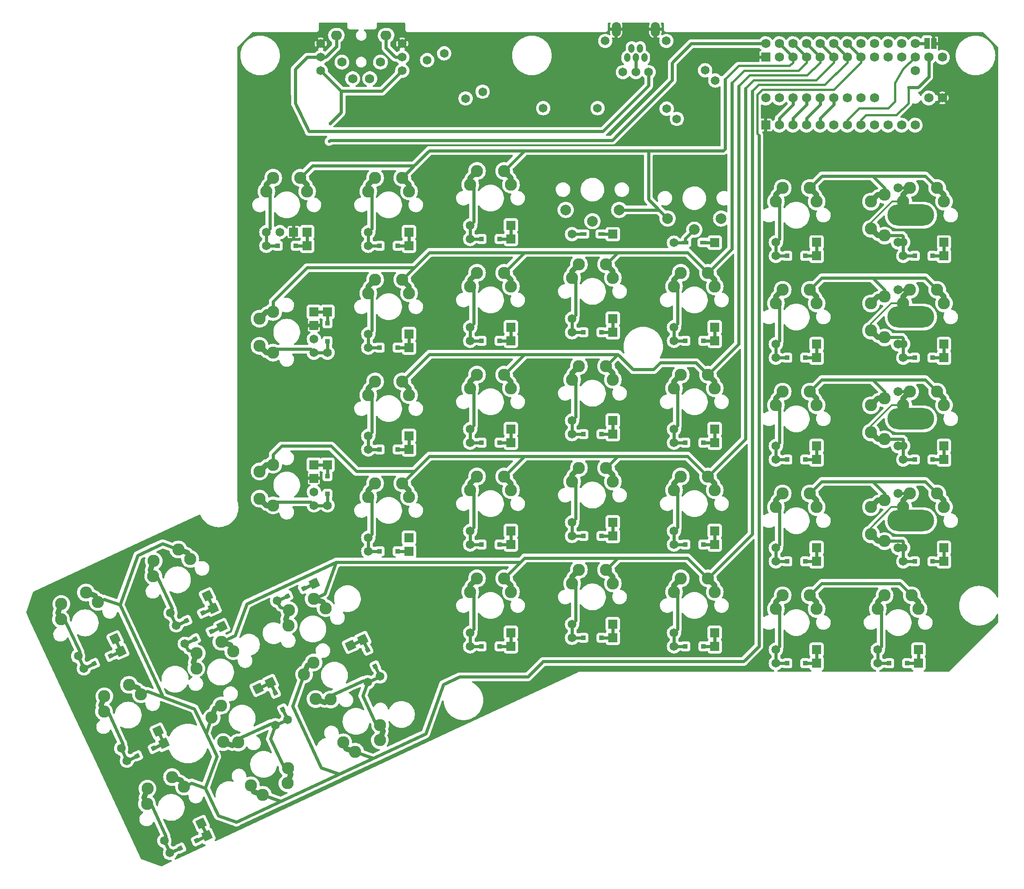
<source format=gbl>
%TF.GenerationSoftware,KiCad,Pcbnew,(6.0.5)*%
%TF.CreationDate,2022-05-21T18:25:29-06:00*%
%TF.ProjectId,ErgoDOX,4572676f-444f-4582-9e6b-696361645f70,rev?*%
%TF.SameCoordinates,Original*%
%TF.FileFunction,Copper,L2,Bot*%
%TF.FilePolarity,Positive*%
%FSLAX46Y46*%
G04 Gerber Fmt 4.6, Leading zero omitted, Abs format (unit mm)*
G04 Created by KiCad (PCBNEW (6.0.5)) date 2022-05-21 18:25:29*
%MOMM*%
%LPD*%
G01*
G04 APERTURE LIST*
G04 Aperture macros list*
%AMRoundRect*
0 Rectangle with rounded corners*
0 $1 Rounding radius*
0 $2 $3 $4 $5 $6 $7 $8 $9 X,Y pos of 4 corners*
0 Add a 4 corners polygon primitive as box body*
4,1,4,$2,$3,$4,$5,$6,$7,$8,$9,$2,$3,0*
0 Add four circle primitives for the rounded corners*
1,1,$1+$1,$2,$3*
1,1,$1+$1,$4,$5*
1,1,$1+$1,$6,$7*
1,1,$1+$1,$8,$9*
0 Add four rect primitives between the rounded corners*
20,1,$1+$1,$2,$3,$4,$5,0*
20,1,$1+$1,$4,$5,$6,$7,0*
20,1,$1+$1,$6,$7,$8,$9,0*
20,1,$1+$1,$8,$9,$2,$3,0*%
%AMRotRect*
0 Rectangle, with rotation*
0 The origin of the aperture is its center*
0 $1 length*
0 $2 width*
0 $3 Rotation angle, in degrees counterclockwise*
0 Add horizontal line*
21,1,$1,$2,0,0,$3*%
G04 Aperture macros list end*
%TA.AperFunction,EtchedComponent*%
%ADD10C,0.609600*%
%TD*%
%TA.AperFunction,ComponentPad*%
%ADD11C,2.000000*%
%TD*%
%TA.AperFunction,ComponentPad*%
%ADD12C,1.651000*%
%TD*%
%TA.AperFunction,SMDPad,CuDef*%
%ADD13RoundRect,0.051100X-0.553900X-0.313900X0.553900X-0.313900X0.553900X0.313900X-0.553900X0.313900X0*%
%TD*%
%TA.AperFunction,ComponentPad*%
%ADD14R,1.651000X1.651000*%
%TD*%
%TA.AperFunction,ComponentPad*%
%ADD15C,2.286000*%
%TD*%
%TA.AperFunction,SMDPad,CuDef*%
%ADD16R,0.838200X0.838200*%
%TD*%
%TA.AperFunction,ComponentPad*%
%ADD17C,2.280920*%
%TD*%
%TA.AperFunction,ComponentPad*%
%ADD18C,2.283460*%
%TD*%
%TA.AperFunction,ComponentPad*%
%ADD19O,8.750300X3.987800*%
%TD*%
%TA.AperFunction,ComponentPad*%
%ADD20C,1.701800*%
%TD*%
%TA.AperFunction,ComponentPad*%
%ADD21RotRect,1.651000X1.651000X115.000000*%
%TD*%
%TA.AperFunction,SMDPad,CuDef*%
%ADD22RotRect,0.838200X0.838200X115.000000*%
%TD*%
%TA.AperFunction,ComponentPad*%
%ADD23RotRect,1.651000X1.651000X25.000000*%
%TD*%
%TA.AperFunction,SMDPad,CuDef*%
%ADD24RotRect,0.838200X0.838200X25.000000*%
%TD*%
%TA.AperFunction,ComponentPad*%
%ADD25O,2.057400X1.752600*%
%TD*%
%TA.AperFunction,ComponentPad*%
%ADD26C,1.752600*%
%TD*%
%TA.AperFunction,ComponentPad*%
%ADD27O,1.143000X1.651000*%
%TD*%
%TA.AperFunction,ComponentPad*%
%ADD28O,1.701800X2.794000*%
%TD*%
%TA.AperFunction,ComponentPad*%
%ADD29R,1.752600X1.752600*%
%TD*%
%TA.AperFunction,ComponentPad*%
%ADD30C,0.800000*%
%TD*%
%TA.AperFunction,SMDPad,CuDef*%
%ADD31R,1.016000X2.032000*%
%TD*%
%TA.AperFunction,ViaPad*%
%ADD32C,0.609600*%
%TD*%
%TA.AperFunction,Conductor*%
%ADD33C,0.600000*%
%TD*%
%TA.AperFunction,Conductor*%
%ADD34C,0.609600*%
%TD*%
%TA.AperFunction,Conductor*%
%ADD35C,1.016000*%
%TD*%
%TA.AperFunction,Conductor*%
%ADD36C,0.406400*%
%TD*%
%TA.AperFunction,Conductor*%
%ADD37C,0.300000*%
%TD*%
G04 APERTURE END LIST*
D10*
%TO.C,SW1:13*%
X182880000Y-150822660D02*
X185026300Y-150822660D01*
X188353700Y-150822660D02*
X190500000Y-150822660D01*
%TO.C,SW1:10*%
X125730000Y-146050000D02*
X127876300Y-146050000D01*
X131203700Y-146050000D02*
X133350000Y-146050000D01*
%TO.C,SW1:9*%
X106680000Y-147647660D02*
X108826300Y-147647660D01*
X112153700Y-147647660D02*
X114300000Y-147647660D01*
%TO.C,SW2:13*%
X187642500Y-131772660D02*
X189788800Y-131772660D01*
X193116200Y-131772660D02*
X195262500Y-131772660D01*
%TO.C,SW2:10*%
X125730000Y-127000000D02*
X127876300Y-127000000D01*
X131203700Y-127000000D02*
X133350000Y-127000000D01*
%TO.C,SW2:9*%
X106680000Y-128597660D02*
X108826300Y-128597660D01*
X112153700Y-128597660D02*
X114300000Y-128597660D01*
%TO.C,SW2:7*%
X80010000Y-115821460D02*
X80010000Y-113675160D01*
X80010000Y-121295160D02*
X80010000Y-119148860D01*
%TO.C,SW3:13*%
X193116200Y-112722660D02*
X195262500Y-112722660D01*
X187642500Y-112722660D02*
X189788800Y-112722660D01*
%TO.C,SW3:11*%
X150253700Y-109547660D02*
X152400000Y-109547660D01*
X144780000Y-109547660D02*
X146926300Y-109547660D01*
%TO.C,SW3:10*%
X131203700Y-107950000D02*
X133350000Y-107950000D01*
X125730000Y-107950000D02*
X127876300Y-107950000D01*
%TO.C,SW3:9*%
X112153700Y-109547660D02*
X114300000Y-109547660D01*
X106680000Y-109547660D02*
X108826300Y-109547660D01*
%TO.C,SW3:8*%
X93103700Y-110817660D02*
X95250000Y-110817660D01*
X87630000Y-110817660D02*
X89776300Y-110817660D01*
%TO.C,SW4:13*%
X187642500Y-93672660D02*
X189788800Y-93672660D01*
X193116200Y-93672660D02*
X195262500Y-93672660D01*
%TO.C,SW4:12*%
X163830000Y-93672660D02*
X165976300Y-93672660D01*
X169303700Y-93672660D02*
X171450000Y-93672660D01*
%TO.C,SW4:11*%
X150253700Y-90497660D02*
X152400000Y-90497660D01*
X144780000Y-90497660D02*
X146926300Y-90497660D01*
%TO.C,SW4:10*%
X131203700Y-88900000D02*
X133350000Y-88900000D01*
X125730000Y-88900000D02*
X127876300Y-88900000D01*
%TO.C,SW4:9*%
X106680000Y-90497660D02*
X108826300Y-90497660D01*
X112153700Y-90497660D02*
X114300000Y-90497660D01*
%TO.C,SW4:8*%
X93103700Y-91767660D02*
X95250000Y-91767660D01*
X87630000Y-91767660D02*
X89776300Y-91767660D01*
%TO.C,SW4:7*%
X80010000Y-87246460D02*
X80010000Y-85100160D01*
X80010000Y-92720160D02*
X80010000Y-90573860D01*
%TO.C,SW0:10*%
X89819101Y-153298162D02*
X88912035Y-151352953D01*
X87505815Y-148337305D02*
X86598750Y-146392096D01*
%TO.C,SW0:12*%
X55528175Y-184002955D02*
X57473384Y-183095890D01*
X50567318Y-186316241D02*
X52512527Y-185409175D01*
%TO.C,SW0:11*%
X72554721Y-161349962D02*
X71647655Y-159404753D01*
X70241435Y-156389105D02*
X69334370Y-154443896D01*
%TO.C,SW0:9*%
X47476375Y-166736035D02*
X49421584Y-165828970D01*
X42515518Y-169049321D02*
X44460727Y-168142255D01*
%TO.C,SW0:7*%
X39427115Y-149471655D02*
X41372324Y-148564590D01*
X34466258Y-151784941D02*
X36411467Y-150877875D01*
%TO.C,SW1:11*%
X144780000Y-147647660D02*
X146926300Y-147647660D01*
X150253700Y-147647660D02*
X152400000Y-147647660D01*
%TO.C,SW0:8*%
X51730638Y-143735681D02*
X53675847Y-142828615D01*
X56691495Y-141422395D02*
X58636704Y-140515330D01*
%TO.C,SW5:13*%
X193116200Y-74625200D02*
X195262500Y-74625200D01*
X187642500Y-74625200D02*
X189788800Y-74625200D01*
%TO.C,SW5:9*%
X112153700Y-71447660D02*
X114300000Y-71447660D01*
X106680000Y-71447660D02*
X108826300Y-71447660D01*
%TO.C,SW5:12*%
X163830000Y-74625200D02*
X165976300Y-74625200D01*
X169303700Y-74625200D02*
X171450000Y-74625200D01*
%TO.C,SW5:8*%
X87630000Y-72720200D02*
X89776300Y-72720200D01*
X93103700Y-72720200D02*
X95250000Y-72720200D01*
%TO.C,SW5:7*%
X68580000Y-72720200D02*
X70726300Y-72720200D01*
X74053700Y-72720200D02*
X76200000Y-72720200D01*
%TO.C,SW2:11*%
X150253700Y-128597660D02*
X152400000Y-128597660D01*
X144780000Y-128597660D02*
X146926300Y-128597660D01*
%TO.C,SW2:8*%
X93103700Y-129867660D02*
X95250000Y-129867660D01*
X87630000Y-129867660D02*
X89776300Y-129867660D01*
%TO.C,SW3:12*%
X163830000Y-112722660D02*
X165976300Y-112722660D01*
X169303700Y-112722660D02*
X171450000Y-112722660D01*
%TO.C,SW2:12*%
X169303700Y-131772660D02*
X171450000Y-131772660D01*
X163830000Y-131772660D02*
X165976300Y-131772660D01*
%TO.C,SW1:12*%
X169303700Y-150822660D02*
X171450000Y-150822660D01*
X163830000Y-150822660D02*
X165976300Y-150822660D01*
%TO.C,D1:8*%
X70605747Y-139135936D02*
X72550956Y-138228870D01*
X75566604Y-136822650D02*
X77511813Y-135915584D01*
%TO.C,D1:7*%
X58302224Y-144874450D02*
X60247433Y-143967384D01*
X53341367Y-147187736D02*
X55286576Y-146280670D01*
%TD*%
D11*
%TO.P,SW5:10,1*%
%TO.N,/ROW5*%
X134540000Y-66030000D03*
X124540000Y-66030000D03*
%TO.P,SW5:10,2*%
%TO.N,Net-(SW5:10-Pad2)*%
X129540000Y-68130000D03*
D12*
%TO.P,SW5:10,3*%
X125730000Y-70561200D03*
D13*
X127860000Y-70524000D03*
D14*
%TO.P,SW5:10,4*%
%TO.N,/COL10*%
X133350000Y-70561200D03*
D13*
X131220000Y-70524000D03*
%TD*%
D11*
%TO.P,SW5:11,1*%
%TO.N,/ROW5*%
X153590000Y-67627660D03*
X143590000Y-67627660D03*
%TO.P,SW5:11,2*%
%TO.N,Net-(SW5:11-Pad2)*%
X148590000Y-69727660D03*
D12*
%TO.P,SW5:11,3*%
X144780000Y-72158860D03*
D13*
X146910000Y-72121660D03*
D14*
%TO.P,SW5:11,4*%
%TO.N,/COL11*%
X152400000Y-72158860D03*
D13*
X150270000Y-72121660D03*
%TD*%
D15*
%TO.P,SW1:13,1*%
%TO.N,/ROW1*%
X190500000Y-140662660D03*
X189230000Y-138122660D03*
%TO.P,SW1:13,2*%
%TO.N,Net-(SW1:13-Pad2)*%
X184150000Y-138122660D03*
X182880000Y-140662660D03*
D12*
%TO.P,SW1:13,3*%
X182880000Y-148282660D03*
X182880000Y-150822660D03*
D14*
%TO.P,SW1:13,4*%
%TO.N,/COL0*%
X190500000Y-148282660D03*
X190500000Y-150822660D03*
D16*
%TO.P,SW1:13,99*%
%TO.N,N/C*%
X188353700Y-150822660D03*
X185026300Y-150822660D03*
%TD*%
D15*
%TO.P,SW1:10,1*%
%TO.N,/ROW1*%
X133350000Y-135890000D03*
X132080000Y-133350000D03*
%TO.P,SW1:10,2*%
%TO.N,Net-(SW1:10-Pad2)*%
X127000000Y-133350000D03*
X125730000Y-135890000D03*
D12*
%TO.P,SW1:10,3*%
X125730000Y-146050000D03*
X125730000Y-143510000D03*
D14*
%TO.P,SW1:10,4*%
%TO.N,/COL10*%
X133350000Y-146050000D03*
X133350000Y-143510000D03*
D16*
%TO.P,SW1:10,99*%
%TO.N,N/C*%
X127876300Y-146050000D03*
X131203700Y-146050000D03*
%TD*%
D15*
%TO.P,SW1:9,1*%
%TO.N,/ROW1*%
X114300000Y-137487660D03*
X113030000Y-134947660D03*
%TO.P,SW1:9,2*%
%TO.N,Net-(SW1:9-Pad2)*%
X107950000Y-134947660D03*
X106680000Y-137487660D03*
D12*
%TO.P,SW1:9,3*%
X106680000Y-145107660D03*
X106680000Y-147647660D03*
D14*
%TO.P,SW1:9,4*%
%TO.N,/COL4*%
X114300000Y-147647660D03*
X114300000Y-145107660D03*
D16*
%TO.P,SW1:9,99*%
%TO.N,N/C*%
X112153700Y-147647660D03*
X108826300Y-147647660D03*
%TD*%
D15*
%TO.P,SW2:13,1*%
%TO.N,/ROW2*%
X193992500Y-119072660D03*
D17*
X184150000Y-120342660D03*
X181610000Y-121612660D03*
D18*
X195262500Y-121612660D03*
D17*
%TO.P,SW2:13,2*%
%TO.N,Net-(SW2:13-Pad2)*%
X181610000Y-126692660D03*
D15*
X187642500Y-121612660D03*
D19*
X189069980Y-124152660D03*
D20*
X186690000Y-119072660D03*
D17*
X184150000Y-127962660D03*
D15*
X188912500Y-119072660D03*
D20*
%TO.P,SW2:13,3*%
X186690000Y-129232660D03*
D12*
X187642500Y-129232660D03*
X187642500Y-131772660D03*
D14*
%TO.P,SW2:13,4*%
%TO.N,/COL0*%
X195262500Y-131772660D03*
X195262500Y-129232660D03*
D16*
%TO.P,SW2:13,99*%
%TO.N,N/C*%
X193116200Y-131772660D03*
X189788800Y-131772660D03*
%TD*%
D15*
%TO.P,SW2:10,1*%
%TO.N,/ROW2*%
X133350000Y-116840000D03*
X132080000Y-114300000D03*
%TO.P,SW2:10,2*%
%TO.N,Net-(SW2:10-Pad2)*%
X125730000Y-116840000D03*
X127000000Y-114300000D03*
D12*
%TO.P,SW2:10,3*%
X125730000Y-124460000D03*
X125730000Y-127000000D03*
D14*
%TO.P,SW2:10,4*%
%TO.N,/COL10*%
X133350000Y-127000000D03*
X133350000Y-124460000D03*
D16*
%TO.P,SW2:10,99*%
%TO.N,N/C*%
X131203700Y-127000000D03*
X127876300Y-127000000D03*
%TD*%
D15*
%TO.P,SW2:9,1*%
%TO.N,/ROW2*%
X113030000Y-115897660D03*
X114300000Y-118437660D03*
%TO.P,SW2:9,2*%
%TO.N,Net-(SW2:9-Pad2)*%
X107950000Y-115897660D03*
X106680000Y-118437660D03*
D12*
%TO.P,SW2:9,3*%
X106680000Y-128597660D03*
X106680000Y-126057660D03*
D14*
%TO.P,SW2:9,4*%
%TO.N,/COL4*%
X114300000Y-128597660D03*
X114300000Y-126057660D03*
D16*
%TO.P,SW2:9,99*%
%TO.N,N/C*%
X112153700Y-128597660D03*
X108826300Y-128597660D03*
%TD*%
D15*
%TO.P,SW2:7,1*%
%TO.N,/ROW2*%
X69850000Y-113675160D03*
X67310000Y-114945160D03*
%TO.P,SW2:7,2*%
%TO.N,Net-(SW2:7-Pad2)*%
X67310000Y-120025160D03*
X69850000Y-121295160D03*
D12*
%TO.P,SW2:7,3*%
X77470000Y-121295160D03*
X80010000Y-121295160D03*
D14*
%TO.P,SW2:7,4*%
%TO.N,/COL6*%
X80010000Y-113675160D03*
X77470000Y-113675160D03*
D16*
%TO.P,SW2:7,99*%
%TO.N,N/C*%
X80010000Y-115821460D03*
X80010000Y-119148860D03*
%TD*%
D17*
%TO.P,SW3:13,1*%
%TO.N,/ROW3*%
X184150000Y-101292660D03*
X181610000Y-102562660D03*
D18*
X195262500Y-102562660D03*
D15*
X193992500Y-100022660D03*
D20*
%TO.P,SW3:13,2*%
%TO.N,Net-(SW3:13-Pad2)*%
X186690000Y-100022660D03*
D15*
X188912500Y-100022660D03*
D17*
X184150000Y-108912660D03*
X181610000Y-107642660D03*
D15*
X187642500Y-102562660D03*
D19*
X189069980Y-105102660D03*
D12*
%TO.P,SW3:13,3*%
X187642500Y-112722660D03*
X187642500Y-110182660D03*
D20*
X186690000Y-110182660D03*
D14*
%TO.P,SW3:13,4*%
%TO.N,/COL0*%
X195262500Y-112722660D03*
X195262500Y-110182660D03*
D16*
%TO.P,SW3:13,99*%
%TO.N,N/C*%
X189788800Y-112722660D03*
X193116200Y-112722660D03*
%TD*%
D15*
%TO.P,SW3:11,1*%
%TO.N,/ROW3*%
X151130000Y-96847660D03*
X152400000Y-99387660D03*
%TO.P,SW3:11,2*%
%TO.N,Net-(SW3:11-Pad2)*%
X146050000Y-96847660D03*
X144780000Y-99387660D03*
D12*
%TO.P,SW3:11,3*%
X144780000Y-107007660D03*
X144780000Y-109547660D03*
D14*
%TO.P,SW3:11,4*%
%TO.N,/COL11*%
X152400000Y-107007660D03*
X152400000Y-109547660D03*
D16*
%TO.P,SW3:11,99*%
%TO.N,N/C*%
X146926300Y-109547660D03*
X150253700Y-109547660D03*
%TD*%
D15*
%TO.P,SW3:10,1*%
%TO.N,/ROW3*%
X133350000Y-97790000D03*
X132080000Y-95250000D03*
%TO.P,SW3:10,2*%
%TO.N,Net-(SW3:10-Pad2)*%
X127000000Y-95250000D03*
X125730000Y-97790000D03*
D12*
%TO.P,SW3:10,3*%
X125730000Y-105410000D03*
X125730000Y-107950000D03*
D14*
%TO.P,SW3:10,4*%
%TO.N,/COL10*%
X133350000Y-107950000D03*
X133350000Y-105410000D03*
D16*
%TO.P,SW3:10,99*%
%TO.N,N/C*%
X127876300Y-107950000D03*
X131203700Y-107950000D03*
%TD*%
D15*
%TO.P,SW3:9,1*%
%TO.N,/ROW3*%
X113030000Y-96847660D03*
X114300000Y-99387660D03*
%TO.P,SW3:9,2*%
%TO.N,Net-(SW3:9-Pad2)*%
X107950000Y-96847660D03*
X106680000Y-99387660D03*
D12*
%TO.P,SW3:9,3*%
X106680000Y-107007660D03*
X106680000Y-109547660D03*
D14*
%TO.P,SW3:9,4*%
%TO.N,/COL4*%
X114300000Y-109547660D03*
X114300000Y-107007660D03*
D16*
%TO.P,SW3:9,99*%
%TO.N,N/C*%
X108826300Y-109547660D03*
X112153700Y-109547660D03*
%TD*%
D15*
%TO.P,SW3:8,1*%
%TO.N,/ROW3*%
X93980000Y-98117660D03*
X95250000Y-100657660D03*
%TO.P,SW3:8,2*%
%TO.N,Net-(SW3:8-Pad2)*%
X88900000Y-98117660D03*
X87630000Y-100657660D03*
D12*
%TO.P,SW3:8,3*%
X87630000Y-110817660D03*
X87630000Y-108277660D03*
D14*
%TO.P,SW3:8,4*%
%TO.N,/COL5*%
X95250000Y-108277660D03*
X95250000Y-110817660D03*
D16*
%TO.P,SW3:8,99*%
%TO.N,N/C*%
X93103700Y-110817660D03*
X89776300Y-110817660D03*
%TD*%
D17*
%TO.P,SW4:13,1*%
%TO.N,/ROW4*%
X181610000Y-83512660D03*
D15*
X193992500Y-80972660D03*
D17*
X184150000Y-82242660D03*
D18*
X195262500Y-83512660D03*
D17*
%TO.P,SW4:13,2*%
%TO.N,Net-(SW4:13-Pad2)*%
X184150000Y-89862660D03*
D19*
X189069980Y-86052660D03*
D17*
X181610000Y-88592660D03*
D15*
X188912500Y-80972660D03*
X187642500Y-83512660D03*
D20*
X186690000Y-80972660D03*
%TO.P,SW4:13,3*%
X186690000Y-91132660D03*
D12*
X187642500Y-93672660D03*
X187642500Y-91132660D03*
D14*
%TO.P,SW4:13,4*%
%TO.N,/COL0*%
X195262500Y-91132660D03*
X195262500Y-93672660D03*
D16*
%TO.P,SW4:13,99*%
%TO.N,N/C*%
X189788800Y-93672660D03*
X193116200Y-93672660D03*
%TD*%
D15*
%TO.P,SW4:12,1*%
%TO.N,/ROW4*%
X171450000Y-83512660D03*
X170180000Y-80972660D03*
%TO.P,SW4:12,2*%
%TO.N,Net-(SW4:12-Pad2)*%
X165100000Y-80972660D03*
X163830000Y-83512660D03*
D12*
%TO.P,SW4:12,3*%
X163830000Y-93672660D03*
X163830000Y-91132660D03*
D14*
%TO.P,SW4:12,4*%
%TO.N,/COL1*%
X171450000Y-93672660D03*
X171450000Y-91132660D03*
D16*
%TO.P,SW4:12,99*%
%TO.N,N/C*%
X165976300Y-93672660D03*
X169303700Y-93672660D03*
%TD*%
D15*
%TO.P,SW4:11,1*%
%TO.N,/ROW4*%
X151130000Y-77797660D03*
X152400000Y-80337660D03*
%TO.P,SW4:11,2*%
%TO.N,Net-(SW4:11-Pad2)*%
X146050000Y-77797660D03*
X144780000Y-80337660D03*
D12*
%TO.P,SW4:11,3*%
X144780000Y-90497660D03*
X144780000Y-87957660D03*
D14*
%TO.P,SW4:11,4*%
%TO.N,/COL11*%
X152400000Y-87957660D03*
X152400000Y-90497660D03*
D16*
%TO.P,SW4:11,99*%
%TO.N,N/C*%
X150253700Y-90497660D03*
X146926300Y-90497660D03*
%TD*%
D15*
%TO.P,SW4:10,1*%
%TO.N,/ROW4*%
X133350000Y-78740000D03*
X132080000Y-76200000D03*
%TO.P,SW4:10,2*%
%TO.N,Net-(SW4:10-Pad2)*%
X125730000Y-78740000D03*
X127000000Y-76200000D03*
D12*
%TO.P,SW4:10,3*%
X125730000Y-86360000D03*
X125730000Y-88900000D03*
D14*
%TO.P,SW4:10,4*%
%TO.N,/COL10*%
X133350000Y-88900000D03*
X133350000Y-86360000D03*
D16*
%TO.P,SW4:10,99*%
%TO.N,N/C*%
X127876300Y-88900000D03*
X131203700Y-88900000D03*
%TD*%
D15*
%TO.P,SW4:9,1*%
%TO.N,/ROW4*%
X113030000Y-77797660D03*
X114300000Y-80337660D03*
%TO.P,SW4:9,2*%
%TO.N,Net-(SW4:9-Pad2)*%
X106680000Y-80337660D03*
X107950000Y-77797660D03*
D12*
%TO.P,SW4:9,3*%
X106680000Y-90497660D03*
X106680000Y-87957660D03*
D14*
%TO.P,SW4:9,4*%
%TO.N,/COL4*%
X114300000Y-87957660D03*
X114300000Y-90497660D03*
D16*
%TO.P,SW4:9,99*%
%TO.N,N/C*%
X108826300Y-90497660D03*
X112153700Y-90497660D03*
%TD*%
D15*
%TO.P,SW4:8,1*%
%TO.N,/ROW4*%
X95250000Y-81607660D03*
X93980000Y-79067660D03*
%TO.P,SW4:8,2*%
%TO.N,Net-(SW4:8-Pad2)*%
X88900000Y-79067660D03*
X87630000Y-81607660D03*
D12*
%TO.P,SW4:8,3*%
X87630000Y-91767660D03*
X87630000Y-89227660D03*
D14*
%TO.P,SW4:8,4*%
%TO.N,/COL5*%
X95250000Y-91767660D03*
X95250000Y-89227660D03*
D16*
%TO.P,SW4:8,99*%
%TO.N,N/C*%
X93103700Y-91767660D03*
X89776300Y-91767660D03*
%TD*%
D15*
%TO.P,SW4:7,1*%
%TO.N,/ROW4*%
X69850000Y-85100160D03*
X67310000Y-86370160D03*
%TO.P,SW4:7,2*%
%TO.N,Net-(SW4:7-Pad2)*%
X69850000Y-92720160D03*
X67310000Y-91450160D03*
D12*
%TO.P,SW4:7,3*%
X77470000Y-92720160D03*
X80010000Y-92720160D03*
D14*
%TO.P,SW4:7,4*%
%TO.N,/COL6*%
X80010000Y-85100160D03*
X77470000Y-85100160D03*
D16*
%TO.P,SW4:7,99*%
%TO.N,N/C*%
X80010000Y-90573860D03*
X80010000Y-87246460D03*
%TD*%
D15*
%TO.P,SW0:10,1*%
%TO.N,/ROW0*%
X75625366Y-152910359D03*
X77390663Y-150685898D03*
%TO.P,SW0:10,2*%
%TO.N,Net-(SW0:10-Pad2)*%
X77772267Y-157514403D03*
X80611014Y-157591963D03*
D12*
%TO.P,SW0:10,3*%
X87517079Y-154371612D03*
X89819101Y-153298162D03*
D21*
%TO.P,SW0:10,4*%
%TO.N,/COL10*%
X86598750Y-146392096D03*
X84296728Y-147465547D03*
D22*
%TO.P,SW0:10,99*%
%TO.N,N/C*%
X87505815Y-148337305D03*
X88912035Y-151352953D03*
%TD*%
D15*
%TO.P,SW0:12,1*%
%TO.N,/ROW0*%
X53179582Y-173887803D03*
X50955121Y-172122506D03*
%TO.P,SW0:12,2*%
%TO.N,Net-(SW0:12-Pad2)*%
X46351077Y-174269407D03*
X46273517Y-177108154D03*
D12*
%TO.P,SW0:12,3*%
X50567318Y-186316241D03*
X49493868Y-184014219D03*
D23*
%TO.P,SW0:12,4*%
%TO.N,/COL1*%
X57473384Y-183095890D03*
X56399933Y-180793868D03*
D24*
%TO.P,SW0:12,99*%
%TO.N,N/C*%
X55528175Y-184002955D03*
X52512527Y-185409175D03*
%TD*%
D15*
%TO.P,SW0:11,1*%
%TO.N,/ROW0*%
X60126283Y-158737698D03*
X58360986Y-160962159D03*
%TO.P,SW0:11,2*%
%TO.N,Net-(SW0:11-Pad2)*%
X60507887Y-165566203D03*
X63346634Y-165643763D03*
D12*
%TO.P,SW0:11,3*%
X70252699Y-162423412D03*
X72554721Y-161349962D03*
D21*
%TO.P,SW0:11,4*%
%TO.N,/COL11*%
X67032348Y-155517347D03*
X69334370Y-154443896D03*
D22*
%TO.P,SW0:11,99*%
%TO.N,N/C*%
X71647655Y-159404753D03*
X70241435Y-156389105D03*
%TD*%
D15*
%TO.P,SW0:9,1*%
%TO.N,/ROW0*%
X42903321Y-154855586D03*
X45127782Y-156620883D03*
%TO.P,SW0:9,2*%
%TO.N,Net-(SW0:9-Pad2)*%
X38221717Y-159841234D03*
X38299277Y-157002487D03*
D12*
%TO.P,SW0:9,3*%
X41442068Y-166747299D03*
X42515518Y-169049321D03*
D23*
%TO.P,SW0:9,4*%
%TO.N,/COL4*%
X48348133Y-163526948D03*
X49421584Y-165828970D03*
D24*
%TO.P,SW0:9,99*%
%TO.N,N/C*%
X47476375Y-166736035D03*
X44460727Y-168142255D03*
%TD*%
D15*
%TO.P,SW0:7,1*%
%TO.N,/ROW0*%
X34854061Y-137591206D03*
X37078522Y-139356503D03*
%TO.P,SW0:7,2*%
%TO.N,Net-(SW0:7-Pad2)*%
X30172457Y-142576854D03*
X30250017Y-139738107D03*
D12*
%TO.P,SW0:7,3*%
X34466258Y-151784941D03*
X33392808Y-149482919D03*
D23*
%TO.P,SW0:7,4*%
%TO.N,/COL6*%
X41372324Y-148564590D03*
X40298873Y-146262568D03*
D24*
%TO.P,SW0:7,99*%
%TO.N,N/C*%
X36411467Y-150877875D03*
X39427115Y-149471655D03*
%TD*%
D15*
%TO.P,SW1:11,1*%
%TO.N,/ROW1*%
X152400000Y-137487660D03*
X151130000Y-134947660D03*
%TO.P,SW1:11,2*%
%TO.N,Net-(SW1:11-Pad2)*%
X146050000Y-134947660D03*
X144780000Y-137487660D03*
D12*
%TO.P,SW1:11,3*%
X144780000Y-145107660D03*
X144780000Y-147647660D03*
D14*
%TO.P,SW1:11,4*%
%TO.N,/COL11*%
X152400000Y-145107660D03*
X152400000Y-147647660D03*
D16*
%TO.P,SW1:11,99*%
%TO.N,N/C*%
X146926300Y-147647660D03*
X150253700Y-147647660D03*
%TD*%
D15*
%TO.P,SW0:8,1*%
%TO.N,/ROW0*%
X52118441Y-129541946D03*
X54342902Y-131307243D03*
%TO.P,SW0:8,2*%
%TO.N,Net-(SW0:8-Pad2)*%
X47514397Y-131688847D03*
X47436837Y-134527594D03*
D12*
%TO.P,SW0:8,3*%
X50657188Y-141433659D03*
X51730638Y-143735681D03*
D23*
%TO.P,SW0:8,4*%
%TO.N,/COL5*%
X58636704Y-140515330D03*
X57563253Y-138213308D03*
D24*
%TO.P,SW0:8,99*%
%TO.N,N/C*%
X53675847Y-142828615D03*
X56691495Y-141422395D03*
%TD*%
D12*
%TO.P,LED_C1,1*%
%TO.N,Net-(LED_C1-Pad1)*%
X77470000Y-118755160D03*
D14*
%TO.P,LED_C1,2*%
%TO.N,GND*%
X77470000Y-116215160D03*
%TD*%
D12*
%TO.P,LED_B1,1*%
%TO.N,Net-(LED_B1-Pad1)*%
X77470000Y-90180160D03*
D14*
%TO.P,LED_B1,2*%
%TO.N,GND*%
X77470000Y-87640160D03*
%TD*%
D12*
%TO.P,LED_A1,1*%
%TO.N,Net-(LED_A1-Pad1)*%
X71120000Y-70180200D03*
D14*
%TO.P,LED_A1,2*%
%TO.N,GND*%
X73660000Y-70180200D03*
%TD*%
D12*
%TO.P,RC1,1*%
%TO.N,/LED_C*%
X130492500Y-46990000D03*
%TO.P,RC1,2*%
%TO.N,Net-(LED_C1-Pad1)*%
X120332500Y-46990000D03*
%TD*%
%TO.P,RA1,1*%
%TO.N,/LED_A*%
X152499602Y-41810398D03*
%TO.P,RA1,2*%
%TO.N,Net-(LED_A1-Pad1)*%
X145315398Y-48994602D03*
%TD*%
%TO.P,RB1,1*%
%TO.N,/LED_B*%
X150594602Y-39905398D03*
%TO.P,RB1,2*%
%TO.N,Net-(LED_B1-Pad1)*%
X143410398Y-47089602D03*
%TD*%
%TO.P,R1,1*%
%TO.N,VCC*%
X101817898Y-36730398D03*
%TO.P,R1,2*%
%TO.N,/SDAM*%
X109002102Y-43914602D03*
%TD*%
D25*
%TO.P,J2,1*%
%TO.N,Net-(J1-Pad5)*%
X90957400Y-33375600D03*
D26*
%TO.P,J2,2*%
%TO.N,/SDAM*%
X82702400Y-38379400D03*
%TO.P,J2,3*%
%TO.N,/SCLM*%
X87909400Y-41478200D03*
D25*
%TO.P,J2,4*%
%TO.N,Net-(J1-Pad1)*%
X81661000Y-33375600D03*
D26*
%TO.P,J2,5*%
%TO.N,/SCLM*%
X84709000Y-41478200D03*
%TO.P,J2,6*%
%TO.N,/SDAM*%
X89916000Y-38379400D03*
%TD*%
D12*
%TO.P,J4,1*%
%TO.N,VCC*%
X78740000Y-40005000D03*
%TO.P,J4,2*%
%TO.N,Net-(J1-Pad1)*%
X78740000Y-37465000D03*
%TO.P,J4,3*%
%TO.N,GND*%
X78740000Y-34925000D03*
%TD*%
%TO.P,R2,1*%
%TO.N,VCC*%
X98642898Y-38000398D03*
%TO.P,R2,2*%
%TO.N,/SCLM*%
X105827102Y-45184602D03*
%TD*%
%TO.P,J1,1*%
%TO.N,Net-(J1-Pad1)*%
X140055600Y-40259000D03*
D27*
X139242800Y-37553900D03*
%TO.P,J1,2*%
%TO.N,Net-(J1-Pad2)*%
X138442700Y-35806380D03*
D12*
X143357600Y-34417000D03*
D27*
%TO.P,J1,3*%
%TO.N,Net-(J1-Pad3)*%
X137642600Y-37553900D03*
D12*
X137642600Y-40259000D03*
%TO.P,J1,4*%
%TO.N,Net-(J1-Pad4)*%
X131927600Y-34417000D03*
D27*
X136842500Y-35806380D03*
%TO.P,J1,5*%
%TO.N,Net-(J1-Pad5)*%
X136042400Y-37553900D03*
D12*
X135229600Y-40259000D03*
D28*
%TO.P,J1,6*%
%TO.N,GND*%
X141290040Y-32230060D03*
X133995160Y-32230060D03*
%TD*%
D17*
%TO.P,SW5:13,1*%
%TO.N,/ROW5*%
X181610000Y-64465200D03*
D18*
X195262500Y-64465200D03*
D17*
X184150000Y-63195200D03*
D15*
X193992500Y-61925200D03*
%TO.P,SW5:13,2*%
%TO.N,Net-(SW5:13-Pad2)*%
X188912500Y-61925200D03*
D19*
X189069980Y-67005200D03*
D20*
X186690000Y-61925200D03*
D17*
X184150000Y-70815200D03*
X181610000Y-69545200D03*
D15*
X187642500Y-64465200D03*
D12*
%TO.P,SW5:13,3*%
X187642500Y-74625200D03*
D20*
X186690000Y-72085200D03*
D12*
X187642500Y-72085200D03*
D14*
%TO.P,SW5:13,4*%
%TO.N,/COL0*%
X195262500Y-72085200D03*
X195262500Y-74625200D03*
D16*
%TO.P,SW5:13,99*%
%TO.N,N/C*%
X193116200Y-74625200D03*
X189788800Y-74625200D03*
%TD*%
D15*
%TO.P,SW5:9,1*%
%TO.N,/ROW5*%
X113030000Y-58747660D03*
X114300000Y-61287660D03*
%TO.P,SW5:9,2*%
%TO.N,Net-(SW5:9-Pad2)*%
X106680000Y-61287660D03*
X107950000Y-58747660D03*
D12*
%TO.P,SW5:9,3*%
X106680000Y-68907660D03*
X106680000Y-71447660D03*
D14*
%TO.P,SW5:9,4*%
%TO.N,/COL4*%
X114300000Y-71447660D03*
X114300000Y-68907660D03*
D16*
%TO.P,SW5:9,99*%
%TO.N,N/C*%
X112153700Y-71447660D03*
X108826300Y-71447660D03*
%TD*%
D15*
%TO.P,SW5:12,1*%
%TO.N,/ROW5*%
X171450000Y-64465200D03*
X170180000Y-61925200D03*
%TO.P,SW5:12,2*%
%TO.N,Net-(SW5:12-Pad2)*%
X163830000Y-64465200D03*
X165100000Y-61925200D03*
D12*
%TO.P,SW5:12,3*%
X163830000Y-74625200D03*
X163830000Y-72085200D03*
D14*
%TO.P,SW5:12,4*%
%TO.N,/COL1*%
X171450000Y-74625200D03*
X171450000Y-72085200D03*
D16*
%TO.P,SW5:12,99*%
%TO.N,N/C*%
X169303700Y-74625200D03*
X165976300Y-74625200D03*
%TD*%
D15*
%TO.P,SW5:8,1*%
%TO.N,/ROW5*%
X93980000Y-60020200D03*
X95250000Y-62560200D03*
%TO.P,SW5:8,2*%
%TO.N,Net-(SW5:8-Pad2)*%
X87630000Y-62560200D03*
X88900000Y-60020200D03*
D12*
%TO.P,SW5:8,3*%
X87630000Y-70180200D03*
X87630000Y-72720200D03*
D14*
%TO.P,SW5:8,4*%
%TO.N,/COL5*%
X95250000Y-72720200D03*
X95250000Y-70180200D03*
D16*
%TO.P,SW5:8,99*%
%TO.N,N/C*%
X89776300Y-72720200D03*
X93103700Y-72720200D03*
%TD*%
D15*
%TO.P,SW5:7,1*%
%TO.N,/ROW5*%
X76200000Y-62560200D03*
X74930000Y-60020200D03*
%TO.P,SW5:7,2*%
%TO.N,Net-(SW5:7-Pad2)*%
X69850000Y-60020200D03*
X68580000Y-62560200D03*
D12*
%TO.P,SW5:7,3*%
X68580000Y-70180200D03*
X68580000Y-72720200D03*
D14*
%TO.P,SW5:7,4*%
%TO.N,/COL6*%
X76200000Y-72720200D03*
X76200000Y-70180200D03*
D16*
%TO.P,SW5:7,99*%
%TO.N,N/C*%
X74053700Y-72720200D03*
X70726300Y-72720200D03*
%TD*%
D15*
%TO.P,SW2:11,1*%
%TO.N,/ROW2*%
X151130000Y-115897660D03*
X152400000Y-118437660D03*
%TO.P,SW2:11,2*%
%TO.N,Net-(SW2:11-Pad2)*%
X146050000Y-115897660D03*
X144780000Y-118437660D03*
D12*
%TO.P,SW2:11,3*%
X144780000Y-128597660D03*
X144780000Y-126057660D03*
D14*
%TO.P,SW2:11,4*%
%TO.N,/COL11*%
X152400000Y-128597660D03*
X152400000Y-126057660D03*
D16*
%TO.P,SW2:11,99*%
%TO.N,N/C*%
X150253700Y-128597660D03*
X146926300Y-128597660D03*
%TD*%
D15*
%TO.P,SW2:8,1*%
%TO.N,/ROW2*%
X95250000Y-119707660D03*
X93980000Y-117167660D03*
%TO.P,SW2:8,2*%
%TO.N,Net-(SW2:8-Pad2)*%
X88900000Y-117167660D03*
X87630000Y-119707660D03*
D12*
%TO.P,SW2:8,3*%
X87630000Y-127327660D03*
X87630000Y-129867660D03*
D14*
%TO.P,SW2:8,4*%
%TO.N,/COL5*%
X95250000Y-127327660D03*
X95250000Y-129867660D03*
D16*
%TO.P,SW2:8,99*%
%TO.N,N/C*%
X93103700Y-129867660D03*
X89776300Y-129867660D03*
%TD*%
D15*
%TO.P,SW3:12,1*%
%TO.N,/ROW3*%
X171450000Y-102562660D03*
X170180000Y-100022660D03*
%TO.P,SW3:12,2*%
%TO.N,Net-(SW3:12-Pad2)*%
X163830000Y-102562660D03*
X165100000Y-100022660D03*
D12*
%TO.P,SW3:12,3*%
X163830000Y-110182660D03*
X163830000Y-112722660D03*
D14*
%TO.P,SW3:12,4*%
%TO.N,/COL1*%
X171450000Y-110182660D03*
X171450000Y-112722660D03*
D16*
%TO.P,SW3:12,99*%
%TO.N,N/C*%
X165976300Y-112722660D03*
X169303700Y-112722660D03*
%TD*%
D15*
%TO.P,SW2:12,1*%
%TO.N,/ROW2*%
X170180000Y-119072660D03*
X171450000Y-121612660D03*
%TO.P,SW2:12,2*%
%TO.N,Net-(SW2:12-Pad2)*%
X165100000Y-119072660D03*
X163830000Y-121612660D03*
D12*
%TO.P,SW2:12,3*%
X163830000Y-131772660D03*
X163830000Y-129232660D03*
D14*
%TO.P,SW2:12,4*%
%TO.N,/COL1*%
X171450000Y-131772660D03*
X171450000Y-129232660D03*
D16*
%TO.P,SW2:12,99*%
%TO.N,N/C*%
X169303700Y-131772660D03*
X165976300Y-131772660D03*
%TD*%
D15*
%TO.P,SW1:12,1*%
%TO.N,/ROW1*%
X170180000Y-138122660D03*
X171450000Y-140662660D03*
%TO.P,SW1:12,2*%
%TO.N,Net-(SW1:12-Pad2)*%
X165100000Y-138122660D03*
X163830000Y-140662660D03*
D12*
%TO.P,SW1:12,3*%
X163830000Y-148282660D03*
X163830000Y-150822660D03*
D14*
%TO.P,SW1:12,4*%
%TO.N,/COL1*%
X171450000Y-150822660D03*
X171450000Y-148282660D03*
D16*
%TO.P,SW1:12,99*%
%TO.N,N/C*%
X165976300Y-150822660D03*
X169303700Y-150822660D03*
%TD*%
D15*
%TO.P,SX1:8,1*%
%TO.N,/ROW1*%
X77434621Y-138754526D03*
X79659082Y-140519823D03*
%TO.P,SX1:8,2*%
%TO.N,Net-(D1:8-Pad1)*%
X72830577Y-140901427D03*
X72753017Y-143740174D03*
%TD*%
%TO.P,SX1:7,1*%
%TO.N,/ROW1*%
X62394702Y-148571623D03*
X60170241Y-146806326D03*
%TO.P,SX1:7,2*%
%TO.N,Net-(D1:7-Pad1)*%
X55488637Y-151791974D03*
X55566197Y-148953227D03*
%TD*%
%TO.P,SX0:10,1*%
%TO.N,/ROW0*%
X82951718Y-165611137D03*
X85176179Y-167376434D03*
%TO.P,SX0:10,2*%
%TO.N,Net-(SW0:10-Pad2)*%
X89857783Y-162390786D03*
X89780223Y-165229533D03*
%TD*%
%TO.P,SX0:11,1*%
%TO.N,/ROW0*%
X65684798Y-173660397D03*
X67909259Y-175425694D03*
%TO.P,SX0:11,2*%
%TO.N,Net-(SW0:11-Pad2)*%
X72513303Y-173278793D03*
X72590863Y-170440046D03*
%TD*%
D12*
%TO.P,D1:8,1*%
%TO.N,Net-(D1:8-Pad1)*%
X70605747Y-139135936D03*
D23*
%TO.P,D1:8,2*%
%TO.N,/COL5*%
X77511813Y-135915584D03*
D24*
%TO.P,D1:8,99*%
%TO.N,N/C*%
X75566604Y-136822650D03*
X72550956Y-138228870D03*
%TD*%
D12*
%TO.P,D1:7,1*%
%TO.N,Net-(D1:7-Pad1)*%
X53341367Y-147187736D03*
D23*
%TO.P,D1:7,2*%
%TO.N,/COL6*%
X60247433Y-143967384D03*
D24*
%TO.P,D1:7,99*%
%TO.N,N/C*%
X55286576Y-146280670D03*
X58302224Y-144874450D03*
%TD*%
D29*
%TO.P,U1,1*%
%TO.N,GND*%
X161925000Y-50165000D03*
D26*
%TO.P,U1,2*%
%TO.N,/COL6*%
X164465000Y-50165000D03*
%TO.P,U1,3*%
%TO.N,/COL5*%
X167005000Y-50165000D03*
%TO.P,U1,4*%
%TO.N,/COL4*%
X169545000Y-50165000D03*
%TO.P,U1,5*%
%TO.N,/COL10*%
X172085000Y-50165000D03*
%TO.P,U1,6*%
%TO.N,/LED_C*%
X174625000Y-50165000D03*
%TO.P,U1,7*%
%TO.N,/SCLM*%
X177165000Y-50165000D03*
%TO.P,U1,8*%
%TO.N,/SDAM*%
X179705000Y-50165000D03*
%TO.P,U1,9*%
%TO.N,/COL11*%
X182245000Y-50165000D03*
%TO.P,U1,10*%
%TO.N,/COL1*%
X184785000Y-50165000D03*
%TO.P,U1,11*%
%TO.N,/COL0*%
X187325000Y-50165000D03*
%TO.P,U1,12*%
%TO.N,Net-(U1-Pad12)*%
X189865000Y-50165000D03*
%TO.P,U1,16*%
%TO.N,/RST*%
X189865000Y-40005000D03*
%TO.P,U1,18*%
%TO.N,GND*%
X189865000Y-34925000D03*
%TO.P,U1,19*%
%TO.N,Net-(U1-Pad19)*%
X187325000Y-34925000D03*
%TO.P,U1,20*%
%TO.N,VCC*%
X184785000Y-34925000D03*
%TO.P,U1,21*%
%TO.N,/LED_A*%
X182245000Y-34925000D03*
%TO.P,U1,22*%
%TO.N,/LED_B*%
X179705000Y-34925000D03*
%TO.P,U1,23*%
%TO.N,/ROW0*%
X177165000Y-34925000D03*
%TO.P,U1,24*%
%TO.N,/ROW1*%
X174625000Y-34925000D03*
%TO.P,U1,25*%
%TO.N,/ROW2*%
X172085000Y-34925000D03*
%TO.P,U1,26*%
%TO.N,/ROW3*%
X169545000Y-34925000D03*
%TO.P,U1,27*%
%TO.N,/ROW4*%
X167005000Y-34925000D03*
%TO.P,U1,28*%
%TO.N,/ROW5*%
X164465000Y-34925000D03*
%TO.P,U1,29*%
%TO.N,VCC*%
X161925000Y-34925000D03*
%TD*%
D30*
%TO.P,STITCHING_VIA,GND*%
%TO.N,GND*%
X138750000Y-64400000D03*
%TD*%
%TO.P,STITCHING_VIA,GND*%
%TO.N,GND*%
X78130000Y-55020000D03*
%TD*%
%TO.P,STITCHING_VIA,GND*%
%TO.N,GND*%
X174460000Y-54430000D03*
%TD*%
%TO.P,STITCHING_VIA,GND*%
%TO.N,GND*%
X155300000Y-37140000D03*
%TD*%
%TO.P,STITCHING_VIA,GND*%
%TO.N,GND*%
X101490000Y-129460000D03*
%TD*%
%TO.P,STITCHING_VIA,GND*%
%TO.N,GND*%
X59870000Y-171840000D03*
%TD*%
%TO.P,STITCHING_VIA,GND*%
%TO.N,GND*%
X119940000Y-134000000D03*
%TD*%
%TO.P,STITCHING_VIA,GND*%
%TO.N,GND*%
X138670000Y-134080000D03*
%TD*%
%TO.P,STITCHING_VIA,GND*%
%TO.N,GND*%
X157790000Y-132510000D03*
%TD*%
%TO.P,STITCHING_VIA,GND*%
%TO.N,GND*%
X177240000Y-132590000D03*
%TD*%
%TO.P,STITCHING_VIA,GND*%
%TO.N,GND*%
X100190000Y-58530000D03*
%TD*%
D29*
%TO.P,U2,1*%
%TO.N,GND*%
X161925000Y-37465000D03*
D26*
%TO.P,U2,2*%
%TO.N,N/C*%
X164465000Y-37465000D03*
%TO.P,U2,3*%
%TO.N,/ROW5*%
X167005000Y-37465000D03*
%TO.P,U2,4*%
%TO.N,/ROW4*%
X169545000Y-37465000D03*
%TO.P,U2,5*%
%TO.N,/ROW3*%
X172085000Y-37465000D03*
%TO.P,U2,6*%
%TO.N,/ROW2*%
X174625000Y-37465000D03*
%TO.P,U2,7*%
%TO.N,/ROW1*%
X177165000Y-37465000D03*
%TO.P,U2,8*%
%TO.N,/ROW0*%
X179705000Y-37465000D03*
%TO.P,U2,9*%
%TO.N,/LED_B*%
X182245000Y-37465000D03*
%TO.P,U2,10*%
%TO.N,/LED_A*%
X184785000Y-37465000D03*
%TO.P,U2,11*%
%TO.N,VCC*%
X187325000Y-37465000D03*
%TO.P,U2,12*%
%TO.N,/SCLM*%
X189865000Y-37465000D03*
%TO.P,U2,13*%
%TO.N,/SDAM*%
X192405000Y-37465000D03*
%TO.P,U2,14*%
%TO.N,Net-(U2-Pad14)*%
X194945000Y-37465000D03*
%TO.P,U2,15*%
%TO.N,GND*%
X194945000Y-45085000D03*
%TO.P,U2,16*%
%TO.N,VCC*%
X192405000Y-45085000D03*
%TO.P,U2,20*%
%TO.N,/COL0*%
X182245000Y-45085000D03*
%TO.P,U2,21*%
%TO.N,/COL1*%
X179705000Y-45085000D03*
%TO.P,U2,22*%
%TO.N,/COL11*%
X177165000Y-45085000D03*
%TO.P,U2,23*%
%TO.N,/COL10*%
X174625000Y-45085000D03*
%TO.P,U2,24*%
%TO.N,/COL4*%
X172085000Y-45085000D03*
%TO.P,U2,25*%
%TO.N,/COL5*%
X169545000Y-45085000D03*
%TO.P,U2,26*%
%TO.N,/COL6*%
X167005000Y-45085000D03*
%TO.P,U2,27*%
%TO.N,Net-(U2-Pad27)*%
X164465000Y-45085000D03*
%TO.P,U2,28*%
%TO.N,Net-(U2-Pad28)*%
X161925000Y-45085000D03*
%TD*%
D12*
%TO.P,J3,1*%
%TO.N,VCC*%
X93980000Y-40005000D03*
%TO.P,J3,2*%
%TO.N,Net-(J1-Pad5)*%
X93980000Y-37465000D03*
%TO.P,J3,3*%
%TO.N,GND*%
X93980000Y-34925000D03*
%TD*%
D31*
%TO.P,JP2,1*%
%TO.N,GND*%
X192087500Y-34925000D03*
X193357500Y-34925000D03*
%TD*%
D32*
%TO.N,VCC*%
X80300000Y-53200000D03*
X80470000Y-49840000D03*
%TD*%
D33*
%TO.N,/ROW5*%
X141691200Y-66030000D02*
X141841770Y-65879430D01*
X134540000Y-66030000D02*
X141691200Y-66030000D01*
D34*
X141841770Y-65879430D02*
X143590000Y-67627660D01*
X140017500Y-64055160D02*
X141841770Y-65879430D01*
D33*
%TO.N,/COL10*%
X131220000Y-70524000D02*
X133312800Y-70524000D01*
%TO.N,Net-(SW5:10-Pad2)*%
X127860000Y-70524000D02*
X125767200Y-70524000D01*
%TO.N,/COL11*%
X150270000Y-72121660D02*
X152362800Y-72121660D01*
%TO.N,Net-(SW5:11-Pad2)*%
X144780000Y-72158860D02*
X146872800Y-72158860D01*
X146910000Y-71407660D02*
X148590000Y-69727660D01*
X146910000Y-72121660D02*
X146910000Y-71407660D01*
D34*
%TO.N,/ROW5*%
X140017500Y-54927500D02*
X140017500Y-64055160D01*
X140017500Y-54927500D02*
X153987500Y-54927500D01*
X116840000Y-54927500D02*
X140017500Y-54927500D01*
X153987500Y-54927500D02*
X154305000Y-54610000D01*
X154305000Y-41592500D02*
X154305000Y-54610000D01*
%TO.N,/COL0*%
X195262500Y-91132660D02*
X195262500Y-93672660D01*
X195262500Y-72085200D02*
X195262500Y-74625200D01*
X190500000Y-148282660D02*
X190500000Y-150822660D01*
X195262500Y-110182660D02*
X195262500Y-112722660D01*
X195262500Y-129232660D02*
X195262500Y-131772660D01*
%TO.N,/COL1*%
X171450000Y-110182660D02*
X171450000Y-112722660D01*
X171450000Y-148282660D02*
X171450000Y-150822660D01*
X171450000Y-129232660D02*
X171450000Y-131772660D01*
X171450000Y-72085200D02*
X171450000Y-74625200D01*
X57472580Y-183095900D02*
X56400700Y-180794660D01*
X171450000Y-91132660D02*
X171450000Y-93672660D01*
%TO.N,/COL10*%
X174625000Y-46355000D02*
X172085000Y-48895000D01*
X172085000Y-48895000D02*
X172085000Y-50165000D01*
X174625000Y-45085000D02*
X174625000Y-46355000D01*
X133350000Y-143510000D02*
X133350000Y-146050000D01*
X133350000Y-105410000D02*
X133350000Y-107950000D01*
X84297520Y-147464780D02*
X86601300Y-146392900D01*
X133350000Y-86360000D02*
X133350000Y-88900000D01*
X133350000Y-124460000D02*
X133350000Y-127000000D01*
%TO.N,/COL11*%
X152400000Y-145107660D02*
X152400000Y-147647660D01*
X67033140Y-155516580D02*
X69334380Y-154442160D01*
X152400000Y-107007660D02*
X152400000Y-109547660D01*
X152400000Y-126057660D02*
X152400000Y-128597660D01*
X152400000Y-87957660D02*
X152400000Y-90497660D01*
%TO.N,/COL4*%
X172085000Y-46355000D02*
X169545000Y-48895000D01*
X169545000Y-48895000D02*
X169545000Y-50165000D01*
X114300000Y-68907660D02*
X114300000Y-71447660D01*
X114300000Y-126057660D02*
X114300000Y-128597660D01*
X114300000Y-145107660D02*
X114300000Y-147647660D01*
X114300000Y-107007660D02*
X114300000Y-109547660D01*
X49423320Y-165831520D02*
X48348900Y-163527740D01*
X172085000Y-45085000D02*
X172085000Y-46355000D01*
X114300000Y-87957660D02*
X114300000Y-90497660D01*
%TO.N,/COL5*%
X169545000Y-46355000D02*
X167005000Y-48895000D01*
X167005000Y-48895000D02*
X167005000Y-50165000D01*
X57564020Y-138211560D02*
X58635900Y-140515340D01*
X95250000Y-89227660D02*
X95250000Y-91767660D01*
X95250000Y-108277660D02*
X95250000Y-110817660D01*
X95250000Y-70180200D02*
X95250000Y-72720200D01*
X169545000Y-45085000D02*
X169545000Y-46355000D01*
%TO.N,/COL6*%
X167005000Y-46355000D02*
X164465000Y-48895000D01*
X164465000Y-48895000D02*
X164465000Y-50165000D01*
X40297100Y-146263360D02*
X41371520Y-148564600D01*
X167005000Y-45085000D02*
X167005000Y-46355000D01*
X76200000Y-70180200D02*
X76200000Y-72720200D01*
X77470000Y-113675160D02*
X80010000Y-113675160D01*
X77470000Y-85100160D02*
X80010000Y-85100160D01*
%TO.N,/ROW0*%
X49164240Y-128465580D02*
X44561760Y-130614420D01*
D35*
X36540440Y-138206480D02*
X37078920Y-139357100D01*
X53807360Y-130154680D02*
X54343300Y-131307840D01*
X44592240Y-155470860D02*
X45128180Y-156621480D01*
X52644040Y-172737780D02*
X53179980Y-173888400D01*
X58976260Y-159273240D02*
X60126880Y-158737300D01*
X76240640Y-151223980D02*
X77393800Y-150685500D01*
X83487260Y-166761160D02*
X82951320Y-165610540D01*
X66222880Y-174812960D02*
X65684400Y-173662340D01*
D36*
X179705000Y-38417500D02*
X174625000Y-43497500D01*
X174625000Y-43497500D02*
X161290000Y-43497500D01*
X161290000Y-43497500D02*
X160337500Y-44450000D01*
X160337500Y-44450000D02*
X160337500Y-51752500D01*
X160337500Y-51752500D02*
X160655000Y-52070000D01*
D34*
X160655000Y-147637500D02*
X157797500Y-150495000D01*
X120332500Y-150495000D02*
X117475000Y-153352500D01*
X98333560Y-164043360D02*
X101711760Y-154759660D01*
X101711760Y-154759660D02*
X104729280Y-153352500D01*
X88549480Y-168605200D02*
X98333560Y-164043360D01*
X71285100Y-176654460D02*
X82219800Y-171556680D01*
X73477120Y-158818580D02*
X78844140Y-170327320D01*
X78844140Y-170327320D02*
X82219800Y-171556680D01*
X82219800Y-171556680D02*
X88549480Y-168605200D01*
X41183560Y-139895580D02*
X49232820Y-157159960D01*
X38229540Y-138821160D02*
X41183560Y-139895580D01*
X46278800Y-156085540D02*
X49232820Y-157159960D01*
X62941200Y-180545740D02*
X59565540Y-179318920D01*
X59565540Y-179318920D02*
X57150000Y-174137320D01*
X59298840Y-168231820D02*
X57287160Y-163913820D01*
X55140860Y-159311340D02*
X49232820Y-157159960D01*
X57150000Y-174137320D02*
X59298840Y-168231820D01*
X157797500Y-150495000D02*
X120332500Y-150495000D01*
X54617620Y-173217840D02*
X57150000Y-174137320D01*
D36*
X179705000Y-38417500D02*
X179705000Y-37465000D01*
D34*
X104729280Y-153352500D02*
X117475000Y-153352500D01*
X67909440Y-175427640D02*
X71285100Y-176654460D01*
X177165000Y-34925000D02*
X179705000Y-37465000D01*
X75628500Y-152910540D02*
X73477120Y-158818580D01*
X58361580Y-160962340D02*
X57287160Y-163913820D01*
X57287160Y-163913820D02*
X55140860Y-159311340D01*
D35*
X52118260Y-129542540D02*
X53807360Y-130154680D01*
D34*
X52118260Y-129542540D02*
X49164240Y-128465580D01*
X37078920Y-139357100D02*
X38229540Y-138821160D01*
D35*
X50954940Y-172123100D02*
X52644040Y-172737780D01*
X67909440Y-175427640D02*
X66222880Y-174812960D01*
X85176360Y-167375840D02*
X83487260Y-166761160D01*
X58361580Y-160962340D02*
X58976260Y-159273240D01*
D34*
X45128180Y-156621480D02*
X46278800Y-156085540D01*
X71285100Y-176654460D02*
X62941200Y-180545740D01*
X53179980Y-173888400D02*
X54617620Y-173217840D01*
D35*
X34853880Y-137591800D02*
X36540440Y-138206480D01*
D34*
X160655000Y-52070000D02*
X160655000Y-147637500D01*
X85176360Y-167375840D02*
X88549480Y-168605200D01*
D35*
X75628500Y-152910540D02*
X76240640Y-151223980D01*
D34*
X44561760Y-130614420D02*
X41183560Y-139895580D01*
D35*
X42903140Y-154856180D02*
X44592240Y-155470860D01*
D36*
%TO.N,/ROW1*%
X177165000Y-38417500D02*
X172974000Y-42608500D01*
X172974000Y-42608500D02*
X160591500Y-42608500D01*
X160591500Y-42608500D02*
X159385000Y-43815000D01*
D34*
X159385000Y-126692660D02*
X159385000Y-43815000D01*
X147309840Y-131127500D02*
X151130000Y-134947660D01*
X134302500Y-131127500D02*
X147309840Y-131127500D01*
X62758320Y-145597880D02*
X64909700Y-139692380D01*
X64909700Y-139692380D02*
X81600040Y-131909820D01*
X79448660Y-137815320D02*
X81600040Y-131909820D01*
X116850160Y-131127500D02*
X116067840Y-131909820D01*
D35*
X61856620Y-147421600D02*
X62395100Y-148572220D01*
X79123540Y-139369800D02*
X79659480Y-140520420D01*
X133350000Y-134620000D02*
X133350000Y-135890000D01*
X114300000Y-136217660D02*
X114300000Y-137487660D01*
X152400000Y-136217660D02*
X152400000Y-137487660D01*
X171450000Y-139392660D02*
X171450000Y-140662660D01*
D34*
X115892580Y-132085080D02*
X113030000Y-134947660D01*
D35*
X190500000Y-139392660D02*
X190500000Y-140662660D01*
D34*
X170180000Y-138112500D02*
X172402500Y-135890000D01*
X172402500Y-135890000D02*
X186997340Y-135890000D01*
X186997340Y-135890000D02*
X189230000Y-138122660D01*
X116067840Y-131909820D02*
X115892580Y-132085080D01*
X60170060Y-146806920D02*
X62758320Y-145597880D01*
D35*
X132080000Y-133350000D02*
X133350000Y-134620000D01*
D34*
X151130000Y-134947660D02*
X159385000Y-126692660D01*
X77434440Y-138755120D02*
X79448660Y-137815320D01*
X132080000Y-133350000D02*
X134302500Y-131127500D01*
D35*
X77434440Y-138755120D02*
X79123540Y-139369800D01*
D34*
X174625000Y-34925000D02*
X177165000Y-37465000D01*
D35*
X60170060Y-146806920D02*
X61856620Y-147421600D01*
X151130000Y-134947660D02*
X152400000Y-136217660D01*
X170180000Y-138122660D02*
X171450000Y-139392660D01*
X113030000Y-134947660D02*
X114300000Y-136217660D01*
D34*
X134302500Y-131127500D02*
X116850160Y-131127500D01*
D36*
X177165000Y-37465000D02*
X177165000Y-38417500D01*
D35*
X189230000Y-138122660D02*
X190500000Y-139392660D01*
D34*
X81600040Y-131909820D02*
X116067840Y-131909820D01*
D36*
%TO.N,/ROW2*%
X174625000Y-38417500D02*
X171323000Y-41719500D01*
D34*
X158115000Y-108912660D02*
X158115000Y-43307000D01*
X99070160Y-112077500D02*
X116850160Y-112077500D01*
X116850160Y-112077500D02*
X134302500Y-112077500D01*
X147309840Y-112077500D02*
X151130000Y-115897660D01*
X69850000Y-111760000D02*
X71437500Y-110172500D01*
X71437500Y-110172500D02*
X80645000Y-110172500D01*
X80645000Y-110172500D02*
X85407500Y-114935000D01*
X85407500Y-114935000D02*
X96212660Y-114935000D01*
X96212660Y-114935000D02*
X99070160Y-112077500D01*
D35*
X68580000Y-113675160D02*
X69850000Y-113675160D01*
X95250000Y-118437660D02*
X95250000Y-119707660D01*
X114300000Y-117167660D02*
X114300000Y-118437660D01*
X133350000Y-115570000D02*
X133350000Y-116840000D01*
X171450000Y-120342660D02*
X171450000Y-121612660D01*
X152400000Y-117167660D02*
X152400000Y-118437660D01*
X195262500Y-120342660D02*
X195262500Y-121612660D01*
D34*
X170180000Y-119062500D02*
X172402500Y-116840000D01*
X172402500Y-116840000D02*
X181917340Y-116840000D01*
X191759840Y-116840000D02*
X193992500Y-119072660D01*
D35*
X93980000Y-117167660D02*
X95250000Y-118437660D01*
X184150000Y-120342660D02*
X182880000Y-120342660D01*
D34*
X151130000Y-115897660D02*
X158115000Y-108912660D01*
D35*
X67310000Y-114945160D02*
X68580000Y-113675160D01*
D34*
X113030000Y-115897660D02*
X116850160Y-112077500D01*
X132080000Y-114300000D02*
X134302500Y-112077500D01*
D35*
X182880000Y-120342660D02*
X181610000Y-121612660D01*
D34*
X134302500Y-112077500D02*
X147309840Y-112077500D01*
X93980000Y-117167660D02*
X96212660Y-114935000D01*
X172085000Y-34925000D02*
X174625000Y-37465000D01*
D36*
X174625000Y-37465000D02*
X174625000Y-38417500D01*
X159702500Y-41719500D02*
X158115000Y-43307000D01*
D34*
X181917340Y-116840000D02*
X191759840Y-116840000D01*
X69850000Y-113675160D02*
X69850000Y-111760000D01*
D35*
X113030000Y-115897660D02*
X114300000Y-117167660D01*
D36*
X171323000Y-41719500D02*
X159702500Y-41719500D01*
D34*
X184150000Y-119072660D02*
X184150000Y-120342660D01*
D35*
X193992500Y-119072660D02*
X195262500Y-120342660D01*
D34*
X181917340Y-116840000D02*
X184150000Y-119072660D01*
D35*
X132080000Y-114300000D02*
X133350000Y-115570000D01*
X151130000Y-115897660D02*
X152400000Y-117167660D01*
X170180000Y-119072660D02*
X171450000Y-120342660D01*
D36*
%TO.N,/ROW3*%
X172085000Y-38417500D02*
X169672000Y-40830500D01*
D34*
X137160000Y-95885000D02*
X140970000Y-95885000D01*
X140970000Y-95885000D02*
X142240000Y-94615000D01*
X142240000Y-94615000D02*
X148907500Y-94615000D01*
D36*
X158877000Y-40830500D02*
X156845000Y-42862500D01*
D34*
X151130000Y-96837500D02*
X148907500Y-94615000D01*
X156845000Y-91132660D02*
X156845000Y-42862500D01*
X134302500Y-93027500D02*
X137160000Y-95885000D01*
X99070160Y-93027500D02*
X116850160Y-93027500D01*
X116850160Y-93027500D02*
X134302500Y-93027500D01*
D35*
X152400000Y-98117660D02*
X152400000Y-99387660D01*
X171450000Y-101292660D02*
X171450000Y-102562660D01*
X133350000Y-96520000D02*
X133350000Y-97790000D01*
X95250000Y-99387660D02*
X95250000Y-100657660D01*
X114300000Y-98117660D02*
X114300000Y-99387660D01*
X195262500Y-101292660D02*
X195262500Y-102562660D01*
D34*
X170180000Y-100012500D02*
X172402500Y-97790000D01*
X172402500Y-97790000D02*
X181917340Y-97790000D01*
X191759840Y-97790000D02*
X193992500Y-100022660D01*
D35*
X182880000Y-101292660D02*
X181610000Y-102562660D01*
D36*
X172085000Y-37465000D02*
X172085000Y-38417500D01*
D34*
X93980000Y-98117660D02*
X99070160Y-93027500D01*
X113030000Y-96847660D02*
X116850160Y-93027500D01*
D35*
X151130000Y-96847660D02*
X152400000Y-98117660D01*
D34*
X181917340Y-97790000D02*
X191759840Y-97790000D01*
X181917340Y-97790000D02*
X184150000Y-100022660D01*
D35*
X113030000Y-96847660D02*
X114300000Y-98117660D01*
X193992500Y-100022660D02*
X195262500Y-101292660D01*
D34*
X132080000Y-95250000D02*
X134302500Y-93027500D01*
D36*
X169672000Y-40830500D02*
X158877000Y-40830500D01*
D35*
X93980000Y-98117660D02*
X95250000Y-99387660D01*
X184150000Y-101292660D02*
X182880000Y-101292660D01*
D34*
X169545000Y-34925000D02*
X172085000Y-37465000D01*
X184150000Y-100022660D02*
X184150000Y-101292660D01*
D35*
X132080000Y-95250000D02*
X133350000Y-96520000D01*
D34*
X151130000Y-96847660D02*
X156845000Y-91132660D01*
D35*
X170180000Y-100022660D02*
X171450000Y-101292660D01*
D36*
%TO.N,/ROW4*%
X169545000Y-38417500D02*
X168021000Y-39941500D01*
X157861000Y-39941500D02*
X155575000Y-42227500D01*
D34*
X155575000Y-73352660D02*
X155575000Y-42227500D01*
X99070160Y-73977500D02*
X116850160Y-73977500D01*
X116850160Y-73977500D02*
X134302500Y-73977500D01*
X147309840Y-73977500D02*
X151130000Y-77797660D01*
X69850000Y-83185000D02*
X76200000Y-76835000D01*
X76200000Y-76835000D02*
X96212660Y-76835000D01*
D35*
X171450000Y-82242660D02*
X171450000Y-83512660D01*
X133350000Y-77470000D02*
X133350000Y-78740000D01*
X152400000Y-79067660D02*
X152400000Y-80337660D01*
X114300000Y-79067660D02*
X114300000Y-80337660D01*
X68580000Y-85100160D02*
X69850000Y-85100160D01*
X95250000Y-80337660D02*
X95250000Y-81607660D01*
X195262500Y-82242660D02*
X195262500Y-83512660D01*
D34*
X170180000Y-80962500D02*
X172402500Y-78740000D01*
X172402500Y-78740000D02*
X181917340Y-78740000D01*
X191759840Y-78740000D02*
X193992500Y-80972660D01*
X113030000Y-77797660D02*
X116850160Y-73977500D01*
X93980000Y-79067660D02*
X99070160Y-73977500D01*
X184150000Y-80972660D02*
X184150000Y-82242660D01*
X167005000Y-34925000D02*
X169545000Y-37465000D01*
D35*
X193992500Y-80972660D02*
X195262500Y-82242660D01*
X113030000Y-77797660D02*
X114300000Y-79067660D01*
X93980000Y-79067660D02*
X95250000Y-80337660D01*
D34*
X93980000Y-79067660D02*
X96212660Y-76835000D01*
D35*
X182880000Y-82242660D02*
X181610000Y-83512660D01*
D36*
X169545000Y-37465000D02*
X169545000Y-38417500D01*
D34*
X69850000Y-85100160D02*
X69850000Y-83185000D01*
X132080000Y-76200000D02*
X134302500Y-73977500D01*
D35*
X170180000Y-80972660D02*
X171450000Y-82242660D01*
D34*
X181917340Y-78740000D02*
X184150000Y-80972660D01*
X151130000Y-77797660D02*
X155575000Y-73352660D01*
D35*
X151130000Y-77797660D02*
X152400000Y-79067660D01*
X67310000Y-86370160D02*
X68580000Y-85100160D01*
D34*
X134302500Y-73977500D02*
X147309840Y-73977500D01*
D35*
X132080000Y-76200000D02*
X133350000Y-77470000D01*
D36*
X168021000Y-39941500D02*
X157861000Y-39941500D01*
D35*
X184150000Y-82242660D02*
X182880000Y-82242660D01*
D34*
X181917340Y-78740000D02*
X191759840Y-78740000D01*
D36*
%TO.N,/ROW5*%
X167005000Y-38417500D02*
X166370000Y-39052500D01*
D34*
X113030000Y-58737500D02*
X116840000Y-54927500D01*
X93980000Y-60007500D02*
X96202500Y-57785000D01*
X99060000Y-54927500D02*
X116840000Y-54927500D01*
X77165200Y-57785000D02*
X96202500Y-57785000D01*
X96202500Y-57785000D02*
X99060000Y-54927500D01*
D36*
X166370000Y-39052500D02*
X156845000Y-39052500D01*
X156845000Y-39052500D02*
X154305000Y-41592500D01*
D35*
X171450000Y-63195200D02*
X171450000Y-64465200D01*
X114300000Y-60017660D02*
X114300000Y-61287660D01*
X95250000Y-61290200D02*
X95250000Y-62560200D01*
X76200000Y-61290200D02*
X76200000Y-62560200D01*
X195262500Y-63195200D02*
X195262500Y-64465200D01*
D34*
X172415200Y-59690000D02*
X181914800Y-59690000D01*
X191757300Y-59690000D02*
X193992500Y-61925200D01*
D35*
X182880000Y-63195200D02*
X181610000Y-64465200D01*
X193992500Y-61925200D02*
X195262500Y-63195200D01*
X184150000Y-63195200D02*
X182880000Y-63195200D01*
X113030000Y-58747660D02*
X114300000Y-60017660D01*
X74930000Y-60020200D02*
X76200000Y-61290200D01*
D34*
X164465000Y-34925000D02*
X167005000Y-37465000D01*
X181914800Y-59690000D02*
X184150000Y-61925200D01*
D35*
X93980000Y-60020200D02*
X95250000Y-61290200D01*
D34*
X181914800Y-59690000D02*
X191757300Y-59690000D01*
X170180000Y-61925200D02*
X172415200Y-59690000D01*
D36*
X167005000Y-37465000D02*
X167005000Y-38417500D01*
D34*
X184150000Y-61925200D02*
X184150000Y-63195200D01*
X74930000Y-60020200D02*
X77165200Y-57785000D01*
D35*
X170180000Y-61925200D02*
X171450000Y-63195200D01*
D36*
%TO.N,/SCLM*%
X179387500Y-46990000D02*
X177165000Y-49212500D01*
X177165000Y-49212500D02*
X177165000Y-50165000D01*
X187590000Y-39600000D02*
X186055000Y-42227500D01*
X186055000Y-42227500D02*
X186055000Y-45717460D01*
X186055000Y-45717460D02*
X184782460Y-46990000D01*
X184782460Y-46990000D02*
X179387500Y-46990000D01*
X189865000Y-37465000D02*
X187590000Y-39600000D01*
%TO.N,/SDAM*%
X180657500Y-48260000D02*
X179705000Y-49212500D01*
X179705000Y-50165000D02*
X179705000Y-49212500D01*
X188595000Y-46037500D02*
X186372500Y-48260000D01*
X186372500Y-48260000D02*
X180657500Y-48260000D01*
X188595000Y-43140000D02*
X188595000Y-46037500D01*
D33*
X190400000Y-43140000D02*
X192405000Y-41135000D01*
X192405000Y-41135000D02*
X192405000Y-37465000D01*
X188595000Y-43140000D02*
X190400000Y-43140000D01*
D34*
%TO.N,GND*%
X189865000Y-34925000D02*
X192087500Y-34925000D01*
%TO.N,VCC*%
X82550000Y-43815000D02*
X78740000Y-40005000D01*
D33*
X148025000Y-34925000D02*
X144450000Y-38500000D01*
X144450000Y-38500000D02*
X144450000Y-41790000D01*
X144450000Y-41790000D02*
X133270000Y-52970000D01*
X133270000Y-52970000D02*
X80530000Y-52970000D01*
X80530000Y-52970000D02*
X80300000Y-53200000D01*
X80470000Y-49840000D02*
X82550000Y-47760000D01*
X82550000Y-47760000D02*
X82550000Y-43815000D01*
X161925000Y-34925000D02*
X148025000Y-34925000D01*
D34*
X93980000Y-40005000D02*
X90170000Y-43815000D01*
X82550000Y-43815000D02*
X90170000Y-43815000D01*
%TO.N,Net-(D1:7-Pad1)*%
X53878480Y-148338540D02*
X55565040Y-148953220D01*
D35*
X54950360Y-150642320D02*
X55488840Y-151792940D01*
X55565040Y-148953220D02*
X54950360Y-150642320D01*
D34*
X53340000Y-147187920D02*
X53878480Y-148338540D01*
%TO.N,Net-(D1:8-Pad1)*%
X71142860Y-140289280D02*
X72829420Y-140901420D01*
D35*
X72217280Y-142590520D02*
X72753220Y-143741140D01*
X72829420Y-140901420D02*
X72217280Y-142590520D01*
D34*
X70606920Y-139136120D02*
X71142860Y-140289280D01*
%TO.N,Net-(J1-Pad1)*%
X81661000Y-35496500D02*
X79692500Y-37465000D01*
X79692500Y-37465000D02*
X78740000Y-37465000D01*
D33*
X76225000Y-37465000D02*
X73960000Y-39730000D01*
X73960000Y-39730000D02*
X74003043Y-46110147D01*
X74003043Y-46110147D02*
X76543043Y-51360147D01*
X140055600Y-42784400D02*
X131479853Y-51360147D01*
X131479853Y-51360147D02*
X76543043Y-51360147D01*
X140055600Y-40259000D02*
X140055600Y-42784400D01*
X76225000Y-37465000D02*
X78740000Y-37465000D01*
D34*
X81661000Y-33375600D02*
X81661000Y-35496500D01*
D33*
%TO.N,Net-(J1-Pad3)*%
X137642600Y-37279580D02*
X137642600Y-40259000D01*
D34*
%TO.N,Net-(J1-Pad5)*%
X90957400Y-35712400D02*
X92710000Y-37465000D01*
X92710000Y-37465000D02*
X93980000Y-37465000D01*
X90957400Y-33375600D02*
X90957400Y-35712400D01*
D35*
%TO.N,Net-(SW0:7-Pad2)*%
X29634180Y-141427200D02*
X30172660Y-142577820D01*
D34*
X31015940Y-142885160D02*
X33698180Y-148640800D01*
X33698180Y-148640800D02*
X33393380Y-149484080D01*
X33393380Y-149484080D02*
X34465260Y-151785320D01*
D35*
X30248860Y-139738100D02*
X29634180Y-141427200D01*
D34*
X30172660Y-142577820D02*
X31015940Y-142885160D01*
D35*
%TO.N,Net-(SW0:8-Pad2)*%
X46901100Y-133375400D02*
X47437040Y-134526020D01*
D34*
X48280320Y-134833360D02*
X50965100Y-140589000D01*
X50965100Y-140589000D02*
X50657760Y-141432280D01*
D35*
X47513240Y-131688840D02*
X46901100Y-133375400D01*
D34*
X47437040Y-134526020D02*
X48280320Y-134833360D01*
X50657760Y-141432280D02*
X51729640Y-143736060D01*
D35*
%TO.N,Net-(SW0:9-Pad2)*%
X37685980Y-158691580D02*
X38221920Y-159842200D01*
D34*
X39067740Y-160149540D02*
X41749980Y-165905180D01*
X41749980Y-165905180D02*
X41442640Y-166748460D01*
X38221920Y-159842200D02*
X39067740Y-160149540D01*
D35*
X38300660Y-157005020D02*
X37685980Y-158691580D01*
D34*
X41442640Y-166748460D02*
X42517060Y-169052240D01*
%TO.N,Net-(SW0:10-Pad2)*%
X86598760Y-156903420D02*
X89011760Y-162082480D01*
X89011760Y-162082480D02*
X89857580Y-162389820D01*
D35*
X79461360Y-158127700D02*
X80611980Y-157591760D01*
X90393520Y-163540440D02*
X89857580Y-162389820D01*
D34*
X80919320Y-156748480D02*
X86674960Y-154063700D01*
X86674960Y-154063700D02*
X87518240Y-154371040D01*
X87518240Y-154371040D02*
X89822020Y-153299160D01*
X80611980Y-157591760D02*
X80919320Y-156748480D01*
D35*
X77774800Y-157515560D02*
X79461360Y-158127700D01*
X89778840Y-165229540D02*
X90393520Y-163540440D01*
D34*
X87518240Y-154371040D02*
X86598760Y-156903420D01*
%TO.N,Net-(SW0:11-Pad2)*%
X69331840Y-164955220D02*
X71747380Y-170134280D01*
X71747380Y-170134280D02*
X72590660Y-170441620D01*
D35*
X62196980Y-166179500D02*
X63347600Y-165643560D01*
X73129140Y-171592240D02*
X72590660Y-170441620D01*
D34*
X63654940Y-164800280D02*
X69410580Y-162115500D01*
X69410580Y-162115500D02*
X70253860Y-162422840D01*
X70253860Y-162422840D02*
X72555100Y-161348420D01*
D35*
X60507880Y-165564820D02*
X62196980Y-166179500D01*
X72514460Y-173278800D02*
X73129140Y-171592240D01*
D34*
X70253860Y-162422840D02*
X69331840Y-164955220D01*
X63347600Y-165643560D02*
X63654940Y-164800280D01*
D35*
%TO.N,Net-(SW0:12-Pad2)*%
X45737780Y-175955960D02*
X46273720Y-177109120D01*
D34*
X47117000Y-177416460D02*
X49801780Y-183169560D01*
X49801780Y-183169560D02*
X49494440Y-184015380D01*
X46273720Y-177109120D02*
X47117000Y-177416460D01*
D35*
X46349920Y-174269400D02*
X45737780Y-175955960D01*
D34*
X49494440Y-184015380D02*
X50566320Y-186316620D01*
%TO.N,Net-(SW1:9-Pad2)*%
X107315000Y-138122660D02*
X107315000Y-144472660D01*
X107315000Y-144472660D02*
X106680000Y-145107660D01*
D35*
X106680000Y-136217660D02*
X106680000Y-137487660D01*
D34*
X106680000Y-137487660D02*
X107315000Y-138122660D01*
D35*
X107950000Y-134947660D02*
X106680000Y-136217660D01*
D34*
X106680000Y-145107660D02*
X106680000Y-147647660D01*
%TO.N,Net-(SW1:10-Pad2)*%
X126365000Y-136525000D02*
X126365000Y-142875000D01*
X126365000Y-142875000D02*
X125730000Y-143510000D01*
D35*
X125730000Y-134620000D02*
X125730000Y-135890000D01*
D34*
X125730000Y-143510000D02*
X125730000Y-146050000D01*
X125730000Y-135890000D02*
X126365000Y-136525000D01*
D35*
X127000000Y-133350000D02*
X125730000Y-134620000D01*
D34*
%TO.N,Net-(SW1:11-Pad2)*%
X145415000Y-138122660D02*
X145415000Y-144472660D01*
X145415000Y-144472660D02*
X144780000Y-145107660D01*
D35*
X144780000Y-136217660D02*
X144780000Y-137487660D01*
D34*
X144780000Y-145107660D02*
X144780000Y-147647660D01*
X144780000Y-137487660D02*
X145415000Y-138122660D01*
D35*
X146050000Y-134947660D02*
X144780000Y-136217660D01*
D34*
%TO.N,Net-(SW1:12-Pad2)*%
X164465000Y-141297660D02*
X164465000Y-147647660D01*
X164465000Y-147647660D02*
X163830000Y-148282660D01*
D35*
X163830000Y-139392660D02*
X163830000Y-140662660D01*
X165100000Y-138122660D02*
X163830000Y-139392660D01*
D34*
X163830000Y-140662660D02*
X164465000Y-141297660D01*
X163830000Y-148282660D02*
X163830000Y-150822660D01*
D35*
%TO.N,Net-(SW1:13-Pad2)*%
X182880000Y-139392660D02*
X182880000Y-140662660D01*
D34*
X183515000Y-141297660D02*
X183515000Y-147647660D01*
X183515000Y-147647660D02*
X182880000Y-148282660D01*
X182880000Y-148282660D02*
X182880000Y-150822660D01*
X182880000Y-140662660D02*
X183515000Y-141297660D01*
D35*
X184150000Y-138122660D02*
X182880000Y-139392660D01*
D34*
%TO.N,Net-(SW2:7-Pad2)*%
X70495160Y-120650000D02*
X76824840Y-120650000D01*
X76824840Y-120650000D02*
X77470000Y-121295160D01*
D35*
X68580000Y-121295160D02*
X69850000Y-121295160D01*
X67310000Y-120025160D02*
X68580000Y-121295160D01*
D34*
X77470000Y-121295160D02*
X80010000Y-121295160D01*
X69850000Y-121295160D02*
X70495160Y-120650000D01*
%TO.N,Net-(SW2:8-Pad2)*%
X88265000Y-120342660D02*
X88265000Y-126692660D01*
D35*
X87630000Y-118437660D02*
X87630000Y-119707660D01*
D34*
X87630000Y-119707660D02*
X88265000Y-120342660D01*
X87630000Y-127327660D02*
X87630000Y-129867660D01*
D35*
X88900000Y-117167660D02*
X87630000Y-118437660D01*
D34*
X87630000Y-127327660D02*
X88265000Y-126692660D01*
%TO.N,Net-(SW2:9-Pad2)*%
X107315000Y-119072660D02*
X107315000Y-125422660D01*
X107315000Y-125422660D02*
X106680000Y-126057660D01*
D35*
X106680000Y-117167660D02*
X106680000Y-118437660D01*
D34*
X106680000Y-118437660D02*
X107315000Y-119072660D01*
X106680000Y-126057660D02*
X106680000Y-128597660D01*
D35*
X107950000Y-115897660D02*
X106680000Y-117167660D01*
D34*
%TO.N,Net-(SW2:10-Pad2)*%
X126365000Y-117475000D02*
X126365000Y-123825000D01*
X126365000Y-123825000D02*
X125730000Y-124460000D01*
D35*
X125730000Y-115570000D02*
X125730000Y-116840000D01*
D34*
X125730000Y-124460000D02*
X125730000Y-127000000D01*
D35*
X127000000Y-114300000D02*
X125730000Y-115570000D01*
D34*
X125730000Y-116840000D02*
X126365000Y-117475000D01*
%TO.N,Net-(SW2:11-Pad2)*%
X145415000Y-119072660D02*
X145415000Y-125422660D01*
X145415000Y-125422660D02*
X144780000Y-126057660D01*
D35*
X144780000Y-117167660D02*
X144780000Y-118437660D01*
D34*
X144780000Y-118437660D02*
X145415000Y-119072660D01*
D35*
X146050000Y-115897660D02*
X144780000Y-117167660D01*
D34*
X144780000Y-126057660D02*
X144780000Y-128597660D01*
%TO.N,Net-(SW2:12-Pad2)*%
X164465000Y-122247660D02*
X164465000Y-128597660D01*
X164465000Y-128597660D02*
X163830000Y-129232660D01*
D35*
X163830000Y-120342660D02*
X163830000Y-121612660D01*
X165100000Y-119072660D02*
X163830000Y-120342660D01*
D34*
X163830000Y-129232660D02*
X163830000Y-131772660D01*
X163830000Y-121612660D02*
X164465000Y-122247660D01*
D35*
%TO.N,Net-(SW2:13-Pad2)*%
X182880000Y-127962660D02*
X184150000Y-127962660D01*
X187642500Y-120342660D02*
X187642500Y-121612660D01*
D34*
X187642500Y-129232660D02*
X187642500Y-131772660D01*
D33*
X187642500Y-128107500D02*
X187497660Y-127962660D01*
D37*
X185447340Y-121612660D02*
X181610000Y-125450000D01*
X181610000Y-125450000D02*
X181610000Y-126692660D01*
D35*
X181610000Y-126692660D02*
X182880000Y-127962660D01*
D33*
X186690000Y-119072660D02*
X188912500Y-119072660D01*
X187642500Y-121612660D02*
X187642500Y-122725180D01*
X186690000Y-129232660D02*
X187642500Y-129232660D01*
D35*
X188912500Y-119072660D02*
X187642500Y-120342660D01*
D33*
X187642500Y-129232660D02*
X187642500Y-128107500D01*
D37*
X187642500Y-121612660D02*
X185447340Y-121612660D01*
D33*
X187497660Y-127962660D02*
X184150000Y-127962660D01*
D34*
%TO.N,Net-(SW3:8-Pad2)*%
X88265000Y-101292660D02*
X88265000Y-107642660D01*
X88265000Y-107642660D02*
X87630000Y-108277660D01*
D35*
X87630000Y-99387660D02*
X87630000Y-100657660D01*
D34*
X87630000Y-100657660D02*
X88265000Y-101292660D01*
X87630000Y-108277660D02*
X87630000Y-110817660D01*
D35*
X88900000Y-98117660D02*
X87630000Y-99387660D01*
D34*
%TO.N,Net-(SW3:9-Pad2)*%
X107315000Y-100022660D02*
X107315000Y-106372660D01*
X107315000Y-106372660D02*
X106680000Y-107007660D01*
D35*
X106680000Y-98117660D02*
X106680000Y-99387660D01*
D34*
X106680000Y-107007660D02*
X106680000Y-109547660D01*
D35*
X107950000Y-96847660D02*
X106680000Y-98117660D01*
D34*
X106680000Y-99387660D02*
X107315000Y-100022660D01*
%TO.N,Net-(SW3:10-Pad2)*%
X126365000Y-98425000D02*
X126365000Y-104775000D01*
X126365000Y-104775000D02*
X125730000Y-105410000D01*
D35*
X125730000Y-96520000D02*
X125730000Y-97790000D01*
X127000000Y-95250000D02*
X125730000Y-96520000D01*
D34*
X125730000Y-105410000D02*
X125730000Y-107950000D01*
X125730000Y-97790000D02*
X126365000Y-98425000D01*
%TO.N,Net-(SW3:11-Pad2)*%
X145415000Y-100022660D02*
X145415000Y-106372660D01*
X145415000Y-106372660D02*
X144780000Y-107007660D01*
D35*
X144780000Y-98117660D02*
X144780000Y-99387660D01*
D34*
X144780000Y-99387660D02*
X145415000Y-100022660D01*
X144780000Y-107007660D02*
X144780000Y-109547660D01*
D35*
X146050000Y-96847660D02*
X144780000Y-98117660D01*
D34*
%TO.N,Net-(SW3:12-Pad2)*%
X164465000Y-103197660D02*
X164465000Y-109547660D01*
X164465000Y-109547660D02*
X163830000Y-110182660D01*
D35*
X163830000Y-101292660D02*
X163830000Y-102562660D01*
D34*
X163830000Y-110182660D02*
X163830000Y-112722660D01*
D35*
X165100000Y-100022660D02*
X163830000Y-101292660D01*
D34*
X163830000Y-102562660D02*
X164465000Y-103197660D01*
D35*
%TO.N,Net-(SW3:13-Pad2)*%
X182880000Y-108912660D02*
X184150000Y-108912660D01*
X187642500Y-101292660D02*
X187642500Y-102562660D01*
D33*
X186690000Y-100022660D02*
X188912500Y-100022660D01*
X187642500Y-110182660D02*
X187642500Y-109002500D01*
D35*
X188912500Y-100022660D02*
X187642500Y-101292660D01*
D37*
X187642500Y-102562660D02*
X185467340Y-102562660D01*
X185467340Y-102562660D02*
X181610000Y-106420000D01*
D33*
X187642500Y-102562660D02*
X187642500Y-103675180D01*
X186690000Y-110182660D02*
X187642500Y-110182660D01*
D37*
X181610000Y-106420000D02*
X181610000Y-107642660D01*
D33*
X187552660Y-108912660D02*
X184150000Y-108912660D01*
X187642500Y-109002500D02*
X187552660Y-108912660D01*
D35*
X181610000Y-107642660D02*
X182880000Y-108912660D01*
D34*
X187642500Y-110182660D02*
X187642500Y-112722660D01*
%TO.N,Net-(SW4:7-Pad2)*%
X70495160Y-92075000D02*
X76824840Y-92075000D01*
X76824840Y-92075000D02*
X77470000Y-92720160D01*
D35*
X68580000Y-92720160D02*
X69850000Y-92720160D01*
D34*
X77470000Y-92720160D02*
X80010000Y-92720160D01*
D35*
X67310000Y-91450160D02*
X68580000Y-92720160D01*
D34*
X69850000Y-92720160D02*
X70495160Y-92075000D01*
%TO.N,Net-(SW4:8-Pad2)*%
X88265000Y-82242660D02*
X88265000Y-88592660D01*
X88265000Y-88592660D02*
X87630000Y-89227660D01*
D35*
X87630000Y-80337660D02*
X87630000Y-81607660D01*
D34*
X87630000Y-89227660D02*
X87630000Y-91767660D01*
D35*
X88900000Y-79067660D02*
X87630000Y-80337660D01*
D34*
X87630000Y-81607660D02*
X88265000Y-82242660D01*
%TO.N,Net-(SW4:9-Pad2)*%
X107315000Y-80972660D02*
X107315000Y-87322660D01*
X107315000Y-87322660D02*
X106680000Y-87957660D01*
D35*
X106680000Y-79067660D02*
X106680000Y-80337660D01*
D34*
X106680000Y-87957660D02*
X106680000Y-90497660D01*
D35*
X107950000Y-77797660D02*
X106680000Y-79067660D01*
D34*
X106680000Y-80337660D02*
X107315000Y-80972660D01*
%TO.N,Net-(SW4:10-Pad2)*%
X126365000Y-79375000D02*
X126365000Y-85725000D01*
X126365000Y-85725000D02*
X125730000Y-86360000D01*
D35*
X125730000Y-77470000D02*
X125730000Y-78740000D01*
X127000000Y-76200000D02*
X125730000Y-77470000D01*
D34*
X125730000Y-78740000D02*
X126365000Y-79375000D01*
X125730000Y-86360000D02*
X125730000Y-88900000D01*
%TO.N,Net-(SW4:11-Pad2)*%
X145415000Y-80972660D02*
X145415000Y-87322660D01*
X145415000Y-87322660D02*
X144780000Y-87957660D01*
D35*
X144780000Y-79067660D02*
X144780000Y-80337660D01*
D34*
X144780000Y-87957660D02*
X144780000Y-90497660D01*
X144780000Y-80337660D02*
X145415000Y-80972660D01*
D35*
X146050000Y-77797660D02*
X144780000Y-79067660D01*
%TO.N,Net-(SW4:12-Pad2)*%
X163830000Y-82242660D02*
X163830000Y-83512660D01*
D34*
X164465000Y-84147660D02*
X164465000Y-90497660D01*
X164465000Y-90497660D02*
X163830000Y-91132660D01*
D35*
X165100000Y-80972660D02*
X163830000Y-82242660D01*
D34*
X163830000Y-83512660D02*
X164465000Y-84147660D01*
X163830000Y-91132660D02*
X163830000Y-93672660D01*
D35*
%TO.N,Net-(SW4:13-Pad2)*%
X182880000Y-89862660D02*
X184150000Y-89862660D01*
X187642500Y-82242660D02*
X187642500Y-83512660D01*
X188912500Y-80972660D02*
X187642500Y-82242660D01*
D33*
X187642500Y-90087500D02*
X187417660Y-89862660D01*
D37*
X187642500Y-83512660D02*
X185407340Y-83512660D01*
X181610000Y-87310000D02*
X181610000Y-88592660D01*
X185407340Y-83512660D02*
X181610000Y-87310000D01*
D34*
X187642500Y-91132660D02*
X187642500Y-93672660D01*
D35*
X181610000Y-88592660D02*
X182880000Y-89862660D01*
D33*
X187642500Y-91132660D02*
X187642500Y-90087500D01*
X186690000Y-91132660D02*
X187642500Y-91132660D01*
X187642500Y-83512660D02*
X187642500Y-84625180D01*
X186690000Y-80972660D02*
X188912500Y-80972660D01*
X187417660Y-89862660D02*
X184150000Y-89862660D01*
D34*
%TO.N,Net-(SW5:7-Pad2)*%
X69215000Y-63195200D02*
X69215000Y-69545200D01*
X69215000Y-69545200D02*
X68580000Y-70180200D01*
D35*
X68580000Y-61290200D02*
X68580000Y-62560200D01*
D34*
X68580000Y-62560200D02*
X69215000Y-63195200D01*
X68580000Y-70180200D02*
X68580000Y-72720200D01*
D35*
X69850000Y-60020200D02*
X68580000Y-61290200D01*
D34*
%TO.N,Net-(SW5:8-Pad2)*%
X88265000Y-63195200D02*
X88265000Y-69545200D01*
X88265000Y-69545200D02*
X87630000Y-70180200D01*
D35*
X87630000Y-61290200D02*
X87630000Y-62560200D01*
D34*
X87630000Y-62560200D02*
X88265000Y-63195200D01*
X87630000Y-70180200D02*
X87630000Y-72720200D01*
D35*
X88900000Y-60020200D02*
X87630000Y-61290200D01*
D34*
%TO.N,Net-(SW5:9-Pad2)*%
X107315000Y-61922660D02*
X107315000Y-68272660D01*
X107315000Y-68272660D02*
X106680000Y-68907660D01*
D35*
X106680000Y-60017660D02*
X106680000Y-61287660D01*
D34*
X106680000Y-68907660D02*
X106680000Y-71447660D01*
D35*
X107950000Y-58747660D02*
X106680000Y-60017660D01*
D34*
X106680000Y-61287660D02*
X107315000Y-61922660D01*
%TO.N,Net-(SW5:12-Pad2)*%
X164465000Y-65100200D02*
X164465000Y-71450200D01*
X164465000Y-71450200D02*
X163830000Y-72085200D01*
D35*
X163830000Y-63195200D02*
X163830000Y-64465200D01*
D34*
X163830000Y-64465200D02*
X164465000Y-65100200D01*
D35*
X165100000Y-61925200D02*
X163830000Y-63195200D01*
D34*
X163830000Y-72085200D02*
X163830000Y-74625200D01*
D35*
%TO.N,Net-(SW5:13-Pad2)*%
X182880000Y-70815200D02*
X184150000Y-70815200D01*
X187642500Y-63195200D02*
X187642500Y-64465200D01*
D33*
X186690000Y-61925200D02*
X188912500Y-61925200D01*
D34*
X187642500Y-72085200D02*
X187642500Y-74625200D01*
D33*
X187642500Y-64465200D02*
X187642500Y-65577720D01*
D35*
X188912500Y-61925200D02*
X187642500Y-63195200D01*
D33*
X187475200Y-70815200D02*
X184150000Y-70815200D01*
D37*
X187642500Y-64465200D02*
X185604800Y-64465200D01*
X185604800Y-64465200D02*
X181610000Y-68460000D01*
D33*
X187642500Y-72085200D02*
X187642500Y-70982500D01*
X187642500Y-70982500D02*
X187475200Y-70815200D01*
D35*
X181610000Y-69545200D02*
X182880000Y-70815200D01*
D37*
X181610000Y-68460000D02*
X181610000Y-69545200D01*
D33*
X186690000Y-72085200D02*
X187642500Y-72085200D01*
%TD*%
%TA.AperFunction,Conductor*%
%TO.N,GND*%
G36*
X83629500Y-31008784D02*
G01*
X83684916Y-31064200D01*
X83705200Y-31139900D01*
X83705200Y-31741386D01*
X83705197Y-31742311D01*
X83704724Y-31819721D01*
X83707688Y-31830090D01*
X83707688Y-31830093D01*
X83712373Y-31846484D01*
X83716673Y-31866626D01*
X83719090Y-31883507D01*
X83719091Y-31883511D01*
X83720620Y-31894187D01*
X83730470Y-31915851D01*
X83738215Y-31936902D01*
X83744751Y-31959771D01*
X83750506Y-31968892D01*
X83759606Y-31983314D01*
X83769383Y-32001435D01*
X83780908Y-32026782D01*
X83796441Y-32044808D01*
X83809781Y-32062837D01*
X83822476Y-32082958D01*
X83830557Y-32090095D01*
X83830563Y-32090102D01*
X83843343Y-32101389D01*
X83857812Y-32116036D01*
X83868945Y-32128956D01*
X83868950Y-32128961D01*
X83875987Y-32137127D01*
X83895950Y-32150067D01*
X83913820Y-32163631D01*
X83923563Y-32172236D01*
X83923568Y-32172239D01*
X83931651Y-32179378D01*
X83956849Y-32191209D01*
X83974842Y-32201203D01*
X83998215Y-32216352D01*
X84008549Y-32219442D01*
X84008548Y-32219442D01*
X84021007Y-32223168D01*
X84041974Y-32231174D01*
X84063500Y-32241281D01*
X84074159Y-32242941D01*
X84074160Y-32242941D01*
X84075053Y-32243080D01*
X84091001Y-32245563D01*
X84111087Y-32250108D01*
X84127433Y-32254996D01*
X84137766Y-32258086D01*
X84148548Y-32258152D01*
X84148549Y-32258152D01*
X84156961Y-32258203D01*
X84172359Y-32258297D01*
X84172941Y-32258322D01*
X84174086Y-32258500D01*
X84205086Y-32258500D01*
X84206011Y-32258503D01*
X84283421Y-32258976D01*
X84284816Y-32258577D01*
X84285948Y-32258500D01*
X85668552Y-32258500D01*
X85744252Y-32278784D01*
X85799668Y-32334200D01*
X85819952Y-32409900D01*
X85799668Y-32485600D01*
X85745957Y-32538382D01*
X85746373Y-32538980D01*
X85742874Y-32541412D01*
X85741953Y-32542317D01*
X85740810Y-32542951D01*
X85733363Y-32547079D01*
X85655945Y-32613435D01*
X85607476Y-32654978D01*
X85578527Y-32679790D01*
X85453539Y-32840924D01*
X85408087Y-32933294D01*
X85370056Y-33010584D01*
X85363504Y-33023899D01*
X85312100Y-33221241D01*
X85301428Y-33424888D01*
X85331922Y-33626522D01*
X85402337Y-33817906D01*
X85509798Y-33991222D01*
X85649914Y-34139391D01*
X85656191Y-34143786D01*
X85656192Y-34143787D01*
X85810678Y-34251959D01*
X85810681Y-34251961D01*
X85816961Y-34256358D01*
X85916123Y-34299269D01*
X85961199Y-34318775D01*
X86004116Y-34337347D01*
X86011628Y-34338916D01*
X86011630Y-34338917D01*
X86198041Y-34377861D01*
X86198043Y-34377861D01*
X86203733Y-34379050D01*
X86210412Y-34379400D01*
X86360167Y-34379400D01*
X86512083Y-34363969D01*
X86706678Y-34302986D01*
X86718354Y-34296514D01*
X86878332Y-34207838D01*
X86878335Y-34207836D01*
X86885037Y-34204121D01*
X86991222Y-34113109D01*
X87034048Y-34076403D01*
X87034050Y-34076401D01*
X87039873Y-34071410D01*
X87164861Y-33910276D01*
X87233161Y-33771472D01*
X87251511Y-33734181D01*
X87251512Y-33734178D01*
X87254896Y-33727301D01*
X87306300Y-33529959D01*
X87316972Y-33326312D01*
X87286478Y-33124678D01*
X87216063Y-32933294D01*
X87108602Y-32759978D01*
X87101635Y-32752610D01*
X87069366Y-32718487D01*
X86968486Y-32611809D01*
X86955556Y-32602755D01*
X86916997Y-32575756D01*
X86857247Y-32533919D01*
X86806872Y-32473885D01*
X86793263Y-32396705D01*
X86820067Y-32323061D01*
X86880102Y-32272685D01*
X86944087Y-32258500D01*
X88700886Y-32258500D01*
X88701811Y-32258503D01*
X88779221Y-32258976D01*
X88789590Y-32256012D01*
X88789593Y-32256012D01*
X88805984Y-32251327D01*
X88826126Y-32247027D01*
X88843007Y-32244610D01*
X88843011Y-32244609D01*
X88853687Y-32243080D01*
X88875351Y-32233230D01*
X88896403Y-32225485D01*
X88908901Y-32221913D01*
X88908902Y-32221913D01*
X88919271Y-32218949D01*
X88942815Y-32204093D01*
X88960935Y-32194317D01*
X88986282Y-32182792D01*
X89004308Y-32167259D01*
X89022337Y-32153919D01*
X89042458Y-32141224D01*
X89049595Y-32133143D01*
X89049602Y-32133137D01*
X89060889Y-32120357D01*
X89075536Y-32105888D01*
X89088456Y-32094755D01*
X89088461Y-32094750D01*
X89096627Y-32087713D01*
X89109567Y-32067750D01*
X89123131Y-32049880D01*
X89131736Y-32040137D01*
X89131739Y-32040132D01*
X89138878Y-32032049D01*
X89150709Y-32006851D01*
X89160703Y-31988858D01*
X89175852Y-31965485D01*
X89182668Y-31942693D01*
X89190674Y-31921727D01*
X89192126Y-31918634D01*
X89200781Y-31900200D01*
X89205063Y-31872699D01*
X89209608Y-31852613D01*
X89214496Y-31836267D01*
X89214496Y-31836266D01*
X89217586Y-31825934D01*
X89217797Y-31791341D01*
X89217822Y-31790759D01*
X89218000Y-31789614D01*
X89218000Y-31758614D01*
X89218003Y-31757689D01*
X89218451Y-31684364D01*
X89218476Y-31680279D01*
X89218077Y-31678884D01*
X89218000Y-31677752D01*
X89218000Y-31139900D01*
X89238284Y-31064200D01*
X89293700Y-31008784D01*
X89369400Y-30988500D01*
X94386900Y-30988500D01*
X94462600Y-31008784D01*
X94518016Y-31064200D01*
X94538300Y-31139900D01*
X94538300Y-32249386D01*
X94538298Y-32250108D01*
X94537824Y-32327721D01*
X94540788Y-32338090D01*
X94540788Y-32338093D01*
X94545473Y-32354484D01*
X94549773Y-32374626D01*
X94552190Y-32391507D01*
X94552191Y-32391511D01*
X94553720Y-32402187D01*
X94563570Y-32423851D01*
X94571315Y-32444902D01*
X94577851Y-32467771D01*
X94583606Y-32476892D01*
X94592706Y-32491314D01*
X94602483Y-32509435D01*
X94614008Y-32534782D01*
X94629541Y-32552808D01*
X94642881Y-32570837D01*
X94655576Y-32590958D01*
X94663657Y-32598095D01*
X94663663Y-32598102D01*
X94676443Y-32609389D01*
X94690912Y-32624036D01*
X94702045Y-32636956D01*
X94702050Y-32636961D01*
X94709087Y-32645127D01*
X94729050Y-32658067D01*
X94746920Y-32671631D01*
X94756663Y-32680236D01*
X94756668Y-32680239D01*
X94764751Y-32687378D01*
X94789949Y-32699209D01*
X94807942Y-32709203D01*
X94831315Y-32724352D01*
X94841649Y-32727442D01*
X94841648Y-32727442D01*
X94854107Y-32731168D01*
X94875074Y-32739174D01*
X94896600Y-32749281D01*
X94907259Y-32750941D01*
X94907260Y-32750941D01*
X94908153Y-32751080D01*
X94924101Y-32753563D01*
X94944187Y-32758108D01*
X94960533Y-32762996D01*
X94970866Y-32766086D01*
X94981648Y-32766152D01*
X94981649Y-32766152D01*
X94990061Y-32766203D01*
X95005459Y-32766297D01*
X95006041Y-32766322D01*
X95007186Y-32766500D01*
X95038186Y-32766500D01*
X95039111Y-32766503D01*
X95116521Y-32766976D01*
X95117916Y-32766577D01*
X95119048Y-32766500D01*
X131893586Y-32766500D01*
X131894511Y-32766503D01*
X131971921Y-32766976D01*
X131982290Y-32764012D01*
X131982293Y-32764012D01*
X131998684Y-32759327D01*
X132018826Y-32755027D01*
X132035707Y-32752610D01*
X132035711Y-32752609D01*
X132046387Y-32751080D01*
X132068051Y-32741230D01*
X132089103Y-32733485D01*
X132101601Y-32729913D01*
X132101602Y-32729913D01*
X132111971Y-32726949D01*
X132135515Y-32712093D01*
X132153635Y-32702317D01*
X132178982Y-32690792D01*
X132197008Y-32675259D01*
X132215037Y-32661919D01*
X132235158Y-32649224D01*
X132242295Y-32641143D01*
X132242302Y-32641137D01*
X132253589Y-32628357D01*
X132268236Y-32613888D01*
X132281156Y-32602755D01*
X132281161Y-32602750D01*
X132289327Y-32595713D01*
X132302267Y-32575750D01*
X132315831Y-32557880D01*
X132324436Y-32548137D01*
X132324439Y-32548132D01*
X132331578Y-32540049D01*
X132343409Y-32514851D01*
X132353403Y-32496858D01*
X132368552Y-32473485D01*
X132375368Y-32450693D01*
X132383374Y-32429727D01*
X132384826Y-32426634D01*
X132393481Y-32408200D01*
X132397763Y-32380699D01*
X132402308Y-32360613D01*
X132407196Y-32344267D01*
X132407196Y-32344266D01*
X132410286Y-32333934D01*
X132410353Y-32323061D01*
X132410497Y-32299348D01*
X132410522Y-32298759D01*
X132410700Y-32297614D01*
X132410700Y-32266614D01*
X132410703Y-32265689D01*
X132411151Y-32192364D01*
X132411176Y-32188279D01*
X132410777Y-32186884D01*
X132410700Y-32185752D01*
X132410700Y-31139900D01*
X132430984Y-31064200D01*
X132486400Y-31008784D01*
X132562100Y-30988500D01*
X132804341Y-30988500D01*
X132880041Y-31008784D01*
X132935457Y-31064200D01*
X132955741Y-31139900D01*
X132938328Y-31210393D01*
X132926091Y-31233653D01*
X132920801Y-31246424D01*
X132861930Y-31436019D01*
X132859057Y-31449536D01*
X132839984Y-31610679D01*
X132839460Y-31619573D01*
X132839460Y-31905327D01*
X132843672Y-31921048D01*
X132859393Y-31925260D01*
X135130927Y-31925260D01*
X135146648Y-31921048D01*
X135150860Y-31905327D01*
X135150860Y-31633542D01*
X135150543Y-31626629D01*
X135137011Y-31479358D01*
X135134493Y-31465770D01*
X135080604Y-31274698D01*
X135075651Y-31261793D01*
X135048562Y-31206863D01*
X135033272Y-31129998D01*
X135058463Y-31055787D01*
X135117385Y-31004114D01*
X135184348Y-30988500D01*
X140099221Y-30988500D01*
X140174921Y-31008784D01*
X140230337Y-31064200D01*
X140250621Y-31139900D01*
X140233208Y-31210393D01*
X140220971Y-31233653D01*
X140215681Y-31246424D01*
X140156810Y-31436019D01*
X140153937Y-31449536D01*
X140134864Y-31610679D01*
X140134340Y-31619573D01*
X140134340Y-31905327D01*
X140138552Y-31921048D01*
X140154273Y-31925260D01*
X142425807Y-31925260D01*
X142441528Y-31921048D01*
X142445740Y-31905327D01*
X142445740Y-31633542D01*
X142445423Y-31626629D01*
X142431891Y-31479358D01*
X142429373Y-31465770D01*
X142375484Y-31274698D01*
X142370531Y-31261793D01*
X142343442Y-31206863D01*
X142328152Y-31129998D01*
X142353343Y-31055787D01*
X142412265Y-31004114D01*
X142479228Y-30988500D01*
X142748500Y-30988500D01*
X142824200Y-31008784D01*
X142879616Y-31064200D01*
X142899900Y-31139900D01*
X142899900Y-32249386D01*
X142899898Y-32250108D01*
X142899424Y-32327721D01*
X142902388Y-32338090D01*
X142902388Y-32338093D01*
X142907073Y-32354484D01*
X142911373Y-32374626D01*
X142913790Y-32391507D01*
X142913791Y-32391511D01*
X142915320Y-32402187D01*
X142925170Y-32423851D01*
X142932915Y-32444902D01*
X142939451Y-32467771D01*
X142945206Y-32476892D01*
X142954306Y-32491314D01*
X142964083Y-32509435D01*
X142975608Y-32534782D01*
X142991141Y-32552808D01*
X143004481Y-32570837D01*
X143017176Y-32590958D01*
X143025257Y-32598095D01*
X143025263Y-32598102D01*
X143038043Y-32609389D01*
X143052512Y-32624036D01*
X143063645Y-32636956D01*
X143063650Y-32636961D01*
X143070687Y-32645127D01*
X143090650Y-32658067D01*
X143108520Y-32671631D01*
X143118263Y-32680236D01*
X143118268Y-32680239D01*
X143126351Y-32687378D01*
X143151549Y-32699209D01*
X143169542Y-32709203D01*
X143192915Y-32724352D01*
X143203249Y-32727442D01*
X143203248Y-32727442D01*
X143215707Y-32731168D01*
X143236674Y-32739174D01*
X143258200Y-32749281D01*
X143268859Y-32750941D01*
X143268860Y-32750941D01*
X143269753Y-32751080D01*
X143285701Y-32753563D01*
X143305787Y-32758108D01*
X143322133Y-32762996D01*
X143332466Y-32766086D01*
X143343248Y-32766152D01*
X143343249Y-32766152D01*
X143351661Y-32766203D01*
X143367059Y-32766297D01*
X143367641Y-32766322D01*
X143368786Y-32766500D01*
X143399786Y-32766500D01*
X143400711Y-32766503D01*
X143478121Y-32766976D01*
X143479516Y-32766577D01*
X143480648Y-32766500D01*
X202469461Y-32766500D01*
X202545161Y-32786784D01*
X202576517Y-32810844D01*
X205364956Y-35599283D01*
X205404141Y-35667154D01*
X205409300Y-35706339D01*
X205409300Y-138411008D01*
X205389016Y-138486708D01*
X205333600Y-138542124D01*
X205257900Y-138562408D01*
X205182200Y-138542124D01*
X205126784Y-138486708D01*
X205123002Y-138479742D01*
X204984802Y-138208508D01*
X204984800Y-138208504D01*
X204982996Y-138204964D01*
X204929547Y-138122660D01*
X204774152Y-137883372D01*
X204774145Y-137883363D01*
X204771992Y-137880047D01*
X204647811Y-137726697D01*
X204530672Y-137582042D01*
X204530671Y-137582041D01*
X204528181Y-137578966D01*
X204254234Y-137305019D01*
X204209866Y-137269090D01*
X203966159Y-137071740D01*
X203953153Y-137061208D01*
X203949837Y-137059055D01*
X203949828Y-137059048D01*
X203652418Y-136865908D01*
X203628236Y-136850204D01*
X203624692Y-136848398D01*
X203286575Y-136676119D01*
X203286565Y-136676115D01*
X203283043Y-136674320D01*
X203002929Y-136566794D01*
X202925053Y-136536900D01*
X202925050Y-136536899D01*
X202921356Y-136535481D01*
X202547138Y-136435210D01*
X202543233Y-136434592D01*
X202543226Y-136434590D01*
X202282959Y-136393368D01*
X202164488Y-136374604D01*
X202102514Y-136371356D01*
X201876330Y-136359502D01*
X201876321Y-136359502D01*
X201874379Y-136359400D01*
X201680821Y-136359400D01*
X201678879Y-136359502D01*
X201678870Y-136359502D01*
X201452686Y-136371356D01*
X201390712Y-136374604D01*
X201272241Y-136393368D01*
X201011974Y-136434590D01*
X201011967Y-136434592D01*
X201008062Y-136435210D01*
X200633844Y-136535481D01*
X200630150Y-136536899D01*
X200630147Y-136536900D01*
X200552271Y-136566794D01*
X200272157Y-136674320D01*
X200268635Y-136676115D01*
X200268625Y-136676119D01*
X199930508Y-136848398D01*
X199926964Y-136850204D01*
X199902782Y-136865908D01*
X199605372Y-137059048D01*
X199605363Y-137059055D01*
X199602047Y-137061208D01*
X199589041Y-137071740D01*
X199345335Y-137269090D01*
X199300966Y-137305019D01*
X199027019Y-137578966D01*
X199024529Y-137582041D01*
X199024528Y-137582042D01*
X198907389Y-137726697D01*
X198783208Y-137880047D01*
X198781055Y-137883363D01*
X198781048Y-137883372D01*
X198625653Y-138122660D01*
X198572204Y-138204964D01*
X198570400Y-138208504D01*
X198570398Y-138208508D01*
X198398119Y-138546625D01*
X198398115Y-138546635D01*
X198396320Y-138550157D01*
X198344765Y-138684462D01*
X198273831Y-138869252D01*
X198257481Y-138911844D01*
X198157210Y-139286062D01*
X198156592Y-139289967D01*
X198156590Y-139289974D01*
X198121955Y-139508653D01*
X198096604Y-139668712D01*
X198076328Y-140055600D01*
X198096604Y-140442488D01*
X198115102Y-140559280D01*
X198155061Y-140811567D01*
X198157210Y-140825138D01*
X198257481Y-141199356D01*
X198258899Y-141203050D01*
X198258900Y-141203053D01*
X198321654Y-141366533D01*
X198396320Y-141561043D01*
X198398115Y-141564565D01*
X198398119Y-141564575D01*
X198568692Y-141899344D01*
X198572204Y-141906236D01*
X198587390Y-141929620D01*
X198781048Y-142227828D01*
X198781055Y-142227837D01*
X198783208Y-142231153D01*
X198785703Y-142234234D01*
X198985888Y-142481441D01*
X199027019Y-142532234D01*
X199300966Y-142806181D01*
X199304041Y-142808671D01*
X199304042Y-142808672D01*
X199421230Y-142903569D01*
X199602047Y-143049992D01*
X199605363Y-143052145D01*
X199605372Y-143052152D01*
X199858509Y-143216541D01*
X199926964Y-143260996D01*
X199930504Y-143262800D01*
X199930508Y-143262802D01*
X200268625Y-143435081D01*
X200268635Y-143435085D01*
X200272157Y-143436880D01*
X200419177Y-143493316D01*
X200628280Y-143573583D01*
X200633844Y-143575719D01*
X201008062Y-143675990D01*
X201011967Y-143676608D01*
X201011974Y-143676610D01*
X201186974Y-143704327D01*
X201390712Y-143736596D01*
X201452686Y-143739844D01*
X201678870Y-143751698D01*
X201678879Y-143751698D01*
X201680821Y-143751800D01*
X201874379Y-143751800D01*
X201876321Y-143751698D01*
X201876330Y-143751698D01*
X202102514Y-143739844D01*
X202164488Y-143736596D01*
X202368226Y-143704327D01*
X202543226Y-143676610D01*
X202543233Y-143676608D01*
X202547138Y-143675990D01*
X202921356Y-143575719D01*
X202926921Y-143573583D01*
X203136023Y-143493316D01*
X203283043Y-143436880D01*
X203286565Y-143435085D01*
X203286575Y-143435081D01*
X203624692Y-143262802D01*
X203624696Y-143262800D01*
X203628236Y-143260996D01*
X203696691Y-143216541D01*
X203949828Y-143052152D01*
X203949837Y-143052145D01*
X203953153Y-143049992D01*
X204133970Y-142903569D01*
X204251158Y-142808672D01*
X204251159Y-142808671D01*
X204254234Y-142806181D01*
X204528181Y-142532234D01*
X204569313Y-142481441D01*
X204769497Y-142234234D01*
X204771992Y-142231153D01*
X204774145Y-142227837D01*
X204774152Y-142227828D01*
X204967810Y-141929620D01*
X204982996Y-141906236D01*
X204987374Y-141897645D01*
X205123002Y-141631458D01*
X205175442Y-141573217D01*
X205249976Y-141548999D01*
X205326634Y-141565294D01*
X205384875Y-141617734D01*
X205409093Y-141692268D01*
X205409300Y-141700192D01*
X205409300Y-143109660D01*
X205389016Y-143185360D01*
X205364956Y-143216716D01*
X196226517Y-152355156D01*
X196158646Y-152394341D01*
X196119461Y-152399500D01*
X191605187Y-152399500D01*
X191529487Y-152379216D01*
X191474071Y-152323800D01*
X191453787Y-152248100D01*
X191474071Y-152172400D01*
X191529487Y-152116984D01*
X191552042Y-152106334D01*
X191562106Y-152102561D01*
X191572205Y-152098775D01*
X191688761Y-152011421D01*
X191776115Y-151894865D01*
X191827245Y-151758476D01*
X191834000Y-151696294D01*
X191834000Y-149949026D01*
X191827245Y-149886844D01*
X191776115Y-149750455D01*
X191695925Y-149643458D01*
X191666757Y-149570718D01*
X191677867Y-149493139D01*
X191695925Y-149461862D01*
X191745023Y-149396351D01*
X191776115Y-149354865D01*
X191827245Y-149218476D01*
X191834000Y-149156294D01*
X191834000Y-147409026D01*
X191827245Y-147346844D01*
X191776115Y-147210455D01*
X191688761Y-147093899D01*
X191572205Y-147006545D01*
X191435816Y-146955415D01*
X191373634Y-146948660D01*
X189626366Y-146948660D01*
X189564184Y-146955415D01*
X189427795Y-147006545D01*
X189311239Y-147093899D01*
X189223885Y-147210455D01*
X189172755Y-147346844D01*
X189166000Y-147409026D01*
X189166000Y-149156294D01*
X189172755Y-149218476D01*
X189223885Y-149354865D01*
X189254977Y-149396351D01*
X189304075Y-149461862D01*
X189333243Y-149534602D01*
X189322133Y-149612181D01*
X189304075Y-149643458D01*
X189223885Y-149750455D01*
X189220100Y-149760552D01*
X189220097Y-149760558D01*
X189185289Y-149853406D01*
X189139723Y-149917169D01*
X189068381Y-149949606D01*
X188990379Y-149942026D01*
X188954968Y-149928751D01*
X188892000Y-149905145D01*
X188891997Y-149905144D01*
X188883116Y-149901815D01*
X188820934Y-149895060D01*
X187886466Y-149895060D01*
X187824284Y-149901815D01*
X187687895Y-149952945D01*
X187571339Y-150040299D01*
X187483985Y-150156855D01*
X187432855Y-150293244D01*
X187426100Y-150355426D01*
X187426100Y-151289894D01*
X187432855Y-151352076D01*
X187483985Y-151488465D01*
X187571339Y-151605021D01*
X187687895Y-151692375D01*
X187824284Y-151743505D01*
X187886466Y-151750260D01*
X188820934Y-151750260D01*
X188883116Y-151743505D01*
X188891997Y-151740176D01*
X188892000Y-151740175D01*
X188975139Y-151709007D01*
X188990379Y-151703294D01*
X189068381Y-151695714D01*
X189139724Y-151728152D01*
X189185289Y-151791914D01*
X189220097Y-151884762D01*
X189220099Y-151884765D01*
X189223885Y-151894865D01*
X189311239Y-152011421D01*
X189427795Y-152098775D01*
X189437894Y-152102561D01*
X189447958Y-152106334D01*
X189511721Y-152151899D01*
X189544158Y-152223242D01*
X189536579Y-152301245D01*
X189491014Y-152365008D01*
X189419671Y-152397445D01*
X189394813Y-152399500D01*
X183299332Y-152399500D01*
X183223632Y-152379216D01*
X183168216Y-152323800D01*
X183147932Y-152248100D01*
X183168216Y-152172400D01*
X183223632Y-152116984D01*
X183260147Y-152101859D01*
X183331613Y-152082710D01*
X183331615Y-152082709D01*
X183337998Y-152080999D01*
X183343983Y-152078208D01*
X183343986Y-152078207D01*
X183543559Y-151985144D01*
X183543561Y-151985143D01*
X183549548Y-151982351D01*
X183740754Y-151848467D01*
X183905807Y-151683414D01*
X183907104Y-151684711D01*
X183963702Y-151645087D01*
X184015473Y-151635960D01*
X184234784Y-151635960D01*
X184310484Y-151656244D01*
X184325582Y-151666209D01*
X184360495Y-151692375D01*
X184496884Y-151743505D01*
X184559066Y-151750260D01*
X185493534Y-151750260D01*
X185555716Y-151743505D01*
X185692105Y-151692375D01*
X185808661Y-151605021D01*
X185896015Y-151488465D01*
X185947145Y-151352076D01*
X185953900Y-151289894D01*
X185953900Y-150355426D01*
X185947145Y-150293244D01*
X185896015Y-150156855D01*
X185808661Y-150040299D01*
X185692105Y-149952945D01*
X185555716Y-149901815D01*
X185493534Y-149895060D01*
X184559066Y-149895060D01*
X184496884Y-149901815D01*
X184360495Y-149952945D01*
X184341316Y-149967319D01*
X184325582Y-149979111D01*
X184252842Y-150008279D01*
X184234784Y-150009360D01*
X184015473Y-150009360D01*
X183939773Y-149989076D01*
X183906529Y-149961184D01*
X183905807Y-149961906D01*
X183740754Y-149796853D01*
X183742051Y-149795556D01*
X183702427Y-149738958D01*
X183693300Y-149687187D01*
X183693300Y-149418133D01*
X183713584Y-149342433D01*
X183741476Y-149309189D01*
X183740754Y-149308467D01*
X183905807Y-149143414D01*
X184039691Y-148952208D01*
X184042484Y-148946219D01*
X184135547Y-148746646D01*
X184135548Y-148746643D01*
X184138339Y-148740658D01*
X184143809Y-148720243D01*
X184197040Y-148521583D01*
X184197041Y-148521578D01*
X184198752Y-148515192D01*
X184200851Y-148491209D01*
X184218520Y-148289244D01*
X184219096Y-148282660D01*
X184206230Y-148135608D01*
X184220756Y-148056499D01*
X184221597Y-148054760D01*
X184230628Y-148038669D01*
X184248092Y-148011570D01*
X184250986Y-148003620D01*
X184250988Y-148003615D01*
X184262583Y-147971758D01*
X184268543Y-147957648D01*
X184283293Y-147927135D01*
X184286977Y-147919515D01*
X184288880Y-147911271D01*
X184288882Y-147911266D01*
X184294225Y-147888120D01*
X184299473Y-147870403D01*
X184310498Y-147840111D01*
X184311643Y-147831047D01*
X184315807Y-147798085D01*
X184318493Y-147783003D01*
X184326119Y-147749972D01*
X184328022Y-147741730D01*
X184328165Y-147700826D01*
X184328190Y-147700058D01*
X184328300Y-147699190D01*
X184328300Y-147662100D01*
X184328659Y-147559268D01*
X184328383Y-147558033D01*
X184328300Y-147556502D01*
X184328300Y-144675358D01*
X184348584Y-144599658D01*
X184404000Y-144544242D01*
X184479700Y-144523958D01*
X184555400Y-144544242D01*
X184602185Y-144586367D01*
X184650511Y-144652882D01*
X184758055Y-144800904D01*
X184761310Y-144804371D01*
X184761314Y-144804375D01*
X184970347Y-145026972D01*
X184973602Y-145030438D01*
X185216218Y-145231147D01*
X185220237Y-145233697D01*
X185220239Y-145233699D01*
X185232054Y-145241197D01*
X185482076Y-145399866D01*
X185486378Y-145401890D01*
X185486381Y-145401892D01*
X185524457Y-145419809D01*
X185766984Y-145533933D01*
X186066448Y-145631235D01*
X186375746Y-145690237D01*
X186380494Y-145690536D01*
X186380496Y-145690536D01*
X186608978Y-145704911D01*
X186608991Y-145704911D01*
X186611353Y-145705060D01*
X186768647Y-145705060D01*
X186771009Y-145704911D01*
X186771022Y-145704911D01*
X186999504Y-145690536D01*
X186999506Y-145690536D01*
X187004254Y-145690237D01*
X187313552Y-145631235D01*
X187613016Y-145533933D01*
X187855543Y-145419809D01*
X187893619Y-145401892D01*
X187893622Y-145401890D01*
X187897924Y-145399866D01*
X188147946Y-145241197D01*
X188159761Y-145233699D01*
X188159763Y-145233697D01*
X188163782Y-145231147D01*
X188406398Y-145030438D01*
X188409653Y-145026972D01*
X188618686Y-144804375D01*
X188618690Y-144804371D01*
X188621945Y-144800904D01*
X188729489Y-144652882D01*
X188804227Y-144550014D01*
X188804228Y-144550012D01*
X188807024Y-144546164D01*
X188958716Y-144270237D01*
X188961159Y-144264068D01*
X189072879Y-143981896D01*
X189072880Y-143981893D01*
X189074630Y-143977473D01*
X189152936Y-143672490D01*
X189182172Y-143441064D01*
X189191804Y-143364818D01*
X189191804Y-143364814D01*
X189192400Y-143360098D01*
X189192400Y-143045222D01*
X189190491Y-143030106D01*
X189163731Y-142818281D01*
X189152936Y-142732830D01*
X189074630Y-142427847D01*
X189072288Y-142421931D01*
X188960467Y-142139505D01*
X188960466Y-142139502D01*
X188958716Y-142135083D01*
X188807024Y-141859156D01*
X188802961Y-141853563D01*
X188662039Y-141659601D01*
X188621945Y-141604416D01*
X188592648Y-141573217D01*
X188409653Y-141378348D01*
X188409651Y-141378346D01*
X188406398Y-141374882D01*
X188163782Y-141174173D01*
X188158162Y-141170606D01*
X187945070Y-141035374D01*
X187897924Y-141005454D01*
X187888266Y-141000909D01*
X187780122Y-140950021D01*
X187613016Y-140871387D01*
X187313552Y-140774085D01*
X187004254Y-140715083D01*
X186999506Y-140714784D01*
X186999504Y-140714784D01*
X186771022Y-140700409D01*
X186771009Y-140700409D01*
X186768647Y-140700260D01*
X186611353Y-140700260D01*
X186608991Y-140700409D01*
X186608978Y-140700409D01*
X186380496Y-140714784D01*
X186380494Y-140714784D01*
X186375746Y-140715083D01*
X186066448Y-140774085D01*
X185766984Y-140871387D01*
X185599878Y-140950021D01*
X185491735Y-141000909D01*
X185482076Y-141005454D01*
X185434930Y-141035374D01*
X185221839Y-141170606D01*
X185216218Y-141174173D01*
X184973602Y-141374882D01*
X184970349Y-141378346D01*
X184970347Y-141378348D01*
X184787353Y-141573217D01*
X184758055Y-141604416D01*
X184717961Y-141659601D01*
X184602185Y-141818953D01*
X184541280Y-141868273D01*
X184463875Y-141880533D01*
X184390709Y-141852447D01*
X184341389Y-141791542D01*
X184328300Y-141729962D01*
X184328300Y-141502723D01*
X184350612Y-141423614D01*
X184356048Y-141414744D01*
X184455527Y-141174580D01*
X184516211Y-140921810D01*
X184516749Y-140914981D01*
X184536140Y-140668594D01*
X184536607Y-140662660D01*
X184530498Y-140585042D01*
X184516678Y-140409438D01*
X184516677Y-140409432D01*
X184516211Y-140403510D01*
X184459924Y-140169056D01*
X184456916Y-140156525D01*
X184456915Y-140156523D01*
X184455527Y-140150740D01*
X184371533Y-139947960D01*
X184361303Y-139870261D01*
X184391294Y-139797857D01*
X184453470Y-139750148D01*
X184476061Y-139742807D01*
X184595620Y-139714104D01*
X184656135Y-139699576D01*
X184656137Y-139699575D01*
X184661920Y-139698187D01*
X184828926Y-139629011D01*
X184896592Y-139600983D01*
X184896594Y-139600982D01*
X184902084Y-139598708D01*
X185123729Y-139462883D01*
X185321398Y-139294058D01*
X185490223Y-139096389D01*
X185626048Y-138874744D01*
X185647057Y-138824025D01*
X185686379Y-138729091D01*
X185725527Y-138634580D01*
X185727784Y-138625181D01*
X185753406Y-138518455D01*
X185786211Y-138381810D01*
X185786705Y-138375540D01*
X185806140Y-138128594D01*
X185806140Y-138128592D01*
X185806607Y-138122660D01*
X185799051Y-138026655D01*
X185786678Y-137869438D01*
X185786677Y-137869432D01*
X185786211Y-137863510D01*
X185741306Y-137676463D01*
X185726916Y-137616525D01*
X185726915Y-137616523D01*
X185725527Y-137610740D01*
X185661743Y-137456751D01*
X185628323Y-137376068D01*
X185628322Y-137376066D01*
X185626048Y-137370576D01*
X185490223Y-137148931D01*
X185435783Y-137085190D01*
X185322905Y-136953026D01*
X185289166Y-136882290D01*
X185295315Y-136804161D01*
X185339705Y-136739574D01*
X185410441Y-136705835D01*
X185438031Y-136703300D01*
X186597748Y-136703300D01*
X186673448Y-136723584D01*
X186704804Y-136747644D01*
X187577759Y-137620599D01*
X187616944Y-137688470D01*
X187617920Y-137762997D01*
X187593789Y-137863510D01*
X187573393Y-138122660D01*
X187573860Y-138128592D01*
X187573860Y-138128594D01*
X187593296Y-138375540D01*
X187593789Y-138381810D01*
X187626594Y-138518455D01*
X187652217Y-138625181D01*
X187654473Y-138634580D01*
X187693621Y-138729091D01*
X187732944Y-138824025D01*
X187753952Y-138874744D01*
X187889777Y-139096389D01*
X188058602Y-139294058D01*
X188256271Y-139462883D01*
X188477916Y-139598708D01*
X188483406Y-139600982D01*
X188483408Y-139600983D01*
X188551074Y-139629011D01*
X188718080Y-139698187D01*
X188723863Y-139699575D01*
X188723865Y-139699576D01*
X188784380Y-139714104D01*
X188903936Y-139742807D01*
X188972808Y-139780201D01*
X189013757Y-139847022D01*
X189015809Y-139925366D01*
X189008468Y-139947957D01*
X188924473Y-140150740D01*
X188923085Y-140156523D01*
X188923084Y-140156525D01*
X188920076Y-140169056D01*
X188863789Y-140403510D01*
X188863323Y-140409432D01*
X188863322Y-140409438D01*
X188849502Y-140585042D01*
X188843393Y-140662660D01*
X188843860Y-140668594D01*
X188863252Y-140914981D01*
X188863789Y-140921810D01*
X188924473Y-141174580D01*
X188966884Y-141276970D01*
X189014100Y-141390958D01*
X189023952Y-141414744D01*
X189159777Y-141636389D01*
X189328602Y-141834058D01*
X189526271Y-142002883D01*
X189747916Y-142138708D01*
X189753406Y-142140982D01*
X189753408Y-142140983D01*
X189789745Y-142156034D01*
X189988080Y-142238187D01*
X189993863Y-142239575D01*
X189993865Y-142239576D01*
X190068131Y-142257405D01*
X190240850Y-142298871D01*
X190246772Y-142299337D01*
X190246778Y-142299338D01*
X190460953Y-142316194D01*
X190534828Y-142342354D01*
X190585726Y-142401948D01*
X190600007Y-142479006D01*
X190584032Y-142535743D01*
X190505923Y-142689372D01*
X190437511Y-142909693D01*
X190407200Y-143138392D01*
X190415854Y-143368928D01*
X190417173Y-143375214D01*
X190460274Y-143580630D01*
X190463228Y-143594710D01*
X190519017Y-143735976D01*
X190525391Y-143752115D01*
X190547967Y-143809282D01*
X190551293Y-143814764D01*
X190551294Y-143814765D01*
X190660908Y-143995403D01*
X190667647Y-144006509D01*
X190671845Y-144011346D01*
X190671848Y-144011351D01*
X190709264Y-144054469D01*
X190818847Y-144180752D01*
X190997243Y-144327028D01*
X191002813Y-144330199D01*
X191002815Y-144330200D01*
X191035419Y-144348759D01*
X191197735Y-144441154D01*
X191203754Y-144443339D01*
X191203761Y-144443342D01*
X191323713Y-144486882D01*
X191414590Y-144519869D01*
X191420904Y-144521011D01*
X191420905Y-144521011D01*
X191444314Y-144525244D01*
X191641607Y-144560920D01*
X191646581Y-144561155D01*
X191646585Y-144561155D01*
X191657271Y-144561659D01*
X191665780Y-144562060D01*
X191827925Y-144562060D01*
X191999873Y-144547470D01*
X192118317Y-144516728D01*
X192216966Y-144491124D01*
X192216969Y-144491123D01*
X192223172Y-144489513D01*
X192229271Y-144486766D01*
X192349291Y-144432701D01*
X192433515Y-144394761D01*
X192624885Y-144265922D01*
X192629524Y-144261497D01*
X192787171Y-144111110D01*
X192787175Y-144111105D01*
X192791812Y-144106682D01*
X192929521Y-143921594D01*
X192941828Y-143897389D01*
X193015901Y-143751698D01*
X193034077Y-143715948D01*
X193102489Y-143495627D01*
X193132800Y-143266928D01*
X193124146Y-143036392D01*
X193114011Y-142988090D01*
X193078089Y-142816885D01*
X193078088Y-142816881D01*
X193076772Y-142810610D01*
X193009577Y-142640461D01*
X192994389Y-142602003D01*
X192994388Y-142602000D01*
X192992033Y-142596038D01*
X192983993Y-142582788D01*
X192875678Y-142404290D01*
X192875676Y-142404288D01*
X192872353Y-142398811D01*
X192868155Y-142393974D01*
X192868152Y-142393969D01*
X192785630Y-142298871D01*
X192721153Y-142224568D01*
X192542757Y-142078292D01*
X192520503Y-142065624D01*
X192434834Y-142016859D01*
X192342265Y-141964166D01*
X192336246Y-141961981D01*
X192336239Y-141961978D01*
X192182671Y-141906236D01*
X192125410Y-141885451D01*
X191949061Y-141853562D01*
X191878180Y-141820133D01*
X191833509Y-141755740D01*
X191827019Y-141677639D01*
X191846913Y-141625472D01*
X191931923Y-141486749D01*
X191976048Y-141414744D01*
X191985901Y-141390958D01*
X192033116Y-141276970D01*
X192075527Y-141174580D01*
X192136211Y-140921810D01*
X192136749Y-140914981D01*
X192156140Y-140668594D01*
X192156607Y-140662660D01*
X192150498Y-140585042D01*
X192136678Y-140409438D01*
X192136677Y-140409432D01*
X192136211Y-140403510D01*
X192079924Y-140169056D01*
X192076916Y-140156525D01*
X192076915Y-140156523D01*
X192075527Y-140150740D01*
X191988376Y-139940339D01*
X191978323Y-139916068D01*
X191978322Y-139916066D01*
X191976048Y-139910576D01*
X191840223Y-139688931D01*
X191671398Y-139491262D01*
X191564657Y-139400096D01*
X191520268Y-139335511D01*
X191512303Y-139299707D01*
X191512276Y-139299425D01*
X191512147Y-139298033D01*
X191512138Y-139297921D01*
X191506532Y-139233849D01*
X191504634Y-139212146D01*
X191504633Y-139212141D01*
X191503988Y-139204768D01*
X191502489Y-139199608D01*
X191501965Y-139194266D01*
X191474917Y-139104678D01*
X191474470Y-139103169D01*
X191450437Y-139020448D01*
X191450436Y-139020445D01*
X191448371Y-139013338D01*
X191445902Y-139008574D01*
X191444348Y-139003428D01*
X191400426Y-138920823D01*
X191399695Y-138919431D01*
X191394804Y-138909994D01*
X191383192Y-138887592D01*
X191360045Y-138842936D01*
X191360043Y-138842934D01*
X191356634Y-138836356D01*
X191353282Y-138832157D01*
X191350761Y-138827416D01*
X191291596Y-138754874D01*
X191290611Y-138753652D01*
X191261877Y-138717657D01*
X191261874Y-138717654D01*
X191259232Y-138714344D01*
X191256452Y-138711564D01*
X191252491Y-138706926D01*
X191234170Y-138684462D01*
X191229449Y-138678673D01*
X191229447Y-138678671D01*
X191224768Y-138672934D01*
X191212665Y-138662921D01*
X191190059Y-138644220D01*
X191179509Y-138634621D01*
X190919977Y-138375089D01*
X190880792Y-138307218D01*
X190876100Y-138256153D01*
X190876694Y-138248614D01*
X190886607Y-138122660D01*
X190879051Y-138026655D01*
X190866678Y-137869438D01*
X190866677Y-137869432D01*
X190866211Y-137863510D01*
X190821306Y-137676463D01*
X190806916Y-137616525D01*
X190806915Y-137616523D01*
X190805527Y-137610740D01*
X190741743Y-137456751D01*
X190708323Y-137376068D01*
X190708322Y-137376066D01*
X190706048Y-137370576D01*
X190570223Y-137148931D01*
X190401398Y-136951262D01*
X190203729Y-136782437D01*
X189982084Y-136646612D01*
X189971153Y-136642084D01*
X189867607Y-136599194D01*
X189741920Y-136547133D01*
X189736137Y-136545745D01*
X189736135Y-136545744D01*
X189647962Y-136524576D01*
X189489150Y-136486449D01*
X189483228Y-136485983D01*
X189483222Y-136485982D01*
X189235934Y-136466520D01*
X189230000Y-136466053D01*
X188970850Y-136486449D01*
X188870337Y-136510580D01*
X188791996Y-136508528D01*
X188727939Y-136470419D01*
X187579048Y-135321528D01*
X187577933Y-135320401D01*
X187535837Y-135277414D01*
X187514622Y-135255750D01*
X187507508Y-135251165D01*
X187507505Y-135251163D01*
X187479013Y-135232802D01*
X187466583Y-135223870D01*
X187433471Y-135197437D01*
X187425856Y-135193755D01*
X187425850Y-135193752D01*
X187404458Y-135183411D01*
X187388346Y-135174370D01*
X187361250Y-135156908D01*
X187321440Y-135142418D01*
X187307338Y-135136461D01*
X187269196Y-135118023D01*
X187237789Y-135110772D01*
X187220078Y-135105525D01*
X187197751Y-135097399D01*
X187197750Y-135097399D01*
X187189791Y-135094502D01*
X187161672Y-135090950D01*
X187147765Y-135089193D01*
X187132683Y-135086507D01*
X187109493Y-135081153D01*
X187091410Y-135076978D01*
X187082952Y-135076948D01*
X187082948Y-135076948D01*
X187050506Y-135076835D01*
X187049738Y-135076810D01*
X187048870Y-135076700D01*
X187012023Y-135076700D01*
X187011494Y-135076699D01*
X187011050Y-135076697D01*
X186908948Y-135076341D01*
X186907713Y-135076617D01*
X186906182Y-135076700D01*
X172411934Y-135076700D01*
X172410349Y-135076692D01*
X172409936Y-135076688D01*
X172319791Y-135075744D01*
X172278382Y-135084697D01*
X172263270Y-135087172D01*
X172221175Y-135091893D01*
X172205364Y-135097399D01*
X172190747Y-135102489D01*
X172172954Y-135107490D01*
X172167401Y-135108691D01*
X172149718Y-135112514D01*
X172149716Y-135112515D01*
X172141449Y-135114302D01*
X172133784Y-135117876D01*
X172133782Y-135117877D01*
X172133469Y-135118023D01*
X172103045Y-135132210D01*
X172088852Y-135137973D01*
X172056858Y-135149114D01*
X172056856Y-135149115D01*
X172048861Y-135151899D01*
X172033514Y-135161489D01*
X172021532Y-135168976D01*
X172005286Y-135177796D01*
X171976082Y-135191414D01*
X171942610Y-135217378D01*
X171930053Y-135226138D01*
X171894124Y-135248589D01*
X171865079Y-135277432D01*
X171864541Y-135277935D01*
X171863848Y-135278473D01*
X171837961Y-135304360D01*
X171837587Y-135304733D01*
X171764654Y-135377159D01*
X171763976Y-135378227D01*
X171762949Y-135379372D01*
X170673869Y-136468452D01*
X170605998Y-136507637D01*
X170531470Y-136508613D01*
X170439150Y-136486449D01*
X170433228Y-136485983D01*
X170433222Y-136485982D01*
X170185934Y-136466520D01*
X170180000Y-136466053D01*
X170174066Y-136466520D01*
X169926778Y-136485982D01*
X169926772Y-136485983D01*
X169920850Y-136486449D01*
X169762038Y-136524576D01*
X169673865Y-136545744D01*
X169673863Y-136545745D01*
X169668080Y-136547133D01*
X169542393Y-136599194D01*
X169438848Y-136642084D01*
X169427916Y-136646612D01*
X169206271Y-136782437D01*
X169008602Y-136951262D01*
X168839777Y-137148931D01*
X168703952Y-137370576D01*
X168701678Y-137376066D01*
X168701677Y-137376068D01*
X168668257Y-137456751D01*
X168604473Y-137610740D01*
X168603085Y-137616523D01*
X168603084Y-137616525D01*
X168588694Y-137676463D01*
X168543789Y-137863510D01*
X168543323Y-137869432D01*
X168543322Y-137869438D01*
X168530949Y-138026655D01*
X168523393Y-138122660D01*
X168523860Y-138128592D01*
X168523860Y-138128594D01*
X168543296Y-138375540D01*
X168543789Y-138381810D01*
X168576594Y-138518455D01*
X168602217Y-138625181D01*
X168604473Y-138634580D01*
X168643621Y-138729091D01*
X168682944Y-138824025D01*
X168703952Y-138874744D01*
X168839777Y-139096389D01*
X169008602Y-139294058D01*
X169206271Y-139462883D01*
X169427916Y-139598708D01*
X169433406Y-139600982D01*
X169433408Y-139600983D01*
X169501074Y-139629011D01*
X169668080Y-139698187D01*
X169673863Y-139699575D01*
X169673865Y-139699576D01*
X169734380Y-139714104D01*
X169853936Y-139742807D01*
X169922808Y-139780201D01*
X169963757Y-139847022D01*
X169965809Y-139925366D01*
X169958468Y-139947957D01*
X169874473Y-140150740D01*
X169873085Y-140156523D01*
X169873084Y-140156525D01*
X169870076Y-140169056D01*
X169813789Y-140403510D01*
X169813323Y-140409432D01*
X169813322Y-140409438D01*
X169799502Y-140585042D01*
X169793393Y-140662660D01*
X169793860Y-140668594D01*
X169813252Y-140914981D01*
X169813789Y-140921810D01*
X169874473Y-141174580D01*
X169916884Y-141276970D01*
X169964100Y-141390958D01*
X169973952Y-141414744D01*
X170109777Y-141636389D01*
X170278602Y-141834058D01*
X170476271Y-142002883D01*
X170697916Y-142138708D01*
X170703406Y-142140982D01*
X170703408Y-142140983D01*
X170739745Y-142156034D01*
X170938080Y-142238187D01*
X170943863Y-142239575D01*
X170943865Y-142239576D01*
X171018131Y-142257405D01*
X171190850Y-142298871D01*
X171196772Y-142299337D01*
X171196778Y-142299338D01*
X171410953Y-142316194D01*
X171484828Y-142342354D01*
X171535726Y-142401948D01*
X171550007Y-142479006D01*
X171534032Y-142535743D01*
X171455923Y-142689372D01*
X171387511Y-142909693D01*
X171357200Y-143138392D01*
X171365854Y-143368928D01*
X171367173Y-143375214D01*
X171410274Y-143580630D01*
X171413228Y-143594710D01*
X171469017Y-143735976D01*
X171475391Y-143752115D01*
X171497967Y-143809282D01*
X171501293Y-143814764D01*
X171501294Y-143814765D01*
X171610908Y-143995403D01*
X171617647Y-144006509D01*
X171621845Y-144011346D01*
X171621848Y-144011351D01*
X171659264Y-144054469D01*
X171768847Y-144180752D01*
X171947243Y-144327028D01*
X171952813Y-144330199D01*
X171952815Y-144330200D01*
X171985419Y-144348759D01*
X172147735Y-144441154D01*
X172153754Y-144443339D01*
X172153761Y-144443342D01*
X172273713Y-144486882D01*
X172364590Y-144519869D01*
X172370904Y-144521011D01*
X172370905Y-144521011D01*
X172394314Y-144525244D01*
X172591607Y-144560920D01*
X172596581Y-144561155D01*
X172596585Y-144561155D01*
X172607271Y-144561659D01*
X172615780Y-144562060D01*
X172777925Y-144562060D01*
X172949873Y-144547470D01*
X173068317Y-144516728D01*
X173166966Y-144491124D01*
X173166969Y-144491123D01*
X173173172Y-144489513D01*
X173179271Y-144486766D01*
X173299291Y-144432701D01*
X173383515Y-144394761D01*
X173574885Y-144265922D01*
X173579524Y-144261497D01*
X173737171Y-144111110D01*
X173737175Y-144111105D01*
X173741812Y-144106682D01*
X173879521Y-143921594D01*
X173891828Y-143897389D01*
X173965901Y-143751698D01*
X173984077Y-143715948D01*
X174052489Y-143495627D01*
X174082800Y-143266928D01*
X174074146Y-143036392D01*
X174064011Y-142988090D01*
X174028089Y-142816885D01*
X174028088Y-142816881D01*
X174026772Y-142810610D01*
X173959577Y-142640461D01*
X173944389Y-142602003D01*
X173944388Y-142602000D01*
X173942033Y-142596038D01*
X173933993Y-142582788D01*
X173825678Y-142404290D01*
X173825676Y-142404288D01*
X173822353Y-142398811D01*
X173818155Y-142393974D01*
X173818152Y-142393969D01*
X173735630Y-142298871D01*
X173671153Y-142224568D01*
X173492757Y-142078292D01*
X173470503Y-142065624D01*
X173384834Y-142016859D01*
X173292265Y-141964166D01*
X173286246Y-141961981D01*
X173286239Y-141961978D01*
X173132671Y-141906236D01*
X173075410Y-141885451D01*
X172899061Y-141853562D01*
X172828180Y-141820133D01*
X172783509Y-141755740D01*
X172777019Y-141677639D01*
X172796913Y-141625472D01*
X172881923Y-141486749D01*
X172926048Y-141414744D01*
X172935901Y-141390958D01*
X172983116Y-141276970D01*
X173025527Y-141174580D01*
X173086211Y-140921810D01*
X173086749Y-140914981D01*
X173106140Y-140668594D01*
X173106607Y-140662660D01*
X173100498Y-140585042D01*
X173086678Y-140409438D01*
X173086677Y-140409432D01*
X173086211Y-140403510D01*
X173029924Y-140169056D01*
X173026916Y-140156525D01*
X173026915Y-140156523D01*
X173025527Y-140150740D01*
X172938376Y-139940339D01*
X172928323Y-139916068D01*
X172928322Y-139916066D01*
X172926048Y-139910576D01*
X172790223Y-139688931D01*
X172621398Y-139491262D01*
X172514657Y-139400096D01*
X172470268Y-139335511D01*
X172462303Y-139299707D01*
X172462276Y-139299425D01*
X172462147Y-139298033D01*
X172462138Y-139297921D01*
X172456532Y-139233849D01*
X172454634Y-139212146D01*
X172454633Y-139212141D01*
X172453988Y-139204768D01*
X172452489Y-139199608D01*
X172451965Y-139194266D01*
X172424917Y-139104678D01*
X172424470Y-139103169D01*
X172400437Y-139020448D01*
X172400436Y-139020445D01*
X172398371Y-139013338D01*
X172395902Y-139008574D01*
X172394348Y-139003428D01*
X172350426Y-138920823D01*
X172349695Y-138919431D01*
X172344804Y-138909994D01*
X172333192Y-138887592D01*
X172310045Y-138842936D01*
X172310043Y-138842934D01*
X172306634Y-138836356D01*
X172303282Y-138832157D01*
X172300761Y-138827416D01*
X172241596Y-138754874D01*
X172240611Y-138753652D01*
X172211877Y-138717657D01*
X172211874Y-138717654D01*
X172209232Y-138714344D01*
X172206452Y-138711564D01*
X172202491Y-138706926D01*
X172184170Y-138684462D01*
X172179449Y-138678673D01*
X172179447Y-138678671D01*
X172174768Y-138672934D01*
X172162665Y-138662921D01*
X172140059Y-138644220D01*
X172129509Y-138634621D01*
X171869977Y-138375089D01*
X171830792Y-138307218D01*
X171826100Y-138256153D01*
X171826694Y-138248614D01*
X171836607Y-138122660D01*
X171816211Y-137863510D01*
X171790113Y-137754804D01*
X171792165Y-137676463D01*
X171830274Y-137612406D01*
X172695036Y-136747644D01*
X172762907Y-136708459D01*
X172802092Y-136703300D01*
X182861969Y-136703300D01*
X182937669Y-136723584D01*
X182993085Y-136779000D01*
X183013369Y-136854700D01*
X182993085Y-136930400D01*
X182977095Y-136953026D01*
X182864217Y-137085190D01*
X182809777Y-137148931D01*
X182673952Y-137370576D01*
X182671678Y-137376066D01*
X182671677Y-137376068D01*
X182638257Y-137456751D01*
X182574473Y-137610740D01*
X182573085Y-137616523D01*
X182573084Y-137616525D01*
X182558694Y-137676463D01*
X182513789Y-137863510D01*
X182513323Y-137869432D01*
X182513322Y-137869438D01*
X182500949Y-138026655D01*
X182493393Y-138122660D01*
X182503307Y-138248614D01*
X182503900Y-138256153D01*
X182489619Y-138333212D01*
X182460023Y-138375089D01*
X182206236Y-138628876D01*
X182194048Y-138639812D01*
X182165351Y-138662885D01*
X182137234Y-138696394D01*
X182132658Y-138701847D01*
X182128834Y-138706231D01*
X182128376Y-138706736D01*
X182125760Y-138709352D01*
X182123416Y-138712206D01*
X182123402Y-138712221D01*
X182098337Y-138742735D01*
X182097327Y-138743952D01*
X182043233Y-138808420D01*
X182037214Y-138815593D01*
X182034627Y-138820299D01*
X182031218Y-138824449D01*
X181986983Y-138906948D01*
X181986269Y-138908262D01*
X181944750Y-138983783D01*
X181944745Y-138983794D01*
X181941179Y-138990281D01*
X181939555Y-138995401D01*
X181937017Y-139000134D01*
X181921290Y-139051574D01*
X181909690Y-139089516D01*
X181909219Y-139091029D01*
X181883140Y-139173238D01*
X181883139Y-139173244D01*
X181880902Y-139180295D01*
X181880303Y-139185633D01*
X181878733Y-139190769D01*
X181877985Y-139198135D01*
X181877984Y-139198139D01*
X181869278Y-139283850D01*
X181869110Y-139285420D01*
X181867247Y-139302035D01*
X181838655Y-139375004D01*
X181815118Y-139400289D01*
X181708602Y-139491262D01*
X181539777Y-139688931D01*
X181403952Y-139910576D01*
X181401678Y-139916066D01*
X181401677Y-139916068D01*
X181391624Y-139940339D01*
X181304473Y-140150740D01*
X181303085Y-140156523D01*
X181303084Y-140156525D01*
X181300076Y-140169056D01*
X181243789Y-140403510D01*
X181243323Y-140409432D01*
X181243322Y-140409438D01*
X181229502Y-140585042D01*
X181223393Y-140662660D01*
X181223860Y-140668594D01*
X181243252Y-140914981D01*
X181243789Y-140921810D01*
X181304473Y-141174580D01*
X181346884Y-141276970D01*
X181394100Y-141390958D01*
X181403952Y-141414744D01*
X181448077Y-141486749D01*
X181532680Y-141624808D01*
X181554938Y-141699951D01*
X181536643Y-141776157D01*
X181482697Y-141833005D01*
X181416391Y-141854773D01*
X181380127Y-141857850D01*
X181292733Y-141880533D01*
X181163034Y-141914196D01*
X181163031Y-141914197D01*
X181156828Y-141915807D01*
X181150989Y-141918437D01*
X181150987Y-141918438D01*
X181077707Y-141951448D01*
X180946485Y-142010559D01*
X180755115Y-142139398D01*
X180750478Y-142143821D01*
X180750476Y-142143823D01*
X180592829Y-142294210D01*
X180592825Y-142294215D01*
X180588188Y-142298638D01*
X180584357Y-142303787D01*
X180542232Y-142360405D01*
X180450479Y-142483726D01*
X180447573Y-142489442D01*
X180447571Y-142489445D01*
X180424032Y-142535743D01*
X180345923Y-142689372D01*
X180277511Y-142909693D01*
X180247200Y-143138392D01*
X180255854Y-143368928D01*
X180257173Y-143375214D01*
X180300274Y-143580630D01*
X180303228Y-143594710D01*
X180359017Y-143735976D01*
X180365391Y-143752115D01*
X180387967Y-143809282D01*
X180391293Y-143814764D01*
X180391294Y-143814765D01*
X180500908Y-143995403D01*
X180507647Y-144006509D01*
X180511845Y-144011346D01*
X180511848Y-144011351D01*
X180549264Y-144054469D01*
X180658847Y-144180752D01*
X180837243Y-144327028D01*
X180842813Y-144330199D01*
X180842815Y-144330200D01*
X180875419Y-144348759D01*
X181037735Y-144441154D01*
X181043754Y-144443339D01*
X181043761Y-144443342D01*
X181163713Y-144486882D01*
X181254590Y-144519869D01*
X181260904Y-144521011D01*
X181260905Y-144521011D01*
X181284314Y-144525244D01*
X181481607Y-144560920D01*
X181486581Y-144561155D01*
X181486585Y-144561155D01*
X181497271Y-144561659D01*
X181505780Y-144562060D01*
X181667925Y-144562060D01*
X181839873Y-144547470D01*
X181958317Y-144516728D01*
X182056966Y-144491124D01*
X182056969Y-144491123D01*
X182063172Y-144489513D01*
X182069271Y-144486766D01*
X182189291Y-144432701D01*
X182273515Y-144394761D01*
X182464885Y-144265922D01*
X182466305Y-144268031D01*
X182527145Y-144241200D01*
X182605057Y-144249668D01*
X182668296Y-144295957D01*
X182699919Y-144367664D01*
X182701700Y-144390819D01*
X182701700Y-146833203D01*
X182681416Y-146908903D01*
X182626000Y-146964319D01*
X182589485Y-146979444D01*
X182428387Y-147022610D01*
X182428385Y-147022611D01*
X182422002Y-147024321D01*
X182416017Y-147027112D01*
X182416014Y-147027113D01*
X182216441Y-147120176D01*
X182216439Y-147120177D01*
X182210452Y-147122969D01*
X182019246Y-147256853D01*
X181854193Y-147421906D01*
X181720309Y-147613112D01*
X181717517Y-147619099D01*
X181717516Y-147619101D01*
X181637603Y-147790475D01*
X181621661Y-147824662D01*
X181619951Y-147831045D01*
X181619950Y-147831047D01*
X181563818Y-148040538D01*
X181561248Y-148050128D01*
X181560672Y-148056713D01*
X181560671Y-148056718D01*
X181546692Y-148216502D01*
X181540904Y-148282660D01*
X181541480Y-148289244D01*
X181559150Y-148491209D01*
X181561248Y-148515192D01*
X181562959Y-148521578D01*
X181562960Y-148521583D01*
X181616191Y-148720243D01*
X181621661Y-148740658D01*
X181624452Y-148746643D01*
X181624453Y-148746646D01*
X181717516Y-148946219D01*
X181720309Y-148952208D01*
X181854193Y-149143414D01*
X182019246Y-149308467D01*
X182017949Y-149309764D01*
X182057573Y-149366362D01*
X182066700Y-149418133D01*
X182066700Y-149687187D01*
X182046416Y-149762887D01*
X182018524Y-149796131D01*
X182019246Y-149796853D01*
X181854193Y-149961906D01*
X181720309Y-150153112D01*
X181717517Y-150159099D01*
X181717516Y-150159101D01*
X181632303Y-150341841D01*
X181621661Y-150364662D01*
X181619951Y-150371045D01*
X181619950Y-150371047D01*
X181563519Y-150581653D01*
X181561248Y-150590128D01*
X181560672Y-150596713D01*
X181560671Y-150596718D01*
X181548465Y-150736235D01*
X181540904Y-150822660D01*
X181541480Y-150829244D01*
X181560390Y-151045382D01*
X181561248Y-151055192D01*
X181562959Y-151061578D01*
X181562960Y-151061583D01*
X181609340Y-151234674D01*
X181621661Y-151280658D01*
X181624452Y-151286643D01*
X181624453Y-151286646D01*
X181713855Y-151478368D01*
X181720309Y-151492208D01*
X181854193Y-151683414D01*
X182019246Y-151848467D01*
X182210452Y-151982351D01*
X182216439Y-151985143D01*
X182216441Y-151985144D01*
X182416014Y-152078207D01*
X182416017Y-152078208D01*
X182422002Y-152080999D01*
X182428385Y-152082709D01*
X182428387Y-152082710D01*
X182499853Y-152101859D01*
X182567724Y-152141044D01*
X182606909Y-152208915D01*
X182606909Y-152287285D01*
X182567724Y-152355156D01*
X182499853Y-152394341D01*
X182460668Y-152399500D01*
X172555187Y-152399500D01*
X172479487Y-152379216D01*
X172424071Y-152323800D01*
X172403787Y-152248100D01*
X172424071Y-152172400D01*
X172479487Y-152116984D01*
X172502042Y-152106334D01*
X172512106Y-152102561D01*
X172522205Y-152098775D01*
X172638761Y-152011421D01*
X172726115Y-151894865D01*
X172777245Y-151758476D01*
X172784000Y-151696294D01*
X172784000Y-149949026D01*
X172777245Y-149886844D01*
X172726115Y-149750455D01*
X172645925Y-149643458D01*
X172616757Y-149570718D01*
X172627867Y-149493139D01*
X172645925Y-149461862D01*
X172695023Y-149396351D01*
X172726115Y-149354865D01*
X172777245Y-149218476D01*
X172784000Y-149156294D01*
X172784000Y-147409026D01*
X172777245Y-147346844D01*
X172726115Y-147210455D01*
X172638761Y-147093899D01*
X172522205Y-147006545D01*
X172385816Y-146955415D01*
X172323634Y-146948660D01*
X170576366Y-146948660D01*
X170514184Y-146955415D01*
X170377795Y-147006545D01*
X170261239Y-147093899D01*
X170173885Y-147210455D01*
X170122755Y-147346844D01*
X170116000Y-147409026D01*
X170116000Y-149156294D01*
X170122755Y-149218476D01*
X170173885Y-149354865D01*
X170204977Y-149396351D01*
X170254075Y-149461862D01*
X170283243Y-149534602D01*
X170272133Y-149612181D01*
X170254075Y-149643458D01*
X170173885Y-149750455D01*
X170170100Y-149760552D01*
X170170097Y-149760558D01*
X170135289Y-149853406D01*
X170089723Y-149917169D01*
X170018381Y-149949606D01*
X169940379Y-149942026D01*
X169904968Y-149928751D01*
X169842000Y-149905145D01*
X169841997Y-149905144D01*
X169833116Y-149901815D01*
X169770934Y-149895060D01*
X168836466Y-149895060D01*
X168774284Y-149901815D01*
X168637895Y-149952945D01*
X168521339Y-150040299D01*
X168433985Y-150156855D01*
X168382855Y-150293244D01*
X168376100Y-150355426D01*
X168376100Y-151289894D01*
X168382855Y-151352076D01*
X168433985Y-151488465D01*
X168521339Y-151605021D01*
X168637895Y-151692375D01*
X168774284Y-151743505D01*
X168836466Y-151750260D01*
X169770934Y-151750260D01*
X169833116Y-151743505D01*
X169841997Y-151740176D01*
X169842000Y-151740175D01*
X169925139Y-151709007D01*
X169940379Y-151703294D01*
X170018381Y-151695714D01*
X170089724Y-151728152D01*
X170135289Y-151791914D01*
X170170097Y-151884762D01*
X170170099Y-151884765D01*
X170173885Y-151894865D01*
X170261239Y-152011421D01*
X170377795Y-152098775D01*
X170387894Y-152102561D01*
X170397958Y-152106334D01*
X170461721Y-152151899D01*
X170494158Y-152223242D01*
X170486579Y-152301245D01*
X170441014Y-152365008D01*
X170369671Y-152397445D01*
X170344813Y-152399500D01*
X164249332Y-152399500D01*
X164173632Y-152379216D01*
X164118216Y-152323800D01*
X164097932Y-152248100D01*
X164118216Y-152172400D01*
X164173632Y-152116984D01*
X164210147Y-152101859D01*
X164281613Y-152082710D01*
X164281615Y-152082709D01*
X164287998Y-152080999D01*
X164293983Y-152078208D01*
X164293986Y-152078207D01*
X164493559Y-151985144D01*
X164493561Y-151985143D01*
X164499548Y-151982351D01*
X164690754Y-151848467D01*
X164855807Y-151683414D01*
X164857104Y-151684711D01*
X164913702Y-151645087D01*
X164965473Y-151635960D01*
X165184784Y-151635960D01*
X165260484Y-151656244D01*
X165275582Y-151666209D01*
X165310495Y-151692375D01*
X165446884Y-151743505D01*
X165509066Y-151750260D01*
X166443534Y-151750260D01*
X166505716Y-151743505D01*
X166642105Y-151692375D01*
X166758661Y-151605021D01*
X166846015Y-151488465D01*
X166897145Y-151352076D01*
X166903900Y-151289894D01*
X166903900Y-150355426D01*
X166897145Y-150293244D01*
X166846015Y-150156855D01*
X166758661Y-150040299D01*
X166642105Y-149952945D01*
X166505716Y-149901815D01*
X166443534Y-149895060D01*
X165509066Y-149895060D01*
X165446884Y-149901815D01*
X165310495Y-149952945D01*
X165291316Y-149967319D01*
X165275582Y-149979111D01*
X165202842Y-150008279D01*
X165184784Y-150009360D01*
X164965473Y-150009360D01*
X164889773Y-149989076D01*
X164856529Y-149961184D01*
X164855807Y-149961906D01*
X164690754Y-149796853D01*
X164692051Y-149795556D01*
X164652427Y-149738958D01*
X164643300Y-149687187D01*
X164643300Y-149418133D01*
X164663584Y-149342433D01*
X164691476Y-149309189D01*
X164690754Y-149308467D01*
X164855807Y-149143414D01*
X164989691Y-148952208D01*
X164992484Y-148946219D01*
X165085547Y-148746646D01*
X165085548Y-148746643D01*
X165088339Y-148740658D01*
X165093809Y-148720243D01*
X165147040Y-148521583D01*
X165147041Y-148521578D01*
X165148752Y-148515192D01*
X165150851Y-148491209D01*
X165168520Y-148289244D01*
X165169096Y-148282660D01*
X165156230Y-148135608D01*
X165170756Y-148056499D01*
X165171597Y-148054760D01*
X165180628Y-148038669D01*
X165198092Y-148011570D01*
X165200986Y-148003620D01*
X165200988Y-148003615D01*
X165212583Y-147971758D01*
X165218543Y-147957648D01*
X165233293Y-147927135D01*
X165236977Y-147919515D01*
X165238880Y-147911271D01*
X165238882Y-147911266D01*
X165244225Y-147888120D01*
X165249473Y-147870403D01*
X165260498Y-147840111D01*
X165261643Y-147831047D01*
X165265807Y-147798085D01*
X165268493Y-147783003D01*
X165276119Y-147749972D01*
X165278022Y-147741730D01*
X165278165Y-147700826D01*
X165278190Y-147700058D01*
X165278300Y-147699190D01*
X165278300Y-147662100D01*
X165278659Y-147559268D01*
X165278383Y-147558033D01*
X165278300Y-147556502D01*
X165278300Y-144675358D01*
X165298584Y-144599658D01*
X165354000Y-144544242D01*
X165429700Y-144523958D01*
X165505400Y-144544242D01*
X165552185Y-144586367D01*
X165600511Y-144652882D01*
X165708055Y-144800904D01*
X165711310Y-144804371D01*
X165711314Y-144804375D01*
X165920347Y-145026972D01*
X165923602Y-145030438D01*
X166166218Y-145231147D01*
X166170237Y-145233697D01*
X166170239Y-145233699D01*
X166182054Y-145241197D01*
X166432076Y-145399866D01*
X166436378Y-145401890D01*
X166436381Y-145401892D01*
X166474457Y-145419809D01*
X166716984Y-145533933D01*
X167016448Y-145631235D01*
X167325746Y-145690237D01*
X167330494Y-145690536D01*
X167330496Y-145690536D01*
X167558978Y-145704911D01*
X167558991Y-145704911D01*
X167561353Y-145705060D01*
X167718647Y-145705060D01*
X167721009Y-145704911D01*
X167721022Y-145704911D01*
X167949504Y-145690536D01*
X167949506Y-145690536D01*
X167954254Y-145690237D01*
X168263552Y-145631235D01*
X168563016Y-145533933D01*
X168805543Y-145419809D01*
X168843619Y-145401892D01*
X168843622Y-145401890D01*
X168847924Y-145399866D01*
X169097946Y-145241197D01*
X169109761Y-145233699D01*
X169109763Y-145233697D01*
X169113782Y-145231147D01*
X169356398Y-145030438D01*
X169359653Y-145026972D01*
X169568686Y-144804375D01*
X169568690Y-144804371D01*
X169571945Y-144800904D01*
X169679489Y-144652882D01*
X169754227Y-144550014D01*
X169754228Y-144550012D01*
X169757024Y-144546164D01*
X169908716Y-144270237D01*
X169911159Y-144264068D01*
X170022879Y-143981896D01*
X170022880Y-143981893D01*
X170024630Y-143977473D01*
X170102936Y-143672490D01*
X170132172Y-143441064D01*
X170141804Y-143364818D01*
X170141804Y-143364814D01*
X170142400Y-143360098D01*
X170142400Y-143045222D01*
X170140491Y-143030106D01*
X170113731Y-142818281D01*
X170102936Y-142732830D01*
X170024630Y-142427847D01*
X170022288Y-142421931D01*
X169910467Y-142139505D01*
X169910466Y-142139502D01*
X169908716Y-142135083D01*
X169757024Y-141859156D01*
X169752961Y-141853563D01*
X169612039Y-141659601D01*
X169571945Y-141604416D01*
X169542648Y-141573217D01*
X169359653Y-141378348D01*
X169359651Y-141378346D01*
X169356398Y-141374882D01*
X169113782Y-141174173D01*
X169108162Y-141170606D01*
X168895070Y-141035374D01*
X168847924Y-141005454D01*
X168838266Y-141000909D01*
X168730122Y-140950021D01*
X168563016Y-140871387D01*
X168263552Y-140774085D01*
X167954254Y-140715083D01*
X167949506Y-140714784D01*
X167949504Y-140714784D01*
X167721022Y-140700409D01*
X167721009Y-140700409D01*
X167718647Y-140700260D01*
X167561353Y-140700260D01*
X167558991Y-140700409D01*
X167558978Y-140700409D01*
X167330496Y-140714784D01*
X167330494Y-140714784D01*
X167325746Y-140715083D01*
X167016448Y-140774085D01*
X166716984Y-140871387D01*
X166549878Y-140950021D01*
X166441735Y-141000909D01*
X166432076Y-141005454D01*
X166384930Y-141035374D01*
X166171839Y-141170606D01*
X166166218Y-141174173D01*
X165923602Y-141374882D01*
X165920349Y-141378346D01*
X165920347Y-141378348D01*
X165737353Y-141573217D01*
X165708055Y-141604416D01*
X165667961Y-141659601D01*
X165552185Y-141818953D01*
X165491280Y-141868273D01*
X165413875Y-141880533D01*
X165340709Y-141852447D01*
X165291389Y-141791542D01*
X165278300Y-141729962D01*
X165278300Y-141502723D01*
X165300612Y-141423614D01*
X165306048Y-141414744D01*
X165405527Y-141174580D01*
X165466211Y-140921810D01*
X165466749Y-140914981D01*
X165486140Y-140668594D01*
X165486607Y-140662660D01*
X165480498Y-140585042D01*
X165466678Y-140409438D01*
X165466677Y-140409432D01*
X165466211Y-140403510D01*
X165409924Y-140169056D01*
X165406916Y-140156525D01*
X165406915Y-140156523D01*
X165405527Y-140150740D01*
X165321533Y-139947960D01*
X165311303Y-139870261D01*
X165341294Y-139797857D01*
X165403470Y-139750148D01*
X165426061Y-139742807D01*
X165545620Y-139714104D01*
X165606135Y-139699576D01*
X165606137Y-139699575D01*
X165611920Y-139698187D01*
X165778926Y-139629011D01*
X165846592Y-139600983D01*
X165846594Y-139600982D01*
X165852084Y-139598708D01*
X166073729Y-139462883D01*
X166271398Y-139294058D01*
X166440223Y-139096389D01*
X166576048Y-138874744D01*
X166597057Y-138824025D01*
X166636379Y-138729091D01*
X166675527Y-138634580D01*
X166677784Y-138625181D01*
X166703406Y-138518455D01*
X166736211Y-138381810D01*
X166736705Y-138375540D01*
X166756140Y-138128594D01*
X166756140Y-138128592D01*
X166756607Y-138122660D01*
X166749051Y-138026655D01*
X166736678Y-137869438D01*
X166736677Y-137869432D01*
X166736211Y-137863510D01*
X166691306Y-137676463D01*
X166676916Y-137616525D01*
X166676915Y-137616523D01*
X166675527Y-137610740D01*
X166611743Y-137456751D01*
X166578323Y-137376068D01*
X166578322Y-137376066D01*
X166576048Y-137370576D01*
X166440223Y-137148931D01*
X166271398Y-136951262D01*
X166073729Y-136782437D01*
X165852084Y-136646612D01*
X165841153Y-136642084D01*
X165737607Y-136599194D01*
X165611920Y-136547133D01*
X165606137Y-136545745D01*
X165606135Y-136545744D01*
X165517962Y-136524576D01*
X165359150Y-136486449D01*
X165353228Y-136485983D01*
X165353222Y-136485982D01*
X165105934Y-136466520D01*
X165100000Y-136466053D01*
X165094066Y-136466520D01*
X164846778Y-136485982D01*
X164846772Y-136485983D01*
X164840850Y-136486449D01*
X164682038Y-136524576D01*
X164593865Y-136545744D01*
X164593863Y-136545745D01*
X164588080Y-136547133D01*
X164462393Y-136599194D01*
X164358848Y-136642084D01*
X164347916Y-136646612D01*
X164126271Y-136782437D01*
X163928602Y-136951262D01*
X163759777Y-137148931D01*
X163623952Y-137370576D01*
X163621678Y-137376066D01*
X163621677Y-137376068D01*
X163588257Y-137456751D01*
X163524473Y-137610740D01*
X163523085Y-137616523D01*
X163523084Y-137616525D01*
X163508694Y-137676463D01*
X163463789Y-137863510D01*
X163463323Y-137869432D01*
X163463322Y-137869438D01*
X163450949Y-138026655D01*
X163443393Y-138122660D01*
X163453307Y-138248614D01*
X163453900Y-138256153D01*
X163439619Y-138333212D01*
X163410023Y-138375089D01*
X163156236Y-138628876D01*
X163144048Y-138639812D01*
X163115351Y-138662885D01*
X163087234Y-138696394D01*
X163082658Y-138701847D01*
X163078834Y-138706231D01*
X163078376Y-138706736D01*
X163075760Y-138709352D01*
X163073416Y-138712206D01*
X163073402Y-138712221D01*
X163048337Y-138742735D01*
X163047327Y-138743952D01*
X162993233Y-138808420D01*
X162987214Y-138815593D01*
X162984627Y-138820299D01*
X162981218Y-138824449D01*
X162936983Y-138906948D01*
X162936269Y-138908262D01*
X162894750Y-138983783D01*
X162894745Y-138983794D01*
X162891179Y-138990281D01*
X162889555Y-138995401D01*
X162887017Y-139000134D01*
X162871290Y-139051574D01*
X162859690Y-139089516D01*
X162859219Y-139091029D01*
X162833140Y-139173238D01*
X162833139Y-139173244D01*
X162830902Y-139180295D01*
X162830303Y-139185633D01*
X162828733Y-139190769D01*
X162827985Y-139198135D01*
X162827984Y-139198139D01*
X162819278Y-139283850D01*
X162819110Y-139285420D01*
X162817247Y-139302035D01*
X162788655Y-139375004D01*
X162765118Y-139400289D01*
X162658602Y-139491262D01*
X162489777Y-139688931D01*
X162353952Y-139910576D01*
X162351678Y-139916066D01*
X162351677Y-139916068D01*
X162341624Y-139940339D01*
X162254473Y-140150740D01*
X162253085Y-140156523D01*
X162253084Y-140156525D01*
X162250076Y-140169056D01*
X162193789Y-140403510D01*
X162193323Y-140409432D01*
X162193322Y-140409438D01*
X162179502Y-140585042D01*
X162173393Y-140662660D01*
X162173860Y-140668594D01*
X162193252Y-140914981D01*
X162193789Y-140921810D01*
X162254473Y-141174580D01*
X162296884Y-141276970D01*
X162344100Y-141390958D01*
X162353952Y-141414744D01*
X162398077Y-141486749D01*
X162482680Y-141624808D01*
X162504938Y-141699951D01*
X162486643Y-141776157D01*
X162432697Y-141833005D01*
X162366391Y-141854773D01*
X162330127Y-141857850D01*
X162242733Y-141880533D01*
X162113034Y-141914196D01*
X162113031Y-141914197D01*
X162106828Y-141915807D01*
X162100989Y-141918437D01*
X162100987Y-141918438D01*
X162027707Y-141951448D01*
X161896485Y-142010559D01*
X161705115Y-142139398D01*
X161703695Y-142137289D01*
X161642855Y-142164120D01*
X161564943Y-142155652D01*
X161501704Y-142109363D01*
X161470081Y-142037656D01*
X161468300Y-142014501D01*
X161468300Y-125335439D01*
X161488584Y-125259739D01*
X161544000Y-125204323D01*
X161619700Y-125184039D01*
X161695400Y-125204323D01*
X161715696Y-125218363D01*
X161787243Y-125277028D01*
X161792813Y-125280199D01*
X161792815Y-125280200D01*
X161804779Y-125287010D01*
X161987735Y-125391154D01*
X161993754Y-125393339D01*
X161993761Y-125393342D01*
X162113713Y-125436882D01*
X162204590Y-125469869D01*
X162210904Y-125471011D01*
X162210905Y-125471011D01*
X162234314Y-125475244D01*
X162431607Y-125510920D01*
X162436581Y-125511155D01*
X162436585Y-125511155D01*
X162447271Y-125511659D01*
X162455780Y-125512060D01*
X162617925Y-125512060D01*
X162789873Y-125497470D01*
X162904657Y-125467678D01*
X163006966Y-125441124D01*
X163006969Y-125441123D01*
X163013172Y-125439513D01*
X163090455Y-125404700D01*
X163146135Y-125379618D01*
X163223515Y-125344761D01*
X163414885Y-125215922D01*
X163416305Y-125218031D01*
X163477145Y-125191200D01*
X163555057Y-125199668D01*
X163618296Y-125245957D01*
X163649919Y-125317664D01*
X163651700Y-125340819D01*
X163651700Y-127783203D01*
X163631416Y-127858903D01*
X163576000Y-127914319D01*
X163539485Y-127929444D01*
X163378387Y-127972610D01*
X163378385Y-127972611D01*
X163372002Y-127974321D01*
X163366017Y-127977112D01*
X163366014Y-127977113D01*
X163166441Y-128070176D01*
X163166439Y-128070177D01*
X163160452Y-128072969D01*
X162969246Y-128206853D01*
X162804193Y-128371906D01*
X162670309Y-128563112D01*
X162667517Y-128569099D01*
X162667516Y-128569101D01*
X162587603Y-128740475D01*
X162571661Y-128774662D01*
X162569951Y-128781045D01*
X162569950Y-128781047D01*
X162513975Y-128989951D01*
X162511248Y-129000128D01*
X162510672Y-129006713D01*
X162510671Y-129006718D01*
X162493820Y-129199333D01*
X162490904Y-129232660D01*
X162491480Y-129239244D01*
X162509150Y-129441209D01*
X162511248Y-129465192D01*
X162512959Y-129471578D01*
X162512960Y-129471583D01*
X162568402Y-129678496D01*
X162571661Y-129690658D01*
X162574452Y-129696643D01*
X162574453Y-129696646D01*
X162665467Y-129891824D01*
X162670309Y-129902208D01*
X162804193Y-130093414D01*
X162969246Y-130258467D01*
X162967949Y-130259764D01*
X163007573Y-130316362D01*
X163016700Y-130368133D01*
X163016700Y-130637187D01*
X162996416Y-130712887D01*
X162968524Y-130746131D01*
X162969246Y-130746853D01*
X162804193Y-130911906D01*
X162670309Y-131103112D01*
X162667517Y-131109099D01*
X162667516Y-131109101D01*
X162575121Y-131307243D01*
X162571661Y-131314662D01*
X162569951Y-131321045D01*
X162569950Y-131321047D01*
X162540838Y-131429697D01*
X162511248Y-131540128D01*
X162510672Y-131546713D01*
X162510671Y-131546718D01*
X162492520Y-131754188D01*
X162490904Y-131772660D01*
X162491480Y-131779244D01*
X162506750Y-131953777D01*
X162511248Y-132005192D01*
X162512959Y-132011578D01*
X162512960Y-132011583D01*
X162536461Y-132099290D01*
X162571661Y-132230658D01*
X162574452Y-132236643D01*
X162574453Y-132236646D01*
X162667516Y-132436219D01*
X162670309Y-132442208D01*
X162804193Y-132633414D01*
X162969246Y-132798467D01*
X163160452Y-132932351D01*
X163166439Y-132935143D01*
X163166441Y-132935144D01*
X163366014Y-133028207D01*
X163366017Y-133028208D01*
X163372002Y-133030999D01*
X163378385Y-133032709D01*
X163378387Y-133032710D01*
X163591077Y-133089700D01*
X163591082Y-133089701D01*
X163597468Y-133091412D01*
X163604053Y-133091988D01*
X163604058Y-133091989D01*
X163823416Y-133111180D01*
X163830000Y-133111756D01*
X163836584Y-133111180D01*
X164055942Y-133091989D01*
X164055947Y-133091988D01*
X164062532Y-133091412D01*
X164068918Y-133089701D01*
X164068923Y-133089700D01*
X164281613Y-133032710D01*
X164281615Y-133032709D01*
X164287998Y-133030999D01*
X164293983Y-133028208D01*
X164293986Y-133028207D01*
X164493559Y-132935144D01*
X164493561Y-132935143D01*
X164499548Y-132932351D01*
X164690754Y-132798467D01*
X164855807Y-132633414D01*
X164857104Y-132634711D01*
X164913702Y-132595087D01*
X164965473Y-132585960D01*
X165184784Y-132585960D01*
X165260484Y-132606244D01*
X165275582Y-132616209D01*
X165310495Y-132642375D01*
X165446884Y-132693505D01*
X165509066Y-132700260D01*
X166443534Y-132700260D01*
X166505716Y-132693505D01*
X166642105Y-132642375D01*
X166758661Y-132555021D01*
X166846015Y-132438465D01*
X166897145Y-132302076D01*
X166903900Y-132239894D01*
X168376100Y-132239894D01*
X168382855Y-132302076D01*
X168433985Y-132438465D01*
X168521339Y-132555021D01*
X168637895Y-132642375D01*
X168774284Y-132693505D01*
X168836466Y-132700260D01*
X169770934Y-132700260D01*
X169833116Y-132693505D01*
X169841997Y-132690176D01*
X169842000Y-132690175D01*
X169915619Y-132662576D01*
X169940379Y-132653294D01*
X170018381Y-132645714D01*
X170089724Y-132678152D01*
X170135289Y-132741914D01*
X170170097Y-132834762D01*
X170170099Y-132834765D01*
X170173885Y-132844865D01*
X170261239Y-132961421D01*
X170377795Y-133048775D01*
X170514184Y-133099905D01*
X170576366Y-133106660D01*
X172323634Y-133106660D01*
X172385816Y-133099905D01*
X172522205Y-133048775D01*
X172638761Y-132961421D01*
X172726115Y-132844865D01*
X172777245Y-132708476D01*
X172784000Y-132646294D01*
X172784000Y-130899026D01*
X172777245Y-130836844D01*
X172726115Y-130700455D01*
X172645925Y-130593458D01*
X172616757Y-130520718D01*
X172627867Y-130443139D01*
X172645925Y-130411862D01*
X172655573Y-130398989D01*
X172726115Y-130304865D01*
X172777245Y-130168476D01*
X172784000Y-130106294D01*
X172784000Y-128359026D01*
X172777245Y-128296844D01*
X172726115Y-128160455D01*
X172638761Y-128043899D01*
X172522205Y-127956545D01*
X172385816Y-127905415D01*
X172323634Y-127898660D01*
X170576366Y-127898660D01*
X170514184Y-127905415D01*
X170377795Y-127956545D01*
X170261239Y-128043899D01*
X170173885Y-128160455D01*
X170122755Y-128296844D01*
X170116000Y-128359026D01*
X170116000Y-130106294D01*
X170122755Y-130168476D01*
X170173885Y-130304865D01*
X170244427Y-130398989D01*
X170254075Y-130411862D01*
X170283243Y-130484602D01*
X170272133Y-130562181D01*
X170254075Y-130593458D01*
X170173885Y-130700455D01*
X170170100Y-130710552D01*
X170170097Y-130710558D01*
X170135289Y-130803406D01*
X170089723Y-130867169D01*
X170018381Y-130899606D01*
X169940379Y-130892026D01*
X169903794Y-130878311D01*
X169842000Y-130855145D01*
X169841997Y-130855144D01*
X169833116Y-130851815D01*
X169770934Y-130845060D01*
X168836466Y-130845060D01*
X168774284Y-130851815D01*
X168637895Y-130902945D01*
X168521339Y-130990299D01*
X168433985Y-131106855D01*
X168382855Y-131243244D01*
X168376100Y-131305426D01*
X168376100Y-132239894D01*
X166903900Y-132239894D01*
X166903900Y-131305426D01*
X166897145Y-131243244D01*
X166846015Y-131106855D01*
X166758661Y-130990299D01*
X166642105Y-130902945D01*
X166505716Y-130851815D01*
X166443534Y-130845060D01*
X165509066Y-130845060D01*
X165446884Y-130851815D01*
X165310495Y-130902945D01*
X165291316Y-130917319D01*
X165275582Y-130929111D01*
X165202842Y-130958279D01*
X165184784Y-130959360D01*
X164965473Y-130959360D01*
X164889773Y-130939076D01*
X164856529Y-130911184D01*
X164855807Y-130911906D01*
X164690754Y-130746853D01*
X164692051Y-130745556D01*
X164652427Y-130688958D01*
X164643300Y-130637187D01*
X164643300Y-130368133D01*
X164663584Y-130292433D01*
X164691476Y-130259189D01*
X164690754Y-130258467D01*
X164855807Y-130093414D01*
X164989691Y-129902208D01*
X164994533Y-129891824D01*
X165085547Y-129696646D01*
X165085548Y-129696643D01*
X165088339Y-129690658D01*
X165091598Y-129678496D01*
X165147040Y-129471583D01*
X165147041Y-129471578D01*
X165148752Y-129465192D01*
X165150851Y-129441209D01*
X165168520Y-129239244D01*
X165169096Y-129232660D01*
X165156230Y-129085608D01*
X165170756Y-129006499D01*
X165171597Y-129004760D01*
X165180628Y-128988669D01*
X165198092Y-128961570D01*
X165200986Y-128953620D01*
X165200988Y-128953615D01*
X165212583Y-128921758D01*
X165218543Y-128907648D01*
X165233293Y-128877135D01*
X165236977Y-128869515D01*
X165238880Y-128861271D01*
X165238882Y-128861266D01*
X165244225Y-128838120D01*
X165249473Y-128820403D01*
X165260498Y-128790111D01*
X165265807Y-128748085D01*
X165268493Y-128733003D01*
X165272211Y-128716900D01*
X165278022Y-128691730D01*
X165278073Y-128677309D01*
X165278165Y-128650826D01*
X165278190Y-128650058D01*
X165278300Y-128649190D01*
X165278300Y-128612100D01*
X165278659Y-128509268D01*
X165278383Y-128508033D01*
X165278300Y-128506502D01*
X165278300Y-125625358D01*
X165298584Y-125549658D01*
X165354000Y-125494242D01*
X165429700Y-125473958D01*
X165505400Y-125494242D01*
X165552185Y-125536367D01*
X165602810Y-125606047D01*
X165708055Y-125750904D01*
X165711310Y-125754371D01*
X165711314Y-125754375D01*
X165920347Y-125976972D01*
X165923602Y-125980438D01*
X166166218Y-126181147D01*
X166170237Y-126183697D01*
X166170239Y-126183699D01*
X166175932Y-126187312D01*
X166432076Y-126349866D01*
X166436378Y-126351890D01*
X166436381Y-126351892D01*
X166513472Y-126388168D01*
X166716984Y-126483933D01*
X167016448Y-126581235D01*
X167325746Y-126640237D01*
X167330494Y-126640536D01*
X167330496Y-126640536D01*
X167558978Y-126654911D01*
X167558991Y-126654911D01*
X167561353Y-126655060D01*
X167718647Y-126655060D01*
X167721009Y-126654911D01*
X167721022Y-126654911D01*
X167949504Y-126640536D01*
X167949506Y-126640536D01*
X167954254Y-126640237D01*
X168263552Y-126581235D01*
X168563016Y-126483933D01*
X168766528Y-126388168D01*
X168843619Y-126351892D01*
X168843622Y-126351890D01*
X168847924Y-126349866D01*
X169104068Y-126187312D01*
X169109761Y-126183699D01*
X169109763Y-126183697D01*
X169113782Y-126181147D01*
X169356398Y-125980438D01*
X169359653Y-125976972D01*
X169568686Y-125754375D01*
X169568690Y-125754371D01*
X169571945Y-125750904D01*
X169677190Y-125606047D01*
X169754227Y-125500014D01*
X169754228Y-125500012D01*
X169757024Y-125496164D01*
X169908716Y-125220237D01*
X169912177Y-125211497D01*
X170022879Y-124931896D01*
X170022880Y-124931893D01*
X170024630Y-124927473D01*
X170102936Y-124622490D01*
X170126082Y-124439272D01*
X170141804Y-124314818D01*
X170141804Y-124314814D01*
X170142400Y-124310098D01*
X170142400Y-123995222D01*
X170140491Y-123980106D01*
X170118476Y-123805842D01*
X170102936Y-123682830D01*
X170024630Y-123377847D01*
X170021131Y-123369009D01*
X169910467Y-123089505D01*
X169910466Y-123089502D01*
X169908716Y-123085083D01*
X169757024Y-122809156D01*
X169752961Y-122803563D01*
X169633708Y-122639426D01*
X169571945Y-122554416D01*
X169568463Y-122550707D01*
X169359653Y-122328348D01*
X169359651Y-122328346D01*
X169356398Y-122324882D01*
X169113782Y-122124173D01*
X169104073Y-122118011D01*
X168941079Y-122014572D01*
X168847924Y-121955454D01*
X168838266Y-121950909D01*
X168682454Y-121877590D01*
X168563016Y-121821387D01*
X168263552Y-121724085D01*
X167954254Y-121665083D01*
X167949506Y-121664784D01*
X167949504Y-121664784D01*
X167721022Y-121650409D01*
X167721009Y-121650409D01*
X167718647Y-121650260D01*
X167561353Y-121650260D01*
X167558991Y-121650409D01*
X167558978Y-121650409D01*
X167330496Y-121664784D01*
X167330494Y-121664784D01*
X167325746Y-121665083D01*
X167016448Y-121724085D01*
X166716984Y-121821387D01*
X166597546Y-121877590D01*
X166441735Y-121950909D01*
X166432076Y-121955454D01*
X166338921Y-122014572D01*
X166175928Y-122118011D01*
X166166218Y-122124173D01*
X165923602Y-122324882D01*
X165920349Y-122328346D01*
X165920347Y-122328348D01*
X165711538Y-122550707D01*
X165708055Y-122554416D01*
X165646292Y-122639426D01*
X165552185Y-122768953D01*
X165491280Y-122818273D01*
X165413875Y-122830533D01*
X165340709Y-122802447D01*
X165291389Y-122741542D01*
X165278300Y-122679962D01*
X165278300Y-122452723D01*
X165300612Y-122373614D01*
X165306048Y-122364744D01*
X165405527Y-122124580D01*
X165466211Y-121871810D01*
X165466993Y-121861885D01*
X165486140Y-121618594D01*
X165486607Y-121612660D01*
X165483608Y-121574560D01*
X165466678Y-121359438D01*
X165466677Y-121359432D01*
X165466211Y-121353510D01*
X165405527Y-121100740D01*
X165321533Y-120897960D01*
X165311303Y-120820261D01*
X165341294Y-120747857D01*
X165403470Y-120700148D01*
X165426061Y-120692807D01*
X165545620Y-120664104D01*
X165606135Y-120649576D01*
X165606137Y-120649575D01*
X165611920Y-120648187D01*
X165777381Y-120579651D01*
X165846592Y-120550983D01*
X165846594Y-120550982D01*
X165852084Y-120548708D01*
X166073729Y-120412883D01*
X166271398Y-120244058D01*
X166440223Y-120046389D01*
X166576048Y-119824744D01*
X166579325Y-119816834D01*
X166647664Y-119651847D01*
X166675527Y-119584580D01*
X166679858Y-119566542D01*
X166708194Y-119448510D01*
X166736211Y-119331810D01*
X166736973Y-119322139D01*
X166756140Y-119078594D01*
X166756140Y-119078592D01*
X166756607Y-119072660D01*
X168523393Y-119072660D01*
X168523860Y-119078592D01*
X168523860Y-119078594D01*
X168543028Y-119322139D01*
X168543789Y-119331810D01*
X168571806Y-119448510D01*
X168600143Y-119566542D01*
X168604473Y-119584580D01*
X168632336Y-119651847D01*
X168700676Y-119816834D01*
X168703952Y-119824744D01*
X168839777Y-120046389D01*
X169008602Y-120244058D01*
X169206271Y-120412883D01*
X169427916Y-120548708D01*
X169433406Y-120550982D01*
X169433408Y-120550983D01*
X169502619Y-120579651D01*
X169668080Y-120648187D01*
X169673863Y-120649575D01*
X169673865Y-120649576D01*
X169734380Y-120664104D01*
X169853936Y-120692807D01*
X169922808Y-120730201D01*
X169963757Y-120797022D01*
X169965809Y-120875366D01*
X169958468Y-120897957D01*
X169874473Y-121100740D01*
X169813789Y-121353510D01*
X169813323Y-121359432D01*
X169813322Y-121359438D01*
X169796392Y-121574560D01*
X169793393Y-121612660D01*
X169793860Y-121618594D01*
X169813008Y-121861885D01*
X169813789Y-121871810D01*
X169874473Y-122124580D01*
X169922409Y-122240307D01*
X169956442Y-122322470D01*
X169973952Y-122364744D01*
X170109777Y-122586389D01*
X170278602Y-122784058D01*
X170476271Y-122952883D01*
X170697916Y-123088708D01*
X170703406Y-123090982D01*
X170703408Y-123090983D01*
X170759266Y-123114120D01*
X170938080Y-123188187D01*
X170943863Y-123189575D01*
X170943865Y-123189576D01*
X171018131Y-123207405D01*
X171190850Y-123248871D01*
X171196772Y-123249337D01*
X171196778Y-123249338D01*
X171410953Y-123266194D01*
X171484828Y-123292354D01*
X171535726Y-123351948D01*
X171550007Y-123429006D01*
X171534032Y-123485743D01*
X171455923Y-123639372D01*
X171387511Y-123859693D01*
X171357200Y-124088392D01*
X171365854Y-124318928D01*
X171367173Y-124325214D01*
X171394073Y-124453416D01*
X171413228Y-124544710D01*
X171497967Y-124759282D01*
X171501293Y-124764764D01*
X171501294Y-124764765D01*
X171610984Y-124945528D01*
X171617647Y-124956509D01*
X171621845Y-124961346D01*
X171621848Y-124961351D01*
X171674361Y-125021866D01*
X171768847Y-125130752D01*
X171947243Y-125277028D01*
X171952813Y-125280199D01*
X171952815Y-125280200D01*
X171964779Y-125287010D01*
X172147735Y-125391154D01*
X172153754Y-125393339D01*
X172153761Y-125393342D01*
X172273713Y-125436882D01*
X172364590Y-125469869D01*
X172370904Y-125471011D01*
X172370905Y-125471011D01*
X172394314Y-125475244D01*
X172591607Y-125510920D01*
X172596581Y-125511155D01*
X172596585Y-125511155D01*
X172607271Y-125511659D01*
X172615780Y-125512060D01*
X172777925Y-125512060D01*
X172949873Y-125497470D01*
X173064657Y-125467678D01*
X173166966Y-125441124D01*
X173166969Y-125441123D01*
X173173172Y-125439513D01*
X173250455Y-125404700D01*
X173306135Y-125379618D01*
X173383515Y-125344761D01*
X173574885Y-125215922D01*
X173599720Y-125192231D01*
X173737171Y-125061110D01*
X173737175Y-125061105D01*
X173741812Y-125056682D01*
X173879521Y-124871594D01*
X173917137Y-124797610D01*
X173946982Y-124738908D01*
X173984077Y-124665948D01*
X174052489Y-124445627D01*
X174082800Y-124216928D01*
X174074146Y-123986392D01*
X174047562Y-123859693D01*
X174028089Y-123766885D01*
X174028088Y-123766881D01*
X174026772Y-123760610D01*
X173966025Y-123606790D01*
X173944389Y-123552003D01*
X173944388Y-123552000D01*
X173942033Y-123546038D01*
X173936017Y-123536124D01*
X173825678Y-123354290D01*
X173825676Y-123354288D01*
X173822353Y-123348811D01*
X173818155Y-123343974D01*
X173818152Y-123343969D01*
X173735630Y-123248871D01*
X173671153Y-123174568D01*
X173492757Y-123028292D01*
X173482535Y-123022473D01*
X173384368Y-122966594D01*
X173292265Y-122914166D01*
X173286246Y-122911981D01*
X173286239Y-122911978D01*
X173154601Y-122864196D01*
X173075410Y-122835451D01*
X172899061Y-122803562D01*
X172828180Y-122770133D01*
X172783509Y-122705740D01*
X172777019Y-122627639D01*
X172796913Y-122575472D01*
X172818266Y-122540627D01*
X172926048Y-122364744D01*
X172943559Y-122322470D01*
X172977591Y-122240307D01*
X173025527Y-122124580D01*
X173086211Y-121871810D01*
X173086993Y-121861885D01*
X173106140Y-121618594D01*
X173106607Y-121612660D01*
X173103608Y-121574560D01*
X173086678Y-121359438D01*
X173086677Y-121359432D01*
X173086211Y-121353510D01*
X173025527Y-121100740D01*
X172944099Y-120904156D01*
X172928323Y-120866068D01*
X172928322Y-120866066D01*
X172926048Y-120860576D01*
X172790223Y-120638931D01*
X172621398Y-120441262D01*
X172514657Y-120350096D01*
X172470268Y-120285511D01*
X172462303Y-120249707D01*
X172462276Y-120249425D01*
X172462147Y-120248033D01*
X172462138Y-120247921D01*
X172456532Y-120183849D01*
X172454634Y-120162146D01*
X172454633Y-120162141D01*
X172453988Y-120154768D01*
X172452489Y-120149608D01*
X172451965Y-120144266D01*
X172424917Y-120054678D01*
X172424470Y-120053169D01*
X172400437Y-119970448D01*
X172400436Y-119970445D01*
X172398371Y-119963338D01*
X172395902Y-119958574D01*
X172394348Y-119953428D01*
X172350426Y-119870823D01*
X172349695Y-119869431D01*
X172310045Y-119792936D01*
X172310043Y-119792934D01*
X172306634Y-119786356D01*
X172303282Y-119782157D01*
X172300761Y-119777416D01*
X172241596Y-119704874D01*
X172240611Y-119703652D01*
X172211877Y-119667657D01*
X172211874Y-119667654D01*
X172209232Y-119664344D01*
X172206452Y-119661564D01*
X172202491Y-119656926D01*
X172184170Y-119634462D01*
X172179449Y-119628673D01*
X172179447Y-119628671D01*
X172174768Y-119622934D01*
X172168674Y-119617892D01*
X172140059Y-119594220D01*
X172129509Y-119584621D01*
X171869977Y-119325089D01*
X171830792Y-119257218D01*
X171826100Y-119206153D01*
X171826465Y-119201525D01*
X171836607Y-119072660D01*
X171816211Y-118813510D01*
X171790113Y-118704804D01*
X171792165Y-118626463D01*
X171830274Y-118562406D01*
X172695036Y-117697644D01*
X172762907Y-117658459D01*
X172802092Y-117653300D01*
X181517748Y-117653300D01*
X181593448Y-117673584D01*
X181624804Y-117697644D01*
X182936637Y-119009477D01*
X182975822Y-119077348D01*
X182975822Y-119155718D01*
X182944707Y-119214859D01*
X182891084Y-119277644D01*
X182826497Y-119322034D01*
X182790755Y-119329993D01*
X182786777Y-119330383D01*
X182785431Y-119330508D01*
X182754597Y-119333205D01*
X182699486Y-119338026D01*
X182699481Y-119338027D01*
X182692108Y-119338672D01*
X182686948Y-119340171D01*
X182681606Y-119340695D01*
X182592028Y-119367740D01*
X182590509Y-119368190D01*
X182507788Y-119392223D01*
X182507785Y-119392224D01*
X182500678Y-119394289D01*
X182495914Y-119396758D01*
X182490768Y-119398312D01*
X182452388Y-119418719D01*
X182408176Y-119442227D01*
X182406771Y-119442965D01*
X182330276Y-119482615D01*
X182330274Y-119482617D01*
X182323696Y-119486026D01*
X182319497Y-119489378D01*
X182314756Y-119491899D01*
X182288590Y-119513240D01*
X182242227Y-119551053D01*
X182241006Y-119552038D01*
X182201684Y-119583428D01*
X182198907Y-119586205D01*
X182194272Y-119590164D01*
X182189626Y-119593953D01*
X182172397Y-119608005D01*
X182160274Y-119617892D01*
X182155551Y-119623601D01*
X182155550Y-119623602D01*
X182131560Y-119652601D01*
X182121961Y-119663151D01*
X181860068Y-119925044D01*
X181792197Y-119964229D01*
X181741134Y-119968921D01*
X181615934Y-119959068D01*
X181610000Y-119958601D01*
X181351248Y-119978965D01*
X181098868Y-120039556D01*
X181093374Y-120041832D01*
X181093373Y-120041832D01*
X180864574Y-120136604D01*
X180864570Y-120136606D01*
X180859073Y-120138883D01*
X180637769Y-120274498D01*
X180440404Y-120443064D01*
X180271838Y-120640429D01*
X180136223Y-120861733D01*
X180133946Y-120867230D01*
X180133944Y-120867234D01*
X180057832Y-121050985D01*
X180036896Y-121101528D01*
X179976305Y-121353908D01*
X179955941Y-121612660D01*
X179976305Y-121871412D01*
X180036896Y-122123792D01*
X180039172Y-122129286D01*
X180039172Y-122129287D01*
X180125006Y-122336506D01*
X180136223Y-122363587D01*
X180271838Y-122584891D01*
X180440404Y-122782256D01*
X180637769Y-122950822D01*
X180859073Y-123086437D01*
X180864570Y-123088714D01*
X180864574Y-123088716D01*
X181085194Y-123180100D01*
X181098868Y-123185764D01*
X181104648Y-123187152D01*
X181104649Y-123187152D01*
X181157957Y-123199950D01*
X181351248Y-123246355D01*
X181610000Y-123266719D01*
X181868752Y-123246355D01*
X182062043Y-123199950D01*
X182115351Y-123187152D01*
X182115352Y-123187152D01*
X182121132Y-123185764D01*
X182134806Y-123180100D01*
X182355426Y-123088716D01*
X182355430Y-123088714D01*
X182360927Y-123086437D01*
X182582231Y-122950822D01*
X182779596Y-122782256D01*
X182948162Y-122584891D01*
X183083777Y-122363587D01*
X183094995Y-122336506D01*
X183180828Y-122129287D01*
X183180828Y-122129286D01*
X183183104Y-122123792D01*
X183191164Y-122090222D01*
X183228371Y-121935241D01*
X183265766Y-121866367D01*
X183332588Y-121825419D01*
X183410931Y-121823367D01*
X183433526Y-121830709D01*
X183631763Y-121912821D01*
X183638868Y-121915764D01*
X183644647Y-121917152D01*
X183644652Y-121917153D01*
X183748362Y-121942051D01*
X183838955Y-121963801D01*
X183907828Y-122001195D01*
X183948776Y-122068017D01*
X183950828Y-122146360D01*
X183910667Y-122218073D01*
X181201728Y-124927012D01*
X181193827Y-124934201D01*
X181186920Y-124938584D01*
X181180400Y-124945527D01*
X181180399Y-124945528D01*
X181138688Y-124989946D01*
X181135378Y-124993362D01*
X181115073Y-125013667D01*
X181112157Y-125017426D01*
X181109188Y-125020794D01*
X181103834Y-125027062D01*
X181073028Y-125059867D01*
X181063657Y-125076913D01*
X181050617Y-125096763D01*
X181038696Y-125112132D01*
X181038117Y-125113470D01*
X180984913Y-125165571D01*
X180968530Y-125173544D01*
X180864574Y-125216604D01*
X180864570Y-125216606D01*
X180859073Y-125218883D01*
X180637769Y-125354498D01*
X180440404Y-125523064D01*
X180271838Y-125720429D01*
X180136223Y-125941733D01*
X180133946Y-125947230D01*
X180133944Y-125947234D01*
X180054410Y-126139246D01*
X180036896Y-126181528D01*
X180035508Y-126187308D01*
X180035508Y-126187309D01*
X180026154Y-126226272D01*
X179976305Y-126433908D01*
X179955941Y-126692660D01*
X179976305Y-126951412D01*
X179986404Y-126993476D01*
X180031331Y-127180610D01*
X180036896Y-127203792D01*
X180039172Y-127209286D01*
X180039172Y-127209287D01*
X180121855Y-127408899D01*
X180136223Y-127443587D01*
X180271838Y-127664891D01*
X180440404Y-127862256D01*
X180637769Y-128030822D01*
X180859073Y-128166437D01*
X180864570Y-128168714D01*
X180864574Y-128168716D01*
X181085073Y-128260050D01*
X181098868Y-128265764D01*
X181104648Y-128267152D01*
X181104649Y-128267152D01*
X181126342Y-128272360D01*
X181351248Y-128326355D01*
X181610000Y-128346719D01*
X181615934Y-128346252D01*
X181741134Y-128336399D01*
X181818192Y-128350681D01*
X181860068Y-128380276D01*
X182116216Y-128636424D01*
X182127152Y-128648612D01*
X182150225Y-128677309D01*
X182177234Y-128699972D01*
X182189187Y-128710002D01*
X182193571Y-128713826D01*
X182194076Y-128714284D01*
X182196692Y-128716900D01*
X182199546Y-128719244D01*
X182199561Y-128719258D01*
X182230075Y-128744323D01*
X182231292Y-128745333D01*
X182294132Y-128798061D01*
X182302933Y-128805446D01*
X182307639Y-128808033D01*
X182311789Y-128811442D01*
X182394288Y-128855677D01*
X182395602Y-128856391D01*
X182471123Y-128897910D01*
X182471134Y-128897915D01*
X182477621Y-128901481D01*
X182482741Y-128903105D01*
X182487474Y-128905643D01*
X182544115Y-128922960D01*
X182576856Y-128932970D01*
X182578369Y-128933441D01*
X182660578Y-128959520D01*
X182660584Y-128959521D01*
X182667635Y-128961758D01*
X182672973Y-128962357D01*
X182678109Y-128963927D01*
X182685477Y-128964675D01*
X182685480Y-128964676D01*
X182771136Y-128973376D01*
X182772713Y-128973544D01*
X182793076Y-128975828D01*
X182866043Y-129004424D01*
X182891325Y-129027959D01*
X182976534Y-129127726D01*
X182976541Y-129127733D01*
X182980404Y-129132256D01*
X183177769Y-129300822D01*
X183399073Y-129436437D01*
X183404570Y-129438714D01*
X183404574Y-129438716D01*
X183613509Y-129525260D01*
X183638868Y-129535764D01*
X183891248Y-129596355D01*
X184150000Y-129616719D01*
X184408752Y-129596355D01*
X184661132Y-129535764D01*
X184686491Y-129525260D01*
X184895426Y-129438716D01*
X184895430Y-129438714D01*
X184900927Y-129436437D01*
X185109845Y-129308412D01*
X185184988Y-129286154D01*
X185261193Y-129304449D01*
X185318041Y-129358396D01*
X185338864Y-129416396D01*
X185339216Y-129422500D01*
X185352492Y-129481411D01*
X185385694Y-129628737D01*
X185388360Y-129640569D01*
X185412044Y-129698896D01*
X185467025Y-129834298D01*
X185472460Y-129847684D01*
X185589259Y-130038281D01*
X185735618Y-130207243D01*
X185740395Y-130211209D01*
X185902823Y-130346060D01*
X185902828Y-130346063D01*
X185907608Y-130350032D01*
X185912980Y-130353171D01*
X186046600Y-130431252D01*
X186100610Y-130462813D01*
X186106412Y-130465029D01*
X186106413Y-130465029D01*
X186279749Y-130531219D01*
X186309440Y-130542557D01*
X186315532Y-130543797D01*
X186315534Y-130543797D01*
X186522394Y-130585884D01*
X186522397Y-130585884D01*
X186528490Y-130587124D01*
X186534705Y-130587352D01*
X186534706Y-130587352D01*
X186579734Y-130589003D01*
X186654640Y-130612047D01*
X186707988Y-130669456D01*
X186725484Y-130745849D01*
X186702440Y-130820755D01*
X186681242Y-130847357D01*
X186616693Y-130911906D01*
X186482809Y-131103112D01*
X186480017Y-131109099D01*
X186480016Y-131109101D01*
X186387621Y-131307243D01*
X186384161Y-131314662D01*
X186382451Y-131321045D01*
X186382450Y-131321047D01*
X186353338Y-131429697D01*
X186323748Y-131540128D01*
X186323172Y-131546713D01*
X186323171Y-131546718D01*
X186305020Y-131754188D01*
X186303404Y-131772660D01*
X186303980Y-131779244D01*
X186319250Y-131953777D01*
X186323748Y-132005192D01*
X186325459Y-132011578D01*
X186325460Y-132011583D01*
X186348961Y-132099290D01*
X186384161Y-132230658D01*
X186386952Y-132236643D01*
X186386953Y-132236646D01*
X186480016Y-132436219D01*
X186482809Y-132442208D01*
X186616693Y-132633414D01*
X186781746Y-132798467D01*
X186972952Y-132932351D01*
X186978939Y-132935143D01*
X186978941Y-132935144D01*
X187178514Y-133028207D01*
X187178517Y-133028208D01*
X187184502Y-133030999D01*
X187190885Y-133032709D01*
X187190887Y-133032710D01*
X187403577Y-133089700D01*
X187403582Y-133089701D01*
X187409968Y-133091412D01*
X187416553Y-133091988D01*
X187416558Y-133091989D01*
X187635916Y-133111180D01*
X187642500Y-133111756D01*
X187649084Y-133111180D01*
X187868442Y-133091989D01*
X187868447Y-133091988D01*
X187875032Y-133091412D01*
X187881418Y-133089701D01*
X187881423Y-133089700D01*
X188094113Y-133032710D01*
X188094115Y-133032709D01*
X188100498Y-133030999D01*
X188106483Y-133028208D01*
X188106486Y-133028207D01*
X188306059Y-132935144D01*
X188306061Y-132935143D01*
X188312048Y-132932351D01*
X188503254Y-132798467D01*
X188668307Y-132633414D01*
X188669604Y-132634711D01*
X188726202Y-132595087D01*
X188777973Y-132585960D01*
X188997284Y-132585960D01*
X189072984Y-132606244D01*
X189088082Y-132616209D01*
X189122995Y-132642375D01*
X189259384Y-132693505D01*
X189321566Y-132700260D01*
X190256034Y-132700260D01*
X190318216Y-132693505D01*
X190454605Y-132642375D01*
X190571161Y-132555021D01*
X190658515Y-132438465D01*
X190709645Y-132302076D01*
X190716400Y-132239894D01*
X192188600Y-132239894D01*
X192195355Y-132302076D01*
X192246485Y-132438465D01*
X192333839Y-132555021D01*
X192450395Y-132642375D01*
X192586784Y-132693505D01*
X192648966Y-132700260D01*
X193583434Y-132700260D01*
X193645616Y-132693505D01*
X193654497Y-132690176D01*
X193654500Y-132690175D01*
X193728119Y-132662576D01*
X193752879Y-132653294D01*
X193830881Y-132645714D01*
X193902224Y-132678152D01*
X193947789Y-132741914D01*
X193982597Y-132834762D01*
X193982599Y-132834765D01*
X193986385Y-132844865D01*
X194073739Y-132961421D01*
X194190295Y-133048775D01*
X194326684Y-133099905D01*
X194388866Y-133106660D01*
X196136134Y-133106660D01*
X196198316Y-133099905D01*
X196334705Y-133048775D01*
X196451261Y-132961421D01*
X196538615Y-132844865D01*
X196589745Y-132708476D01*
X196596500Y-132646294D01*
X196596500Y-130899026D01*
X196589745Y-130836844D01*
X196538615Y-130700455D01*
X196458425Y-130593458D01*
X196429257Y-130520718D01*
X196440367Y-130443139D01*
X196458425Y-130411862D01*
X196468073Y-130398989D01*
X196538615Y-130304865D01*
X196589745Y-130168476D01*
X196596500Y-130106294D01*
X196596500Y-128359026D01*
X196589745Y-128296844D01*
X196538615Y-128160455D01*
X196451261Y-128043899D01*
X196334705Y-127956545D01*
X196198316Y-127905415D01*
X196136134Y-127898660D01*
X194388866Y-127898660D01*
X194326684Y-127905415D01*
X194190295Y-127956545D01*
X194073739Y-128043899D01*
X193986385Y-128160455D01*
X193935255Y-128296844D01*
X193928500Y-128359026D01*
X193928500Y-130106294D01*
X193935255Y-130168476D01*
X193986385Y-130304865D01*
X194056927Y-130398989D01*
X194066575Y-130411862D01*
X194095743Y-130484602D01*
X194084633Y-130562181D01*
X194066575Y-130593458D01*
X193986385Y-130700455D01*
X193982600Y-130710552D01*
X193982597Y-130710558D01*
X193947789Y-130803406D01*
X193902223Y-130867169D01*
X193830881Y-130899606D01*
X193752879Y-130892026D01*
X193716294Y-130878311D01*
X193654500Y-130855145D01*
X193654497Y-130855144D01*
X193645616Y-130851815D01*
X193583434Y-130845060D01*
X192648966Y-130845060D01*
X192586784Y-130851815D01*
X192450395Y-130902945D01*
X192333839Y-130990299D01*
X192246485Y-131106855D01*
X192195355Y-131243244D01*
X192188600Y-131305426D01*
X192188600Y-132239894D01*
X190716400Y-132239894D01*
X190716400Y-131305426D01*
X190709645Y-131243244D01*
X190658515Y-131106855D01*
X190571161Y-130990299D01*
X190454605Y-130902945D01*
X190318216Y-130851815D01*
X190256034Y-130845060D01*
X189321566Y-130845060D01*
X189259384Y-130851815D01*
X189122995Y-130902945D01*
X189103816Y-130917319D01*
X189088082Y-130929111D01*
X189015342Y-130958279D01*
X188997284Y-130959360D01*
X188777973Y-130959360D01*
X188702273Y-130939076D01*
X188669029Y-130911184D01*
X188668307Y-130911906D01*
X188503254Y-130746853D01*
X188504551Y-130745556D01*
X188464927Y-130688958D01*
X188455800Y-130637187D01*
X188455800Y-130368133D01*
X188476084Y-130292433D01*
X188503976Y-130259189D01*
X188503254Y-130258467D01*
X188668307Y-130093414D01*
X188802191Y-129902208D01*
X188807033Y-129891824D01*
X188898047Y-129696646D01*
X188898048Y-129696643D01*
X188900839Y-129690658D01*
X188904098Y-129678496D01*
X188959540Y-129471583D01*
X188959541Y-129471578D01*
X188961252Y-129465192D01*
X188963351Y-129441209D01*
X188981020Y-129239244D01*
X188981596Y-129232660D01*
X188978680Y-129199333D01*
X188961829Y-129006718D01*
X188961828Y-129006713D01*
X188961252Y-129000128D01*
X188958526Y-128989951D01*
X188902550Y-128781047D01*
X188902549Y-128781045D01*
X188900839Y-128774662D01*
X188884898Y-128740475D01*
X188804984Y-128569101D01*
X188804983Y-128569099D01*
X188802191Y-128563112D01*
X188668307Y-128371906D01*
X188503254Y-128206853D01*
X188503448Y-128206659D01*
X188460378Y-128145149D01*
X188451255Y-128091783D01*
X188451594Y-128059360D01*
X188451951Y-128025279D01*
X188445882Y-127997208D01*
X188443061Y-127984158D01*
X188440586Y-127969044D01*
X188437855Y-127944700D01*
X188435897Y-127927245D01*
X188432509Y-127917515D01*
X188425380Y-127897042D01*
X188420379Y-127879250D01*
X188415410Y-127856268D01*
X188415407Y-127856258D01*
X188413619Y-127847990D01*
X188406902Y-127833584D01*
X188395844Y-127809871D01*
X188390080Y-127795677D01*
X188379027Y-127763937D01*
X188376245Y-127755948D01*
X188367729Y-127742319D01*
X188359299Y-127728827D01*
X188350479Y-127712584D01*
X188350425Y-127712467D01*
X188336963Y-127683598D01*
X188313728Y-127653643D01*
X188311180Y-127650358D01*
X188302416Y-127637796D01*
X188296549Y-127628406D01*
X188280126Y-127602124D01*
X188274161Y-127596117D01*
X188274157Y-127596112D01*
X188251466Y-127573262D01*
X188250952Y-127572712D01*
X188250422Y-127572030D01*
X188224662Y-127546270D01*
X188224289Y-127545896D01*
X188154858Y-127475978D01*
X188154851Y-127475971D01*
X188152315Y-127473418D01*
X188151253Y-127472744D01*
X188150117Y-127471725D01*
X188075939Y-127397547D01*
X188074824Y-127396420D01*
X188017811Y-127338200D01*
X188017809Y-127338199D01*
X188011889Y-127332153D01*
X188004773Y-127327567D01*
X187976536Y-127309369D01*
X187964095Y-127300429D01*
X187937838Y-127279469D01*
X187937835Y-127279467D01*
X187931217Y-127274184D01*
X187923594Y-127270499D01*
X187923591Y-127270497D01*
X187902417Y-127260261D01*
X187886297Y-127251215D01*
X187878858Y-127246421D01*
X187859422Y-127233895D01*
X187851467Y-127231000D01*
X187851464Y-127230998D01*
X187819898Y-127219509D01*
X187805788Y-127213549D01*
X187775532Y-127198923D01*
X187767911Y-127195239D01*
X187759666Y-127193336D01*
X187759659Y-127193333D01*
X187736742Y-127188042D01*
X187719022Y-127182793D01*
X187711560Y-127180077D01*
X187688975Y-127171857D01*
X187655202Y-127167591D01*
X187647242Y-127166585D01*
X187632171Y-127163901D01*
X187591175Y-127154436D01*
X187582717Y-127154406D01*
X187582713Y-127154406D01*
X187550511Y-127154294D01*
X187549754Y-127154269D01*
X187548891Y-127154160D01*
X187512329Y-127154160D01*
X187511801Y-127154159D01*
X187409790Y-127153803D01*
X187408561Y-127154078D01*
X187407041Y-127154160D01*
X185673284Y-127154160D01*
X185597584Y-127133876D01*
X185544194Y-127081866D01*
X185499881Y-127009552D01*
X185488162Y-126990429D01*
X185319596Y-126793064D01*
X185122231Y-126624498D01*
X184900927Y-126488883D01*
X184895430Y-126486606D01*
X184895426Y-126486604D01*
X184666627Y-126391832D01*
X184666626Y-126391832D01*
X184661132Y-126389556D01*
X184408752Y-126328965D01*
X184150000Y-126308601D01*
X183891248Y-126328965D01*
X183638868Y-126389556D01*
X183633370Y-126391833D01*
X183633368Y-126391834D01*
X183433526Y-126474611D01*
X183355826Y-126484841D01*
X183283422Y-126454850D01*
X183235713Y-126392674D01*
X183228371Y-126370079D01*
X183184493Y-126187312D01*
X183184492Y-126187307D01*
X183183104Y-126181528D01*
X183165590Y-126139246D01*
X183086056Y-125947234D01*
X183086054Y-125947230D01*
X183083777Y-125941733D01*
X182948162Y-125720429D01*
X182779596Y-125523064D01*
X182766396Y-125511790D01*
X182736184Y-125485986D01*
X182691795Y-125421398D01*
X182685646Y-125343270D01*
X182719386Y-125272534D01*
X182727455Y-125263805D01*
X183325312Y-124665948D01*
X183927874Y-124063385D01*
X183995745Y-124024200D01*
X184074115Y-124024200D01*
X184141986Y-124063385D01*
X184181171Y-124131256D01*
X184186330Y-124170441D01*
X184186330Y-124310098D01*
X184186926Y-124314814D01*
X184186926Y-124314818D01*
X184202648Y-124439272D01*
X184225794Y-124622490D01*
X184304100Y-124927473D01*
X184305850Y-124931893D01*
X184305851Y-124931896D01*
X184416554Y-125211497D01*
X184420014Y-125220237D01*
X184571706Y-125496164D01*
X184574502Y-125500012D01*
X184574503Y-125500014D01*
X184651540Y-125606047D01*
X184756785Y-125750904D01*
X184760040Y-125754371D01*
X184760044Y-125754375D01*
X184969077Y-125976972D01*
X184972332Y-125980438D01*
X185214948Y-126181147D01*
X185218967Y-126183697D01*
X185218969Y-126183699D01*
X185224662Y-126187312D01*
X185480806Y-126349866D01*
X185485108Y-126351890D01*
X185485111Y-126351892D01*
X185562202Y-126388168D01*
X185765714Y-126483933D01*
X186065178Y-126581235D01*
X186374476Y-126640237D01*
X186379224Y-126640536D01*
X186379226Y-126640536D01*
X186607708Y-126654911D01*
X186607721Y-126654911D01*
X186610083Y-126655060D01*
X191529877Y-126655060D01*
X191532239Y-126654911D01*
X191532252Y-126654911D01*
X191760734Y-126640536D01*
X191760736Y-126640536D01*
X191765484Y-126640237D01*
X192074782Y-126581235D01*
X192374246Y-126483933D01*
X192577758Y-126388168D01*
X192654849Y-126351892D01*
X192654852Y-126351890D01*
X192659154Y-126349866D01*
X192915298Y-126187312D01*
X192920991Y-126183699D01*
X192920993Y-126183697D01*
X192925012Y-126181147D01*
X193167628Y-125980438D01*
X193170883Y-125976972D01*
X193379916Y-125754375D01*
X193379920Y-125754371D01*
X193383175Y-125750904D01*
X193488420Y-125606047D01*
X193565457Y-125500014D01*
X193565458Y-125500012D01*
X193568254Y-125496164D01*
X193719946Y-125220237D01*
X193723407Y-125211497D01*
X193834109Y-124931896D01*
X193834110Y-124931893D01*
X193835860Y-124927473D01*
X193914166Y-124622490D01*
X193937312Y-124439272D01*
X193953034Y-124314818D01*
X193953034Y-124314814D01*
X193953630Y-124310098D01*
X193953630Y-123995222D01*
X193951721Y-123980106D01*
X193929706Y-123805842D01*
X193914166Y-123682830D01*
X193835860Y-123377847D01*
X193832361Y-123369009D01*
X193721697Y-123089505D01*
X193721696Y-123089502D01*
X193719946Y-123085083D01*
X193568254Y-122809156D01*
X193564191Y-122803563D01*
X193444938Y-122639426D01*
X193383175Y-122554416D01*
X193379693Y-122550707D01*
X193170883Y-122328348D01*
X193170881Y-122328346D01*
X193167628Y-122324882D01*
X192925012Y-122124173D01*
X192915303Y-122118011D01*
X192752309Y-122014572D01*
X192659154Y-121955454D01*
X192649496Y-121950909D01*
X192493684Y-121877590D01*
X192374246Y-121821387D01*
X192074782Y-121724085D01*
X191765484Y-121665083D01*
X191760736Y-121664784D01*
X191760734Y-121664784D01*
X191532252Y-121650409D01*
X191532239Y-121650409D01*
X191529877Y-121650260D01*
X189442018Y-121650260D01*
X189366318Y-121629976D01*
X189310902Y-121574560D01*
X189291085Y-121510739D01*
X189290514Y-121503483D01*
X189278711Y-121353510D01*
X189218027Y-121100740D01*
X189134033Y-120897960D01*
X189123803Y-120820261D01*
X189153794Y-120747857D01*
X189215970Y-120700148D01*
X189238561Y-120692807D01*
X189358120Y-120664104D01*
X189418635Y-120649576D01*
X189418637Y-120649575D01*
X189424420Y-120648187D01*
X189589881Y-120579651D01*
X189659092Y-120550983D01*
X189659094Y-120550982D01*
X189664584Y-120548708D01*
X189886229Y-120412883D01*
X190083898Y-120244058D01*
X190252723Y-120046389D01*
X190388548Y-119824744D01*
X190391825Y-119816834D01*
X190460164Y-119651847D01*
X190488027Y-119584580D01*
X190492358Y-119566542D01*
X190520694Y-119448510D01*
X190548711Y-119331810D01*
X190549473Y-119322139D01*
X190568640Y-119078594D01*
X190568640Y-119078592D01*
X190569107Y-119072660D01*
X190564036Y-119008228D01*
X190549178Y-118819438D01*
X190549177Y-118819432D01*
X190548711Y-118813510D01*
X190503806Y-118626463D01*
X190489416Y-118566525D01*
X190489415Y-118566523D01*
X190488027Y-118560740D01*
X190399508Y-118347035D01*
X190390823Y-118326068D01*
X190390822Y-118326066D01*
X190388548Y-118320576D01*
X190252723Y-118098931D01*
X190141651Y-117968882D01*
X190085405Y-117903026D01*
X190051666Y-117832290D01*
X190057815Y-117754161D01*
X190102205Y-117689574D01*
X190172941Y-117655835D01*
X190200531Y-117653300D01*
X191360248Y-117653300D01*
X191435948Y-117673584D01*
X191467304Y-117697644D01*
X192340259Y-118570599D01*
X192379444Y-118638470D01*
X192380420Y-118712997D01*
X192356289Y-118813510D01*
X192335893Y-119072660D01*
X192336360Y-119078592D01*
X192336360Y-119078594D01*
X192355528Y-119322139D01*
X192356289Y-119331810D01*
X192384306Y-119448510D01*
X192412643Y-119566542D01*
X192416973Y-119584580D01*
X192444836Y-119651847D01*
X192513176Y-119816834D01*
X192516452Y-119824744D01*
X192652277Y-120046389D01*
X192821102Y-120244058D01*
X193018771Y-120412883D01*
X193240416Y-120548708D01*
X193245906Y-120550982D01*
X193245908Y-120550983D01*
X193315119Y-120579651D01*
X193480580Y-120648187D01*
X193486363Y-120649575D01*
X193486365Y-120649576D01*
X193537199Y-120661780D01*
X193667686Y-120693107D01*
X193736558Y-120730501D01*
X193777507Y-120797322D01*
X193779559Y-120875666D01*
X193772221Y-120898253D01*
X193688185Y-121101134D01*
X193627547Y-121353709D01*
X193607167Y-121612660D01*
X193627547Y-121871611D01*
X193688185Y-122124186D01*
X193690463Y-122129685D01*
X193690465Y-122129692D01*
X193775985Y-122336155D01*
X193787587Y-122364165D01*
X193923307Y-122585640D01*
X194092003Y-122783157D01*
X194289520Y-122951853D01*
X194294592Y-122954961D01*
X194504065Y-123083326D01*
X194510995Y-123087573D01*
X194516491Y-123089850D01*
X194516494Y-123089851D01*
X194745468Y-123184695D01*
X194745475Y-123184697D01*
X194750974Y-123186975D01*
X195003549Y-123247613D01*
X195193601Y-123262571D01*
X195224076Y-123264969D01*
X195297951Y-123291129D01*
X195348848Y-123350723D01*
X195363130Y-123427781D01*
X195347155Y-123484518D01*
X195268423Y-123639372D01*
X195200011Y-123859693D01*
X195169700Y-124088392D01*
X195178354Y-124318928D01*
X195179673Y-124325214D01*
X195206573Y-124453416D01*
X195225728Y-124544710D01*
X195310467Y-124759282D01*
X195313793Y-124764764D01*
X195313794Y-124764765D01*
X195423484Y-124945528D01*
X195430147Y-124956509D01*
X195434345Y-124961346D01*
X195434348Y-124961351D01*
X195486861Y-125021866D01*
X195581347Y-125130752D01*
X195759743Y-125277028D01*
X195765313Y-125280199D01*
X195765315Y-125280200D01*
X195777279Y-125287010D01*
X195960235Y-125391154D01*
X195966254Y-125393339D01*
X195966261Y-125393342D01*
X196086213Y-125436882D01*
X196177090Y-125469869D01*
X196183404Y-125471011D01*
X196183405Y-125471011D01*
X196206814Y-125475244D01*
X196404107Y-125510920D01*
X196409081Y-125511155D01*
X196409085Y-125511155D01*
X196419771Y-125511659D01*
X196428280Y-125512060D01*
X196590425Y-125512060D01*
X196762373Y-125497470D01*
X196877157Y-125467678D01*
X196979466Y-125441124D01*
X196979469Y-125441123D01*
X196985672Y-125439513D01*
X197062955Y-125404700D01*
X197118635Y-125379618D01*
X197196015Y-125344761D01*
X197387385Y-125215922D01*
X197412220Y-125192231D01*
X197549671Y-125061110D01*
X197549675Y-125061105D01*
X197554312Y-125056682D01*
X197692021Y-124871594D01*
X197729637Y-124797610D01*
X197759482Y-124738908D01*
X197796577Y-124665948D01*
X197864989Y-124445627D01*
X197895300Y-124216928D01*
X197886646Y-123986392D01*
X197860062Y-123859693D01*
X197840589Y-123766885D01*
X197840588Y-123766881D01*
X197839272Y-123760610D01*
X197778525Y-123606790D01*
X197756889Y-123552003D01*
X197756888Y-123552000D01*
X197754533Y-123546038D01*
X197748517Y-123536124D01*
X197638178Y-123354290D01*
X197638176Y-123354288D01*
X197634853Y-123348811D01*
X197630655Y-123343974D01*
X197630652Y-123343969D01*
X197548130Y-123248871D01*
X197483653Y-123174568D01*
X197305257Y-123028292D01*
X197295035Y-123022473D01*
X197196868Y-122966594D01*
X197104765Y-122914166D01*
X197098746Y-122911981D01*
X197098739Y-122911978D01*
X196967101Y-122864196D01*
X196887910Y-122835451D01*
X196766259Y-122813453D01*
X196710222Y-122803320D01*
X196639339Y-122769890D01*
X196594668Y-122705497D01*
X196588178Y-122627396D01*
X196608072Y-122575230D01*
X196610019Y-122572054D01*
X196737413Y-122364165D01*
X196749015Y-122336155D01*
X196834535Y-122129692D01*
X196834537Y-122129685D01*
X196836815Y-122124186D01*
X196897453Y-121871611D01*
X196917833Y-121612660D01*
X196897453Y-121353709D01*
X196836815Y-121101134D01*
X196834537Y-121095635D01*
X196834535Y-121095628D01*
X196739691Y-120866654D01*
X196739690Y-120866651D01*
X196737413Y-120861155D01*
X196601693Y-120639680D01*
X196432997Y-120442163D01*
X196327337Y-120351921D01*
X196282947Y-120287333D01*
X196274988Y-120251590D01*
X196274780Y-120249468D01*
X196274647Y-120248033D01*
X196274638Y-120247921D01*
X196269032Y-120183849D01*
X196267134Y-120162146D01*
X196267133Y-120162141D01*
X196266488Y-120154768D01*
X196264989Y-120149608D01*
X196264465Y-120144266D01*
X196237417Y-120054678D01*
X196236970Y-120053169D01*
X196212937Y-119970448D01*
X196212936Y-119970445D01*
X196210871Y-119963338D01*
X196208402Y-119958574D01*
X196206848Y-119953428D01*
X196162926Y-119870823D01*
X196162195Y-119869431D01*
X196122545Y-119792936D01*
X196122543Y-119792934D01*
X196119134Y-119786356D01*
X196115782Y-119782157D01*
X196113261Y-119777416D01*
X196054096Y-119704874D01*
X196053111Y-119703652D01*
X196024377Y-119667657D01*
X196024374Y-119667654D01*
X196021732Y-119664344D01*
X196018952Y-119661564D01*
X196014991Y-119656926D01*
X195996670Y-119634462D01*
X195991949Y-119628673D01*
X195991947Y-119628671D01*
X195987268Y-119622934D01*
X195981174Y-119617892D01*
X195952559Y-119594220D01*
X195942009Y-119584621D01*
X195682477Y-119325089D01*
X195643292Y-119257218D01*
X195638600Y-119206153D01*
X195638965Y-119201525D01*
X195649107Y-119072660D01*
X195644036Y-119008228D01*
X195629178Y-118819438D01*
X195629177Y-118819432D01*
X195628711Y-118813510D01*
X195583806Y-118626463D01*
X195569416Y-118566525D01*
X195569415Y-118566523D01*
X195568027Y-118560740D01*
X195479508Y-118347035D01*
X195470823Y-118326068D01*
X195470822Y-118326066D01*
X195468548Y-118320576D01*
X195332723Y-118098931D01*
X195163898Y-117901262D01*
X194966229Y-117732437D01*
X194744584Y-117596612D01*
X194733653Y-117592084D01*
X194619590Y-117544838D01*
X194504420Y-117497133D01*
X194498637Y-117495745D01*
X194498635Y-117495744D01*
X194410462Y-117474576D01*
X194251650Y-117436449D01*
X194245728Y-117435983D01*
X194245722Y-117435982D01*
X193998434Y-117416520D01*
X193992500Y-117416053D01*
X193733350Y-117436449D01*
X193632837Y-117460580D01*
X193554496Y-117458528D01*
X193490439Y-117420419D01*
X192341548Y-116271528D01*
X192340433Y-116270401D01*
X192298337Y-116227414D01*
X192277122Y-116205750D01*
X192270008Y-116201165D01*
X192270005Y-116201163D01*
X192241513Y-116182802D01*
X192229083Y-116173870D01*
X192195971Y-116147437D01*
X192188356Y-116143755D01*
X192188350Y-116143752D01*
X192166958Y-116133411D01*
X192150846Y-116124370D01*
X192123750Y-116106908D01*
X192083940Y-116092418D01*
X192069838Y-116086461D01*
X192031696Y-116068023D01*
X192000289Y-116060772D01*
X191982578Y-116055525D01*
X191960251Y-116047399D01*
X191960250Y-116047399D01*
X191952291Y-116044502D01*
X191924172Y-116040950D01*
X191910265Y-116039193D01*
X191895183Y-116036507D01*
X191871993Y-116031153D01*
X191853910Y-116026978D01*
X191845452Y-116026948D01*
X191845448Y-116026948D01*
X191813006Y-116026835D01*
X191812238Y-116026810D01*
X191811370Y-116026700D01*
X191774523Y-116026700D01*
X191773994Y-116026699D01*
X191773550Y-116026697D01*
X191671448Y-116026341D01*
X191670213Y-116026617D01*
X191668682Y-116026700D01*
X181932023Y-116026700D01*
X181931494Y-116026699D01*
X181931050Y-116026697D01*
X181828948Y-116026341D01*
X181827713Y-116026617D01*
X181826182Y-116026700D01*
X172411934Y-116026700D01*
X172410349Y-116026692D01*
X172409936Y-116026688D01*
X172319791Y-116025744D01*
X172278382Y-116034697D01*
X172263270Y-116037172D01*
X172221175Y-116041893D01*
X172205364Y-116047399D01*
X172190747Y-116052489D01*
X172172954Y-116057490D01*
X172167401Y-116058691D01*
X172149718Y-116062514D01*
X172149716Y-116062515D01*
X172141449Y-116064302D01*
X172133784Y-116067876D01*
X172133782Y-116067877D01*
X172133469Y-116068023D01*
X172103045Y-116082210D01*
X172088852Y-116087973D01*
X172056858Y-116099114D01*
X172056856Y-116099115D01*
X172048861Y-116101899D01*
X172033514Y-116111489D01*
X172021532Y-116118976D01*
X172005286Y-116127796D01*
X171976082Y-116141414D01*
X171942610Y-116167378D01*
X171930053Y-116176138D01*
X171894124Y-116198589D01*
X171865079Y-116227432D01*
X171864541Y-116227935D01*
X171863848Y-116228473D01*
X171837961Y-116254360D01*
X171837587Y-116254733D01*
X171764654Y-116327159D01*
X171763976Y-116328227D01*
X171762949Y-116329372D01*
X170673869Y-117418452D01*
X170605998Y-117457637D01*
X170531470Y-117458613D01*
X170439150Y-117436449D01*
X170433228Y-117435983D01*
X170433222Y-117435982D01*
X170185934Y-117416520D01*
X170180000Y-117416053D01*
X170174066Y-117416520D01*
X169926778Y-117435982D01*
X169926772Y-117435983D01*
X169920850Y-117436449D01*
X169762038Y-117474576D01*
X169673865Y-117495744D01*
X169673863Y-117495745D01*
X169668080Y-117497133D01*
X169552910Y-117544838D01*
X169438848Y-117592084D01*
X169427916Y-117596612D01*
X169206271Y-117732437D01*
X169008602Y-117901262D01*
X168839777Y-118098931D01*
X168703952Y-118320576D01*
X168701678Y-118326066D01*
X168701677Y-118326068D01*
X168692992Y-118347035D01*
X168604473Y-118560740D01*
X168603085Y-118566523D01*
X168603084Y-118566525D01*
X168588694Y-118626463D01*
X168543789Y-118813510D01*
X168543323Y-118819432D01*
X168543322Y-118819438D01*
X168528464Y-119008228D01*
X168523393Y-119072660D01*
X166756607Y-119072660D01*
X166751536Y-119008228D01*
X166736678Y-118819438D01*
X166736677Y-118819432D01*
X166736211Y-118813510D01*
X166691306Y-118626463D01*
X166676916Y-118566525D01*
X166676915Y-118566523D01*
X166675527Y-118560740D01*
X166587008Y-118347035D01*
X166578323Y-118326068D01*
X166578322Y-118326066D01*
X166576048Y-118320576D01*
X166440223Y-118098931D01*
X166271398Y-117901262D01*
X166073729Y-117732437D01*
X165852084Y-117596612D01*
X165841153Y-117592084D01*
X165727090Y-117544838D01*
X165611920Y-117497133D01*
X165606137Y-117495745D01*
X165606135Y-117495744D01*
X165517962Y-117474576D01*
X165359150Y-117436449D01*
X165353228Y-117435983D01*
X165353222Y-117435982D01*
X165105934Y-117416520D01*
X165100000Y-117416053D01*
X165094066Y-117416520D01*
X164846778Y-117435982D01*
X164846772Y-117435983D01*
X164840850Y-117436449D01*
X164682038Y-117474576D01*
X164593865Y-117495744D01*
X164593863Y-117495745D01*
X164588080Y-117497133D01*
X164472910Y-117544838D01*
X164358848Y-117592084D01*
X164347916Y-117596612D01*
X164126271Y-117732437D01*
X163928602Y-117901262D01*
X163759777Y-118098931D01*
X163623952Y-118320576D01*
X163621678Y-118326066D01*
X163621677Y-118326068D01*
X163612992Y-118347035D01*
X163524473Y-118560740D01*
X163523085Y-118566523D01*
X163523084Y-118566525D01*
X163508694Y-118626463D01*
X163463789Y-118813510D01*
X163463323Y-118819432D01*
X163463322Y-118819438D01*
X163448464Y-119008228D01*
X163443393Y-119072660D01*
X163453536Y-119201525D01*
X163453900Y-119206153D01*
X163439619Y-119283212D01*
X163410023Y-119325089D01*
X163156236Y-119578876D01*
X163144048Y-119589812D01*
X163115351Y-119612885D01*
X163086025Y-119647834D01*
X163082658Y-119651847D01*
X163078834Y-119656231D01*
X163078376Y-119656736D01*
X163075760Y-119659352D01*
X163073416Y-119662206D01*
X163073402Y-119662221D01*
X163048337Y-119692735D01*
X163047327Y-119693952D01*
X163000899Y-119749284D01*
X162987214Y-119765593D01*
X162984627Y-119770299D01*
X162981218Y-119774449D01*
X162936983Y-119856948D01*
X162936269Y-119858262D01*
X162894750Y-119933783D01*
X162894745Y-119933794D01*
X162891179Y-119940281D01*
X162889555Y-119945401D01*
X162887017Y-119950134D01*
X162870423Y-120004411D01*
X162859690Y-120039516D01*
X162859219Y-120041029D01*
X162833140Y-120123238D01*
X162833139Y-120123244D01*
X162830902Y-120130295D01*
X162830303Y-120135633D01*
X162828733Y-120140769D01*
X162827985Y-120148135D01*
X162827984Y-120148139D01*
X162819278Y-120233850D01*
X162819110Y-120235420D01*
X162817247Y-120252035D01*
X162788655Y-120325004D01*
X162765118Y-120350289D01*
X162658602Y-120441262D01*
X162489777Y-120638931D01*
X162353952Y-120860576D01*
X162351678Y-120866066D01*
X162351677Y-120866068D01*
X162335901Y-120904156D01*
X162254473Y-121100740D01*
X162193789Y-121353510D01*
X162193323Y-121359432D01*
X162193322Y-121359438D01*
X162176392Y-121574560D01*
X162173393Y-121612660D01*
X162173860Y-121618594D01*
X162193008Y-121861885D01*
X162193789Y-121871810D01*
X162254473Y-122124580D01*
X162302409Y-122240307D01*
X162336442Y-122322470D01*
X162353952Y-122364744D01*
X162394938Y-122431626D01*
X162482680Y-122574808D01*
X162504938Y-122649951D01*
X162486643Y-122726157D01*
X162432697Y-122783005D01*
X162366391Y-122804773D01*
X162330127Y-122807850D01*
X162308540Y-122813453D01*
X162113034Y-122864196D01*
X162113031Y-122864197D01*
X162106828Y-122865807D01*
X162100989Y-122868437D01*
X162100987Y-122868438D01*
X162092911Y-122872076D01*
X161896485Y-122960559D01*
X161705115Y-123089398D01*
X161703695Y-123087289D01*
X161642855Y-123114120D01*
X161564943Y-123105652D01*
X161501704Y-123059363D01*
X161470081Y-122987656D01*
X161468300Y-122964501D01*
X161468300Y-106285439D01*
X161488584Y-106209739D01*
X161544000Y-106154323D01*
X161619700Y-106134039D01*
X161695400Y-106154323D01*
X161715696Y-106168363D01*
X161787243Y-106227028D01*
X161987735Y-106341154D01*
X161993754Y-106343339D01*
X161993761Y-106343342D01*
X162113713Y-106386882D01*
X162204590Y-106419869D01*
X162210904Y-106421011D01*
X162210905Y-106421011D01*
X162234314Y-106425244D01*
X162431607Y-106460920D01*
X162436581Y-106461155D01*
X162436585Y-106461155D01*
X162447271Y-106461659D01*
X162455780Y-106462060D01*
X162617925Y-106462060D01*
X162789873Y-106447470D01*
X162904657Y-106417678D01*
X163006966Y-106391124D01*
X163006969Y-106391123D01*
X163013172Y-106389513D01*
X163090455Y-106354700D01*
X163139291Y-106332701D01*
X163223515Y-106294761D01*
X163414885Y-106165922D01*
X163416305Y-106168031D01*
X163477145Y-106141200D01*
X163555057Y-106149668D01*
X163618296Y-106195957D01*
X163649919Y-106267664D01*
X163651700Y-106290819D01*
X163651700Y-108733203D01*
X163631416Y-108808903D01*
X163576000Y-108864319D01*
X163539485Y-108879444D01*
X163378387Y-108922610D01*
X163378385Y-108922611D01*
X163372002Y-108924321D01*
X163366017Y-108927112D01*
X163366014Y-108927113D01*
X163166441Y-109020176D01*
X163166439Y-109020177D01*
X163160452Y-109022969D01*
X162969246Y-109156853D01*
X162804193Y-109321906D01*
X162670309Y-109513112D01*
X162667517Y-109519099D01*
X162667516Y-109519101D01*
X162587603Y-109690475D01*
X162571661Y-109724662D01*
X162569951Y-109731045D01*
X162569950Y-109731047D01*
X162513975Y-109939951D01*
X162511248Y-109950128D01*
X162510672Y-109956713D01*
X162510671Y-109956718D01*
X162493820Y-110149333D01*
X162490904Y-110182660D01*
X162491480Y-110189244D01*
X162509150Y-110391209D01*
X162511248Y-110415192D01*
X162512959Y-110421578D01*
X162512960Y-110421583D01*
X162568402Y-110628496D01*
X162571661Y-110640658D01*
X162574452Y-110646643D01*
X162574453Y-110646646D01*
X162654034Y-110817306D01*
X162670309Y-110852208D01*
X162804193Y-111043414D01*
X162969246Y-111208467D01*
X162967949Y-111209764D01*
X163007573Y-111266362D01*
X163016700Y-111318133D01*
X163016700Y-111587187D01*
X162996416Y-111662887D01*
X162968524Y-111696131D01*
X162969246Y-111696853D01*
X162804193Y-111861906D01*
X162670309Y-112053112D01*
X162667517Y-112059099D01*
X162667516Y-112059101D01*
X162580685Y-112245311D01*
X162571661Y-112264662D01*
X162569951Y-112271045D01*
X162569950Y-112271047D01*
X162513981Y-112479929D01*
X162511248Y-112490128D01*
X162510672Y-112496713D01*
X162510671Y-112496718D01*
X162492845Y-112700470D01*
X162490904Y-112722660D01*
X162491480Y-112729244D01*
X162510419Y-112945711D01*
X162511248Y-112955192D01*
X162512959Y-112961578D01*
X162512960Y-112961583D01*
X162541954Y-113069790D01*
X162571661Y-113180658D01*
X162574452Y-113186643D01*
X162574453Y-113186646D01*
X162639562Y-113326271D01*
X162670309Y-113392208D01*
X162804193Y-113583414D01*
X162969246Y-113748467D01*
X163160452Y-113882351D01*
X163166439Y-113885143D01*
X163166441Y-113885144D01*
X163366014Y-113978207D01*
X163366017Y-113978208D01*
X163372002Y-113980999D01*
X163378385Y-113982709D01*
X163378387Y-113982710D01*
X163591077Y-114039700D01*
X163591082Y-114039701D01*
X163597468Y-114041412D01*
X163604053Y-114041988D01*
X163604058Y-114041989D01*
X163823416Y-114061180D01*
X163830000Y-114061756D01*
X163836584Y-114061180D01*
X164055942Y-114041989D01*
X164055947Y-114041988D01*
X164062532Y-114041412D01*
X164068918Y-114039701D01*
X164068923Y-114039700D01*
X164281613Y-113982710D01*
X164281615Y-113982709D01*
X164287998Y-113980999D01*
X164293983Y-113978208D01*
X164293986Y-113978207D01*
X164493559Y-113885144D01*
X164493561Y-113885143D01*
X164499548Y-113882351D01*
X164690754Y-113748467D01*
X164855807Y-113583414D01*
X164857104Y-113584711D01*
X164913702Y-113545087D01*
X164965473Y-113535960D01*
X165184784Y-113535960D01*
X165260484Y-113556244D01*
X165275582Y-113566209D01*
X165310495Y-113592375D01*
X165446884Y-113643505D01*
X165509066Y-113650260D01*
X166443534Y-113650260D01*
X166505716Y-113643505D01*
X166642105Y-113592375D01*
X166758661Y-113505021D01*
X166846015Y-113388465D01*
X166897145Y-113252076D01*
X166903900Y-113189894D01*
X168376100Y-113189894D01*
X168382855Y-113252076D01*
X168433985Y-113388465D01*
X168521339Y-113505021D01*
X168637895Y-113592375D01*
X168774284Y-113643505D01*
X168836466Y-113650260D01*
X169770934Y-113650260D01*
X169833116Y-113643505D01*
X169841997Y-113640176D01*
X169842000Y-113640175D01*
X169907418Y-113615650D01*
X169940379Y-113603294D01*
X170018381Y-113595714D01*
X170089724Y-113628152D01*
X170135289Y-113691914D01*
X170170097Y-113784762D01*
X170170099Y-113784765D01*
X170173885Y-113794865D01*
X170261239Y-113911421D01*
X170377795Y-113998775D01*
X170514184Y-114049905D01*
X170576366Y-114056660D01*
X172323634Y-114056660D01*
X172385816Y-114049905D01*
X172522205Y-113998775D01*
X172638761Y-113911421D01*
X172726115Y-113794865D01*
X172777245Y-113658476D01*
X172784000Y-113596294D01*
X172784000Y-111849026D01*
X172777245Y-111786844D01*
X172726115Y-111650455D01*
X172645925Y-111543458D01*
X172616757Y-111470718D01*
X172627867Y-111393139D01*
X172645925Y-111361862D01*
X172655573Y-111348989D01*
X172726115Y-111254865D01*
X172777245Y-111118476D01*
X172784000Y-111056294D01*
X172784000Y-109309026D01*
X172777245Y-109246844D01*
X172726115Y-109110455D01*
X172638761Y-108993899D01*
X172522205Y-108906545D01*
X172385816Y-108855415D01*
X172323634Y-108848660D01*
X170576366Y-108848660D01*
X170514184Y-108855415D01*
X170377795Y-108906545D01*
X170261239Y-108993899D01*
X170173885Y-109110455D01*
X170122755Y-109246844D01*
X170116000Y-109309026D01*
X170116000Y-111056294D01*
X170122755Y-111118476D01*
X170173885Y-111254865D01*
X170244427Y-111348989D01*
X170254075Y-111361862D01*
X170283243Y-111434602D01*
X170272133Y-111512181D01*
X170254075Y-111543458D01*
X170173885Y-111650455D01*
X170170100Y-111660552D01*
X170170097Y-111660558D01*
X170135289Y-111753406D01*
X170089723Y-111817169D01*
X170018381Y-111849606D01*
X169940379Y-111842026D01*
X169874073Y-111817169D01*
X169842000Y-111805145D01*
X169841997Y-111805144D01*
X169833116Y-111801815D01*
X169770934Y-111795060D01*
X168836466Y-111795060D01*
X168774284Y-111801815D01*
X168637895Y-111852945D01*
X168521339Y-111940299D01*
X168433985Y-112056855D01*
X168382855Y-112193244D01*
X168376100Y-112255426D01*
X168376100Y-113189894D01*
X166903900Y-113189894D01*
X166903900Y-112255426D01*
X166897145Y-112193244D01*
X166846015Y-112056855D01*
X166758661Y-111940299D01*
X166642105Y-111852945D01*
X166505716Y-111801815D01*
X166443534Y-111795060D01*
X165509066Y-111795060D01*
X165446884Y-111801815D01*
X165310495Y-111852945D01*
X165291316Y-111867319D01*
X165275582Y-111879111D01*
X165202842Y-111908279D01*
X165184784Y-111909360D01*
X164965473Y-111909360D01*
X164889773Y-111889076D01*
X164856529Y-111861184D01*
X164855807Y-111861906D01*
X164690754Y-111696853D01*
X164692051Y-111695556D01*
X164652427Y-111638958D01*
X164643300Y-111587187D01*
X164643300Y-111318133D01*
X164663584Y-111242433D01*
X164691476Y-111209189D01*
X164690754Y-111208467D01*
X164855807Y-111043414D01*
X164989691Y-110852208D01*
X165005966Y-110817306D01*
X165085547Y-110646646D01*
X165085548Y-110646643D01*
X165088339Y-110640658D01*
X165091598Y-110628496D01*
X165147040Y-110421583D01*
X165147041Y-110421578D01*
X165148752Y-110415192D01*
X165150851Y-110391209D01*
X165168520Y-110189244D01*
X165169096Y-110182660D01*
X165156230Y-110035608D01*
X165170756Y-109956499D01*
X165171597Y-109954760D01*
X165180628Y-109938669D01*
X165198092Y-109911570D01*
X165200986Y-109903620D01*
X165200988Y-109903615D01*
X165212583Y-109871758D01*
X165218543Y-109857648D01*
X165233293Y-109827135D01*
X165236977Y-109819515D01*
X165238880Y-109811271D01*
X165238882Y-109811266D01*
X165244225Y-109788120D01*
X165249473Y-109770403D01*
X165260498Y-109740111D01*
X165265807Y-109698085D01*
X165268493Y-109683003D01*
X165272211Y-109666900D01*
X165278022Y-109641730D01*
X165278073Y-109627309D01*
X165278165Y-109600826D01*
X165278190Y-109600058D01*
X165278300Y-109599190D01*
X165278300Y-109562100D01*
X165278659Y-109459268D01*
X165278383Y-109458033D01*
X165278300Y-109456502D01*
X165278300Y-106575358D01*
X165298584Y-106499658D01*
X165354000Y-106444242D01*
X165429700Y-106423958D01*
X165505400Y-106444242D01*
X165552185Y-106486367D01*
X165602810Y-106556047D01*
X165708055Y-106700904D01*
X165711310Y-106704371D01*
X165711314Y-106704375D01*
X165920347Y-106926972D01*
X165923602Y-106930438D01*
X166166218Y-107131147D01*
X166170237Y-107133697D01*
X166170239Y-107133699D01*
X166175932Y-107137312D01*
X166432076Y-107299866D01*
X166436378Y-107301890D01*
X166436381Y-107301892D01*
X166513472Y-107338168D01*
X166716984Y-107433933D01*
X167016448Y-107531235D01*
X167325746Y-107590237D01*
X167330494Y-107590536D01*
X167330496Y-107590536D01*
X167558978Y-107604911D01*
X167558991Y-107604911D01*
X167561353Y-107605060D01*
X167718647Y-107605060D01*
X167721009Y-107604911D01*
X167721022Y-107604911D01*
X167949504Y-107590536D01*
X167949506Y-107590536D01*
X167954254Y-107590237D01*
X168263552Y-107531235D01*
X168563016Y-107433933D01*
X168766528Y-107338168D01*
X168843619Y-107301892D01*
X168843622Y-107301890D01*
X168847924Y-107299866D01*
X169104068Y-107137312D01*
X169109761Y-107133699D01*
X169109763Y-107133697D01*
X169113782Y-107131147D01*
X169356398Y-106930438D01*
X169359653Y-106926972D01*
X169568686Y-106704375D01*
X169568690Y-106704371D01*
X169571945Y-106700904D01*
X169677190Y-106556047D01*
X169754227Y-106450014D01*
X169754228Y-106450012D01*
X169757024Y-106446164D01*
X169908716Y-106170237D01*
X169912177Y-106161497D01*
X170022879Y-105881896D01*
X170022880Y-105881893D01*
X170024630Y-105877473D01*
X170102936Y-105572490D01*
X170126082Y-105389272D01*
X170141804Y-105264818D01*
X170141804Y-105264814D01*
X170142400Y-105260098D01*
X170142400Y-104945222D01*
X170140491Y-104930106D01*
X170115848Y-104735041D01*
X170102936Y-104632830D01*
X170024630Y-104327847D01*
X170022326Y-104322028D01*
X169910467Y-104039505D01*
X169910466Y-104039502D01*
X169908716Y-104035083D01*
X169757024Y-103759156D01*
X169752961Y-103753563D01*
X169633915Y-103589710D01*
X169571945Y-103504416D01*
X169564748Y-103496751D01*
X169359653Y-103278348D01*
X169359651Y-103278346D01*
X169356398Y-103274882D01*
X169113782Y-103074173D01*
X169104073Y-103068011D01*
X168912674Y-102946546D01*
X168847924Y-102905454D01*
X168838266Y-102900909D01*
X168682454Y-102827590D01*
X168563016Y-102771387D01*
X168263552Y-102674085D01*
X167954254Y-102615083D01*
X167949506Y-102614784D01*
X167949504Y-102614784D01*
X167721022Y-102600409D01*
X167721009Y-102600409D01*
X167718647Y-102600260D01*
X167561353Y-102600260D01*
X167558991Y-102600409D01*
X167558978Y-102600409D01*
X167330496Y-102614784D01*
X167330494Y-102614784D01*
X167325746Y-102615083D01*
X167016448Y-102674085D01*
X166716984Y-102771387D01*
X166597546Y-102827590D01*
X166441735Y-102900909D01*
X166432076Y-102905454D01*
X166367326Y-102946546D01*
X166175928Y-103068011D01*
X166166218Y-103074173D01*
X165923602Y-103274882D01*
X165920349Y-103278346D01*
X165920347Y-103278348D01*
X165715253Y-103496751D01*
X165708055Y-103504416D01*
X165646085Y-103589710D01*
X165552185Y-103718953D01*
X165491280Y-103768273D01*
X165413875Y-103780533D01*
X165340709Y-103752447D01*
X165291389Y-103691542D01*
X165278300Y-103629962D01*
X165278300Y-103402723D01*
X165300612Y-103323614D01*
X165306048Y-103314744D01*
X165405527Y-103074580D01*
X165466211Y-102821810D01*
X165466993Y-102811885D01*
X165486140Y-102568594D01*
X165486607Y-102562660D01*
X165479596Y-102473581D01*
X165466678Y-102309438D01*
X165466677Y-102309432D01*
X165466211Y-102303510D01*
X165405527Y-102050740D01*
X165321533Y-101847960D01*
X165311303Y-101770261D01*
X165341294Y-101697857D01*
X165403470Y-101650148D01*
X165426061Y-101642807D01*
X165545620Y-101614104D01*
X165606135Y-101599576D01*
X165606137Y-101599575D01*
X165611920Y-101598187D01*
X165777381Y-101529651D01*
X165846592Y-101500983D01*
X165846594Y-101500982D01*
X165852084Y-101498708D01*
X166073729Y-101362883D01*
X166271398Y-101194058D01*
X166440223Y-100996389D01*
X166576048Y-100774744D01*
X166597057Y-100724025D01*
X166647664Y-100601847D01*
X166675527Y-100534580D01*
X166679858Y-100516542D01*
X166708194Y-100398510D01*
X166736211Y-100281810D01*
X166736973Y-100272139D01*
X166756140Y-100028594D01*
X166756140Y-100028592D01*
X166756607Y-100022660D01*
X168523393Y-100022660D01*
X168523860Y-100028592D01*
X168523860Y-100028594D01*
X168543028Y-100272139D01*
X168543789Y-100281810D01*
X168571806Y-100398510D01*
X168600143Y-100516542D01*
X168604473Y-100534580D01*
X168632336Y-100601847D01*
X168682944Y-100724025D01*
X168703952Y-100774744D01*
X168839777Y-100996389D01*
X169008602Y-101194058D01*
X169206271Y-101362883D01*
X169427916Y-101498708D01*
X169433406Y-101500982D01*
X169433408Y-101500983D01*
X169502619Y-101529651D01*
X169668080Y-101598187D01*
X169673863Y-101599575D01*
X169673865Y-101599576D01*
X169734380Y-101614104D01*
X169853936Y-101642807D01*
X169922808Y-101680201D01*
X169963757Y-101747022D01*
X169965809Y-101825366D01*
X169958468Y-101847957D01*
X169874473Y-102050740D01*
X169813789Y-102303510D01*
X169813323Y-102309432D01*
X169813322Y-102309438D01*
X169800404Y-102473581D01*
X169793393Y-102562660D01*
X169793860Y-102568594D01*
X169813008Y-102811885D01*
X169813789Y-102821810D01*
X169874473Y-103074580D01*
X169914803Y-103171945D01*
X169956442Y-103272470D01*
X169973952Y-103314744D01*
X170109777Y-103536389D01*
X170278602Y-103734058D01*
X170476271Y-103902883D01*
X170697916Y-104038708D01*
X170703406Y-104040982D01*
X170703408Y-104040983D01*
X170759266Y-104064120D01*
X170938080Y-104138187D01*
X170943863Y-104139575D01*
X170943865Y-104139576D01*
X171018131Y-104157405D01*
X171190850Y-104198871D01*
X171196772Y-104199337D01*
X171196778Y-104199338D01*
X171410953Y-104216194D01*
X171484828Y-104242354D01*
X171535726Y-104301948D01*
X171550007Y-104379006D01*
X171534032Y-104435743D01*
X171455923Y-104589372D01*
X171387511Y-104809693D01*
X171357200Y-105038392D01*
X171365854Y-105268928D01*
X171367173Y-105275214D01*
X171394073Y-105403416D01*
X171413228Y-105494710D01*
X171497967Y-105709282D01*
X171501293Y-105714764D01*
X171501294Y-105714765D01*
X171602712Y-105881896D01*
X171617647Y-105906509D01*
X171621845Y-105911346D01*
X171621848Y-105911351D01*
X171700104Y-106001533D01*
X171768847Y-106080752D01*
X171947243Y-106227028D01*
X172147735Y-106341154D01*
X172153754Y-106343339D01*
X172153761Y-106343342D01*
X172273713Y-106386882D01*
X172364590Y-106419869D01*
X172370904Y-106421011D01*
X172370905Y-106421011D01*
X172394314Y-106425244D01*
X172591607Y-106460920D01*
X172596581Y-106461155D01*
X172596585Y-106461155D01*
X172607271Y-106461659D01*
X172615780Y-106462060D01*
X172777925Y-106462060D01*
X172949873Y-106447470D01*
X173064657Y-106417678D01*
X173166966Y-106391124D01*
X173166969Y-106391123D01*
X173173172Y-106389513D01*
X173250455Y-106354700D01*
X173299291Y-106332701D01*
X173383515Y-106294761D01*
X173574885Y-106165922D01*
X173599720Y-106142231D01*
X173737171Y-106011110D01*
X173737175Y-106011105D01*
X173741812Y-106006682D01*
X173776585Y-105959946D01*
X173875693Y-105826739D01*
X173879521Y-105821594D01*
X173917137Y-105747610D01*
X173946982Y-105688908D01*
X173984077Y-105615948D01*
X174052489Y-105395627D01*
X174082800Y-105166928D01*
X174074146Y-104936392D01*
X174043252Y-104789154D01*
X174028089Y-104716885D01*
X174028088Y-104716881D01*
X174026772Y-104710610D01*
X173966025Y-104556790D01*
X173944389Y-104502003D01*
X173944388Y-104502000D01*
X173942033Y-104496038D01*
X173936017Y-104486124D01*
X173825678Y-104304290D01*
X173825676Y-104304288D01*
X173822353Y-104298811D01*
X173818155Y-104293974D01*
X173818152Y-104293969D01*
X173735630Y-104198871D01*
X173671153Y-104124568D01*
X173492757Y-103978292D01*
X173482535Y-103972473D01*
X173384368Y-103916594D01*
X173292265Y-103864166D01*
X173286246Y-103861981D01*
X173286239Y-103861978D01*
X173154601Y-103814196D01*
X173075410Y-103785451D01*
X172899061Y-103753562D01*
X172828180Y-103720133D01*
X172783509Y-103655740D01*
X172777019Y-103577639D01*
X172796913Y-103525472D01*
X172818266Y-103490627D01*
X172926048Y-103314744D01*
X172943559Y-103272470D01*
X172985197Y-103171945D01*
X173025527Y-103074580D01*
X173086211Y-102821810D01*
X173086993Y-102811885D01*
X173106140Y-102568594D01*
X173106607Y-102562660D01*
X173099596Y-102473581D01*
X173086678Y-102309438D01*
X173086677Y-102309432D01*
X173086211Y-102303510D01*
X173025527Y-102050740D01*
X172944099Y-101854156D01*
X172928323Y-101816068D01*
X172928322Y-101816066D01*
X172926048Y-101810576D01*
X172790223Y-101588931D01*
X172621398Y-101391
... [1084579 chars truncated]
</source>
